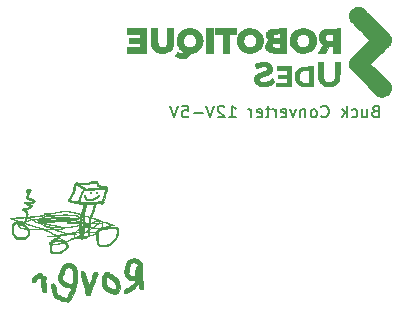
<source format=gbr>
G04 #@! TF.GenerationSoftware,KiCad,Pcbnew,(5.1.5)-3*
G04 #@! TF.CreationDate,2020-11-29T18:23:40-05:00*
G04 #@! TF.ProjectId,Buck_Controle,4275636b-5f43-46f6-9e74-726f6c652e6b,rev?*
G04 #@! TF.SameCoordinates,Original*
G04 #@! TF.FileFunction,Legend,Bot*
G04 #@! TF.FilePolarity,Positive*
%FSLAX46Y46*%
G04 Gerber Fmt 4.6, Leading zero omitted, Abs format (unit mm)*
G04 Created by KiCad (PCBNEW (5.1.5)-3) date 2020-11-29 18:23:40*
%MOMM*%
%LPD*%
G04 APERTURE LIST*
%ADD10C,0.150000*%
%ADD11C,0.010000*%
G04 APERTURE END LIST*
D10*
X231948571Y-81208571D02*
X231805714Y-81256190D01*
X231758095Y-81303809D01*
X231710476Y-81399047D01*
X231710476Y-81541904D01*
X231758095Y-81637142D01*
X231805714Y-81684761D01*
X231900952Y-81732380D01*
X232281904Y-81732380D01*
X232281904Y-80732380D01*
X231948571Y-80732380D01*
X231853333Y-80780000D01*
X231805714Y-80827619D01*
X231758095Y-80922857D01*
X231758095Y-81018095D01*
X231805714Y-81113333D01*
X231853333Y-81160952D01*
X231948571Y-81208571D01*
X232281904Y-81208571D01*
X230853333Y-81065714D02*
X230853333Y-81732380D01*
X231281904Y-81065714D02*
X231281904Y-81589523D01*
X231234285Y-81684761D01*
X231139047Y-81732380D01*
X230996190Y-81732380D01*
X230900952Y-81684761D01*
X230853333Y-81637142D01*
X229948571Y-81684761D02*
X230043809Y-81732380D01*
X230234285Y-81732380D01*
X230329523Y-81684761D01*
X230377142Y-81637142D01*
X230424761Y-81541904D01*
X230424761Y-81256190D01*
X230377142Y-81160952D01*
X230329523Y-81113333D01*
X230234285Y-81065714D01*
X230043809Y-81065714D01*
X229948571Y-81113333D01*
X229520000Y-81732380D02*
X229520000Y-80732380D01*
X229424761Y-81351428D02*
X229139047Y-81732380D01*
X229139047Y-81065714D02*
X229520000Y-81446666D01*
X227377142Y-81637142D02*
X227424761Y-81684761D01*
X227567619Y-81732380D01*
X227662857Y-81732380D01*
X227805714Y-81684761D01*
X227900952Y-81589523D01*
X227948571Y-81494285D01*
X227996190Y-81303809D01*
X227996190Y-81160952D01*
X227948571Y-80970476D01*
X227900952Y-80875238D01*
X227805714Y-80780000D01*
X227662857Y-80732380D01*
X227567619Y-80732380D01*
X227424761Y-80780000D01*
X227377142Y-80827619D01*
X226805714Y-81732380D02*
X226900952Y-81684761D01*
X226948571Y-81637142D01*
X226996190Y-81541904D01*
X226996190Y-81256190D01*
X226948571Y-81160952D01*
X226900952Y-81113333D01*
X226805714Y-81065714D01*
X226662857Y-81065714D01*
X226567619Y-81113333D01*
X226520000Y-81160952D01*
X226472380Y-81256190D01*
X226472380Y-81541904D01*
X226520000Y-81637142D01*
X226567619Y-81684761D01*
X226662857Y-81732380D01*
X226805714Y-81732380D01*
X226043809Y-81065714D02*
X226043809Y-81732380D01*
X226043809Y-81160952D02*
X225996190Y-81113333D01*
X225900952Y-81065714D01*
X225758095Y-81065714D01*
X225662857Y-81113333D01*
X225615238Y-81208571D01*
X225615238Y-81732380D01*
X225234285Y-81065714D02*
X224996190Y-81732380D01*
X224758095Y-81065714D01*
X223996190Y-81684761D02*
X224091428Y-81732380D01*
X224281904Y-81732380D01*
X224377142Y-81684761D01*
X224424761Y-81589523D01*
X224424761Y-81208571D01*
X224377142Y-81113333D01*
X224281904Y-81065714D01*
X224091428Y-81065714D01*
X223996190Y-81113333D01*
X223948571Y-81208571D01*
X223948571Y-81303809D01*
X224424761Y-81399047D01*
X223520000Y-81732380D02*
X223520000Y-81065714D01*
X223520000Y-81256190D02*
X223472380Y-81160952D01*
X223424761Y-81113333D01*
X223329523Y-81065714D01*
X223234285Y-81065714D01*
X223043809Y-81065714D02*
X222662857Y-81065714D01*
X222900952Y-80732380D02*
X222900952Y-81589523D01*
X222853333Y-81684761D01*
X222758095Y-81732380D01*
X222662857Y-81732380D01*
X221948571Y-81684761D02*
X222043809Y-81732380D01*
X222234285Y-81732380D01*
X222329523Y-81684761D01*
X222377142Y-81589523D01*
X222377142Y-81208571D01*
X222329523Y-81113333D01*
X222234285Y-81065714D01*
X222043809Y-81065714D01*
X221948571Y-81113333D01*
X221900952Y-81208571D01*
X221900952Y-81303809D01*
X222377142Y-81399047D01*
X221472380Y-81732380D02*
X221472380Y-81065714D01*
X221472380Y-81256190D02*
X221424761Y-81160952D01*
X221377142Y-81113333D01*
X221281904Y-81065714D01*
X221186666Y-81065714D01*
X219567619Y-81732380D02*
X220139047Y-81732380D01*
X219853333Y-81732380D02*
X219853333Y-80732380D01*
X219948571Y-80875238D01*
X220043809Y-80970476D01*
X220139047Y-81018095D01*
X219186666Y-80827619D02*
X219139047Y-80780000D01*
X219043809Y-80732380D01*
X218805714Y-80732380D01*
X218710476Y-80780000D01*
X218662857Y-80827619D01*
X218615238Y-80922857D01*
X218615238Y-81018095D01*
X218662857Y-81160952D01*
X219234285Y-81732380D01*
X218615238Y-81732380D01*
X218329523Y-80732380D02*
X217996190Y-81732380D01*
X217662857Y-80732380D01*
X217329523Y-81351428D02*
X216567619Y-81351428D01*
X215615238Y-80732380D02*
X216091428Y-80732380D01*
X216139047Y-81208571D01*
X216091428Y-81160952D01*
X215996190Y-81113333D01*
X215758095Y-81113333D01*
X215662857Y-81160952D01*
X215615238Y-81208571D01*
X215567619Y-81303809D01*
X215567619Y-81541904D01*
X215615238Y-81637142D01*
X215662857Y-81684761D01*
X215758095Y-81732380D01*
X215996190Y-81732380D01*
X216091428Y-81684761D01*
X216139047Y-81637142D01*
X215281904Y-80732380D02*
X214948571Y-81732380D01*
X214615238Y-80732380D01*
D11*
G36*
X207804778Y-88024777D02*
G01*
X207797036Y-88031119D01*
X207781235Y-88075622D01*
X207801820Y-88114961D01*
X207828444Y-88123889D01*
X207864640Y-88103331D01*
X207872297Y-88093208D01*
X207875594Y-88050167D01*
X207845734Y-88021290D01*
X207804778Y-88024777D01*
G37*
X207804778Y-88024777D02*
X207797036Y-88031119D01*
X207781235Y-88075622D01*
X207801820Y-88114961D01*
X207828444Y-88123889D01*
X207864640Y-88103331D01*
X207872297Y-88093208D01*
X207875594Y-88050167D01*
X207845734Y-88021290D01*
X207804778Y-88024777D01*
G36*
X208341000Y-88024777D02*
G01*
X208333259Y-88031119D01*
X208317458Y-88075622D01*
X208338042Y-88114961D01*
X208364666Y-88123889D01*
X208400862Y-88103331D01*
X208408519Y-88093208D01*
X208411816Y-88050167D01*
X208381957Y-88021290D01*
X208341000Y-88024777D01*
G37*
X208341000Y-88024777D02*
X208333259Y-88031119D01*
X208317458Y-88075622D01*
X208338042Y-88114961D01*
X208364666Y-88123889D01*
X208400862Y-88103331D01*
X208408519Y-88093208D01*
X208411816Y-88050167D01*
X208381957Y-88021290D01*
X208341000Y-88024777D01*
G36*
X208451510Y-88338469D02*
G01*
X208449333Y-88350017D01*
X208425503Y-88384327D01*
X208362639Y-88433057D01*
X208273675Y-88488607D01*
X208171550Y-88543376D01*
X208069198Y-88589763D01*
X207998376Y-88614986D01*
X207878412Y-88641884D01*
X207749680Y-88658031D01*
X207698302Y-88660111D01*
X207611017Y-88657946D01*
X207559783Y-88643275D01*
X207524204Y-88603837D01*
X207486615Y-88532832D01*
X207414587Y-88411124D01*
X207347202Y-88342899D01*
X207285671Y-88329322D01*
X207277607Y-88331844D01*
X207256047Y-88348672D01*
X207261228Y-88381226D01*
X207296618Y-88441488D01*
X207318889Y-88474407D01*
X207367159Y-88548856D01*
X207398449Y-88605353D01*
X207405111Y-88624597D01*
X207422627Y-88661225D01*
X207462655Y-88711234D01*
X207503541Y-88745435D01*
X207556556Y-88763905D01*
X207638621Y-88770734D01*
X207709599Y-88770938D01*
X207839008Y-88761314D01*
X207968671Y-88738582D01*
X208040111Y-88718272D01*
X208167727Y-88666047D01*
X208299032Y-88601682D01*
X208416462Y-88534633D01*
X208502455Y-88474354D01*
X208516754Y-88461669D01*
X208552170Y-88406065D01*
X208552918Y-88366128D01*
X208522051Y-88332263D01*
X208479971Y-88321756D01*
X208451510Y-88338469D01*
G37*
X208451510Y-88338469D02*
X208449333Y-88350017D01*
X208425503Y-88384327D01*
X208362639Y-88433057D01*
X208273675Y-88488607D01*
X208171550Y-88543376D01*
X208069198Y-88589763D01*
X207998376Y-88614986D01*
X207878412Y-88641884D01*
X207749680Y-88658031D01*
X207698302Y-88660111D01*
X207611017Y-88657946D01*
X207559783Y-88643275D01*
X207524204Y-88603837D01*
X207486615Y-88532832D01*
X207414587Y-88411124D01*
X207347202Y-88342899D01*
X207285671Y-88329322D01*
X207277607Y-88331844D01*
X207256047Y-88348672D01*
X207261228Y-88381226D01*
X207296618Y-88441488D01*
X207318889Y-88474407D01*
X207367159Y-88548856D01*
X207398449Y-88605353D01*
X207405111Y-88624597D01*
X207422627Y-88661225D01*
X207462655Y-88711234D01*
X207503541Y-88745435D01*
X207556556Y-88763905D01*
X207638621Y-88770734D01*
X207709599Y-88770938D01*
X207839008Y-88761314D01*
X207968671Y-88738582D01*
X208040111Y-88718272D01*
X208167727Y-88666047D01*
X208299032Y-88601682D01*
X208416462Y-88534633D01*
X208502455Y-88474354D01*
X208516754Y-88461669D01*
X208552170Y-88406065D01*
X208552918Y-88366128D01*
X208522051Y-88332263D01*
X208479971Y-88321756D01*
X208451510Y-88338469D01*
G36*
X203418185Y-90363155D02*
G01*
X203417247Y-90372420D01*
X203461427Y-90376204D01*
X203468111Y-90376165D01*
X203511882Y-90372096D01*
X203507704Y-90363506D01*
X203502851Y-90362109D01*
X203441375Y-90357978D01*
X203418185Y-90363155D01*
G37*
X203418185Y-90363155D02*
X203417247Y-90372420D01*
X203461427Y-90376204D01*
X203468111Y-90376165D01*
X203511882Y-90372096D01*
X203507704Y-90363506D01*
X203502851Y-90362109D01*
X203441375Y-90357978D01*
X203418185Y-90363155D01*
G36*
X203886740Y-90391074D02*
G01*
X203890614Y-90407852D01*
X203905555Y-90409889D01*
X203928785Y-90399563D01*
X203924370Y-90391074D01*
X203890877Y-90387697D01*
X203886740Y-90391074D01*
G37*
X203886740Y-90391074D02*
X203890614Y-90407852D01*
X203905555Y-90409889D01*
X203928785Y-90399563D01*
X203924370Y-90391074D01*
X203890877Y-90387697D01*
X203886740Y-90391074D01*
G36*
X201882963Y-90645074D02*
G01*
X201886837Y-90661852D01*
X201901777Y-90663889D01*
X201925007Y-90653563D01*
X201920592Y-90645074D01*
X201887099Y-90641697D01*
X201882963Y-90645074D01*
G37*
X201882963Y-90645074D02*
X201886837Y-90661852D01*
X201901777Y-90663889D01*
X201925007Y-90653563D01*
X201920592Y-90645074D01*
X201887099Y-90641697D01*
X201882963Y-90645074D01*
G36*
X205608296Y-92225519D02*
G01*
X205612170Y-92242297D01*
X205627111Y-92244334D01*
X205650341Y-92234008D01*
X205645926Y-92225519D01*
X205612432Y-92222141D01*
X205608296Y-92225519D01*
G37*
X205608296Y-92225519D02*
X205612170Y-92242297D01*
X205627111Y-92244334D01*
X205650341Y-92234008D01*
X205645926Y-92225519D01*
X205612432Y-92222141D01*
X205608296Y-92225519D01*
G36*
X202499153Y-87810552D02*
G01*
X202425602Y-87860105D01*
X202374140Y-87919771D01*
X202363740Y-87945156D01*
X202360930Y-88032632D01*
X202404931Y-88089447D01*
X202496700Y-88116721D01*
X202511956Y-88118137D01*
X202597750Y-88115041D01*
X202662200Y-88081455D01*
X202699582Y-88046037D01*
X202755339Y-87968018D01*
X202774837Y-87895731D01*
X202756450Y-87842165D01*
X202727277Y-87824634D01*
X202659404Y-87798292D01*
X202635555Y-87786664D01*
X202575552Y-87782332D01*
X202499153Y-87810552D01*
G37*
X202499153Y-87810552D02*
X202425602Y-87860105D01*
X202374140Y-87919771D01*
X202363740Y-87945156D01*
X202360930Y-88032632D01*
X202404931Y-88089447D01*
X202496700Y-88116721D01*
X202511956Y-88118137D01*
X202597750Y-88115041D01*
X202662200Y-88081455D01*
X202699582Y-88046037D01*
X202755339Y-87968018D01*
X202774837Y-87895731D01*
X202756450Y-87842165D01*
X202727277Y-87824634D01*
X202659404Y-87798292D01*
X202635555Y-87786664D01*
X202575552Y-87782332D01*
X202499153Y-87810552D01*
G36*
X208221221Y-87137222D02*
G01*
X208101963Y-87143491D01*
X207940415Y-87158086D01*
X207821668Y-87181284D01*
X207732389Y-87215747D01*
X207727662Y-87218240D01*
X207680490Y-87240712D01*
X207629409Y-87256683D01*
X207564067Y-87267235D01*
X207474112Y-87273453D01*
X207349194Y-87276420D01*
X207178960Y-87277220D01*
X207164229Y-87277223D01*
X206966930Y-87275419D01*
X206822773Y-87269861D01*
X206728563Y-87260327D01*
X206681110Y-87246596D01*
X206677054Y-87243433D01*
X206641442Y-87227331D01*
X206591267Y-87249368D01*
X206569907Y-87264599D01*
X206512636Y-87324848D01*
X206466910Y-87415073D01*
X206429952Y-87543261D01*
X206398984Y-87717402D01*
X206390243Y-87781374D01*
X206350349Y-87977178D01*
X206285294Y-88167459D01*
X206202228Y-88334533D01*
X206121000Y-88447111D01*
X206015731Y-88575195D01*
X205956896Y-88675173D01*
X205944061Y-88750390D01*
X205976791Y-88804194D01*
X206054652Y-88839929D01*
X206069465Y-88843762D01*
X206147109Y-88865954D01*
X206199800Y-88887319D01*
X206208224Y-88893151D01*
X206250651Y-88909893D01*
X206293371Y-88914111D01*
X206351253Y-88925248D01*
X206375000Y-88942334D01*
X206410297Y-88956973D01*
X206485050Y-88967174D01*
X206572205Y-88970556D01*
X206700322Y-88977935D01*
X206777771Y-89000565D01*
X206794301Y-89012889D01*
X206851436Y-89040604D01*
X206955732Y-89053776D01*
X207022095Y-89055223D01*
X207207555Y-89055223D01*
X207206310Y-89203389D01*
X207198366Y-89315129D01*
X207179065Y-89437181D01*
X207152694Y-89548235D01*
X207123538Y-89626982D01*
X207119741Y-89633778D01*
X207102505Y-89675920D01*
X207077726Y-89751224D01*
X207064205Y-89796644D01*
X207035572Y-89878932D01*
X207008136Y-89913873D01*
X206982498Y-89913336D01*
X206924497Y-89893044D01*
X206854777Y-89872425D01*
X206776334Y-89849796D01*
X206675934Y-89819139D01*
X206631570Y-89805122D01*
X206521870Y-89778058D01*
X206409586Y-89762362D01*
X206372854Y-89760778D01*
X206271428Y-89748864D01*
X206159140Y-89718926D01*
X206121000Y-89704334D01*
X206003498Y-89671428D01*
X205848372Y-89652561D01*
X205672718Y-89647926D01*
X205493630Y-89657715D01*
X205328205Y-89682122D01*
X205274333Y-89694777D01*
X205153691Y-89722527D01*
X205028531Y-89744881D01*
X204963888Y-89753117D01*
X204875895Y-89765682D01*
X204810256Y-89782554D01*
X204791965Y-89791651D01*
X204753417Y-89803436D01*
X204670351Y-89817552D01*
X204554552Y-89832316D01*
X204417802Y-89846041D01*
X204401570Y-89847451D01*
X204252001Y-89859608D01*
X204147888Y-89865662D01*
X204078519Y-89865083D01*
X204033179Y-89857335D01*
X204001156Y-89841887D01*
X203981313Y-89826535D01*
X203940102Y-89792332D01*
X203937188Y-89795292D01*
X203962098Y-89828149D01*
X203986405Y-89869645D01*
X203971067Y-89900719D01*
X203935387Y-89926926D01*
X203827137Y-89979229D01*
X203671704Y-90025989D01*
X203478219Y-90065469D01*
X203255817Y-90095928D01*
X203013628Y-90115628D01*
X202922527Y-90119781D01*
X202489831Y-90135363D01*
X202509796Y-90002231D01*
X202515693Y-89893342D01*
X202492563Y-89798062D01*
X202434076Y-89697375D01*
X202388393Y-89637567D01*
X202347587Y-89582627D01*
X202341267Y-89551066D01*
X202367027Y-89523544D01*
X202373573Y-89518520D01*
X202435926Y-89486752D01*
X202472419Y-89479453D01*
X202526312Y-89465410D01*
X202602127Y-89431397D01*
X202627641Y-89417501D01*
X202716105Y-89368021D01*
X202799304Y-89323238D01*
X202813469Y-89315896D01*
X202870338Y-89271286D01*
X202883643Y-89228784D01*
X202855499Y-89194467D01*
X202790967Y-89147215D01*
X202705582Y-89096221D01*
X202614881Y-89050678D01*
X202534400Y-89019780D01*
X202526928Y-89017694D01*
X202529448Y-89011415D01*
X202578343Y-89005999D01*
X202663544Y-89002450D01*
X202684075Y-89002052D01*
X202827618Y-88988909D01*
X202957551Y-88957285D01*
X203061010Y-88911844D01*
X203125134Y-88857253D01*
X203135341Y-88838366D01*
X203130247Y-88780008D01*
X203078094Y-88720268D01*
X202987845Y-88664662D01*
X202868461Y-88618707D01*
X202728905Y-88587919D01*
X202728357Y-88587840D01*
X202611321Y-88566811D01*
X202542739Y-88541671D01*
X202514644Y-88506686D01*
X202519070Y-88456122D01*
X202524143Y-88440875D01*
X202556920Y-88359409D01*
X202583443Y-88302182D01*
X202601603Y-88236814D01*
X202597858Y-88196349D01*
X202563271Y-88157426D01*
X202521204Y-88158092D01*
X202495525Y-88195530D01*
X202494444Y-88208556D01*
X202485057Y-88254451D01*
X202472075Y-88265000D01*
X202453431Y-88289536D01*
X202429336Y-88350638D01*
X202405519Y-88429546D01*
X202387710Y-88507499D01*
X202381555Y-88561360D01*
X202407905Y-88602028D01*
X202479804Y-88642304D01*
X202586526Y-88677432D01*
X202692000Y-88698982D01*
X202793179Y-88719016D01*
X202888327Y-88744931D01*
X202962357Y-88771824D01*
X203000177Y-88794788D01*
X203002224Y-88799836D01*
X202975054Y-88831025D01*
X202900366Y-88856876D01*
X202786977Y-88875581D01*
X202643703Y-88885333D01*
X202580540Y-88886321D01*
X202414333Y-88890762D01*
X202303517Y-88904442D01*
X202247573Y-88928834D01*
X202245986Y-88965410D01*
X202298238Y-89015639D01*
X202403812Y-89080996D01*
X202495129Y-89129406D01*
X202732531Y-89250515D01*
X202627599Y-89293980D01*
X202526913Y-89335683D01*
X202425711Y-89377596D01*
X202420442Y-89379778D01*
X202320338Y-89408947D01*
X202216719Y-89422056D01*
X202211083Y-89422111D01*
X202093204Y-89432320D01*
X202027900Y-89459432D01*
X202015839Y-89498177D01*
X202057691Y-89543287D01*
X202154122Y-89589491D01*
X202188385Y-89601086D01*
X202229546Y-89631450D01*
X202285777Y-89693883D01*
X202325479Y-89747202D01*
X202380299Y-89838845D01*
X202401212Y-89917697D01*
X202390212Y-90005499D01*
X202357970Y-90101542D01*
X202330278Y-90174194D01*
X201635399Y-90212239D01*
X201402628Y-90225940D01*
X201224249Y-90238777D01*
X201098223Y-90251158D01*
X201022510Y-90263492D01*
X200995073Y-90276190D01*
X201013873Y-90289661D01*
X201076871Y-90304313D01*
X201131812Y-90313356D01*
X201213875Y-90333439D01*
X201273408Y-90361590D01*
X201283435Y-90370624D01*
X201334976Y-90401113D01*
X201390177Y-90411072D01*
X201464733Y-90425255D01*
X201550704Y-90458498D01*
X201562722Y-90464633D01*
X201661112Y-90517012D01*
X201534500Y-90550458D01*
X201416324Y-90601335D01*
X201306262Y-90682060D01*
X201302055Y-90686068D01*
X201196222Y-90788233D01*
X201196222Y-91187183D01*
X201196578Y-91350440D01*
X201200795Y-91470860D01*
X201213593Y-91562046D01*
X201239693Y-91637599D01*
X201283816Y-91711122D01*
X201350682Y-91796215D01*
X201445012Y-91906481D01*
X201446450Y-91908152D01*
X201541457Y-92018556D01*
X201914938Y-92018556D01*
X202067021Y-92018113D01*
X202174350Y-92015481D01*
X202248616Y-92008707D01*
X202301509Y-91995834D01*
X202344718Y-91974910D01*
X202389936Y-91943979D01*
X202398487Y-91937714D01*
X202507731Y-91853978D01*
X202577844Y-91784914D01*
X202616785Y-91714069D01*
X202632510Y-91624993D01*
X202632979Y-91501235D01*
X202632458Y-91486492D01*
X202522666Y-91486492D01*
X202522666Y-91486636D01*
X202521059Y-91589635D01*
X202510931Y-91656432D01*
X202484320Y-91707262D01*
X202433266Y-91762366D01*
X202402722Y-91791555D01*
X202282777Y-91905259D01*
X201918177Y-91898407D01*
X201553576Y-91891556D01*
X201432776Y-91722223D01*
X201311976Y-91552889D01*
X201310543Y-91188223D01*
X201311665Y-91015563D01*
X201319149Y-90891379D01*
X201336825Y-90807762D01*
X201368520Y-90756798D01*
X201418062Y-90730578D01*
X201489279Y-90721190D01*
X201536954Y-90720334D01*
X201647599Y-90723717D01*
X201712162Y-90738497D01*
X201740833Y-90771621D01*
X201743799Y-90830035D01*
X201740469Y-90859090D01*
X201735930Y-90929678D01*
X201754713Y-90974548D01*
X201808756Y-91016703D01*
X201828789Y-91029274D01*
X201947916Y-91086891D01*
X202093502Y-91134905D01*
X202237719Y-91165203D01*
X202316956Y-91171554D01*
X202411732Y-91189100D01*
X202475480Y-91244177D01*
X202511393Y-91341676D01*
X202522666Y-91486492D01*
X202632458Y-91486492D01*
X202631388Y-91456259D01*
X202621444Y-91200083D01*
X203195186Y-91200097D01*
X203391405Y-91200457D01*
X203541009Y-91202137D01*
X203653824Y-91206055D01*
X203739679Y-91213127D01*
X203808400Y-91224270D01*
X203869816Y-91240402D01*
X203933753Y-91262439D01*
X203957186Y-91271203D01*
X204088644Y-91325005D01*
X204236922Y-91392319D01*
X204388533Y-91466314D01*
X204529993Y-91540161D01*
X204647813Y-91607029D01*
X204728510Y-91660088D01*
X204734986Y-91665145D01*
X204816528Y-91730612D01*
X204579764Y-91748036D01*
X204447463Y-91757544D01*
X204316567Y-91766576D01*
X204212734Y-91773365D01*
X204201888Y-91774032D01*
X204156372Y-91778380D01*
X204165691Y-91782333D01*
X204228235Y-91785641D01*
X204286555Y-91787132D01*
X204429757Y-91785417D01*
X204584012Y-91776517D01*
X204709646Y-91763147D01*
X204816751Y-91749678D01*
X204882216Y-91748149D01*
X204919750Y-91759439D01*
X204938535Y-91777817D01*
X204981430Y-91814518D01*
X205003943Y-91821000D01*
X205028914Y-91831497D01*
X205004829Y-91861384D01*
X204934701Y-91908258D01*
X204821542Y-91969714D01*
X204810909Y-91975093D01*
X204704247Y-92032219D01*
X204606667Y-92090314D01*
X204538915Y-92137012D01*
X204537842Y-92137878D01*
X204458059Y-92198570D01*
X204379607Y-92252411D01*
X204378277Y-92253250D01*
X204320846Y-92305345D01*
X204301278Y-92377301D01*
X204300666Y-92400206D01*
X204307072Y-92468013D01*
X204332033Y-92495234D01*
X204357111Y-92498334D01*
X204382444Y-92502096D01*
X204398811Y-92520083D01*
X204408153Y-92562346D01*
X204412414Y-92638935D01*
X204413536Y-92759900D01*
X204413555Y-92790331D01*
X204417242Y-92954726D01*
X204429041Y-93072637D01*
X204450063Y-93153586D01*
X204457956Y-93171331D01*
X204502356Y-93260334D01*
X204761344Y-93256989D01*
X204906122Y-93251595D01*
X205056713Y-93240310D01*
X205185130Y-93225345D01*
X205208023Y-93221711D01*
X205318045Y-93198781D01*
X205398316Y-93167043D01*
X205473423Y-93114145D01*
X205538425Y-93055723D01*
X205614056Y-92988619D01*
X205676253Y-92940535D01*
X205711789Y-92921676D01*
X205712159Y-92921667D01*
X205748813Y-92902386D01*
X205803988Y-92853960D01*
X205826257Y-92830711D01*
X205878509Y-92762952D01*
X205903091Y-92693392D01*
X205909331Y-92595324D01*
X205909333Y-92592876D01*
X205908729Y-92578612D01*
X205792782Y-92578612D01*
X205791210Y-92629275D01*
X205774022Y-92709433D01*
X205728630Y-92769737D01*
X205680002Y-92807634D01*
X205597392Y-92868718D01*
X205500876Y-92944506D01*
X205451858Y-92984724D01*
X205334374Y-93065167D01*
X205208868Y-93108736D01*
X205173189Y-93115481D01*
X205042868Y-93132134D01*
X204905700Y-93141490D01*
X204775088Y-93143590D01*
X204664437Y-93138475D01*
X204587149Y-93126187D01*
X204560311Y-93113578D01*
X204542413Y-93065145D01*
X204531009Y-92964404D01*
X204526502Y-92815166D01*
X204526444Y-92793072D01*
X204526444Y-92506432D01*
X204776073Y-92487588D01*
X204930406Y-92469604D01*
X205103002Y-92439899D01*
X205258581Y-92404619D01*
X205270104Y-92401502D01*
X205387039Y-92370035D01*
X205464823Y-92353104D01*
X205518667Y-92350058D01*
X205563785Y-92360243D01*
X205615388Y-92383006D01*
X205622397Y-92386387D01*
X205721393Y-92443314D01*
X205774929Y-92502700D01*
X205792782Y-92578612D01*
X205908729Y-92578612D01*
X205905479Y-92501883D01*
X205886669Y-92442902D01*
X205842027Y-92391651D01*
X205805071Y-92360057D01*
X205746914Y-92308031D01*
X205723973Y-92281574D01*
X205453551Y-92281574D01*
X205446289Y-92307347D01*
X205392398Y-92336855D01*
X205301379Y-92367852D01*
X205182730Y-92398088D01*
X205045948Y-92425317D01*
X204900533Y-92447291D01*
X204755984Y-92461764D01*
X204674611Y-92465883D01*
X204592005Y-92464614D01*
X204538500Y-92456824D01*
X204527072Y-92448945D01*
X204549024Y-92403570D01*
X204603895Y-92340878D01*
X204678040Y-92275456D01*
X204714245Y-92248882D01*
X204780968Y-92217475D01*
X204865433Y-92196004D01*
X204951094Y-92186027D01*
X205021403Y-92189098D01*
X205059812Y-92206776D01*
X205062666Y-92216111D01*
X205088536Y-92230928D01*
X205156849Y-92241048D01*
X205242655Y-92244334D01*
X205361559Y-92250717D01*
X205435901Y-92268991D01*
X205453551Y-92281574D01*
X205723973Y-92281574D01*
X205715261Y-92271527D01*
X205713349Y-92262570D01*
X205755802Y-92235859D01*
X205837002Y-92194085D01*
X205943427Y-92143489D01*
X206061553Y-92090307D01*
X206177856Y-92040780D01*
X206278814Y-92001144D01*
X206284669Y-91999006D01*
X206411264Y-91958428D01*
X206528262Y-91935649D01*
X206661977Y-91926447D01*
X206741888Y-91925614D01*
X206862603Y-91926669D01*
X206938109Y-91931167D01*
X206979637Y-91941769D01*
X206998420Y-91961140D01*
X207005123Y-91988038D01*
X207027896Y-92036113D01*
X207063799Y-92041832D01*
X207095951Y-92010639D01*
X207107717Y-91954952D01*
X207120588Y-91893584D01*
X207171474Y-91856728D01*
X207189539Y-91849893D01*
X207266656Y-91827673D01*
X207312304Y-91822804D01*
X207319292Y-91833374D01*
X207280427Y-91857472D01*
X207256944Y-91867806D01*
X207188961Y-91906676D01*
X207154410Y-91947211D01*
X207158204Y-91978662D01*
X207200959Y-91990334D01*
X207265317Y-91978958D01*
X207357719Y-91949347D01*
X207462328Y-91908274D01*
X207563307Y-91862510D01*
X207644818Y-91818829D01*
X207655968Y-91810425D01*
X207128691Y-91810425D01*
X207114903Y-91840539D01*
X207109548Y-91840242D01*
X207088435Y-91808618D01*
X207077228Y-91759395D01*
X206954000Y-91759395D01*
X206952669Y-91810521D01*
X206944633Y-91862643D01*
X206934740Y-91886852D01*
X206898253Y-91897117D01*
X206823724Y-91903951D01*
X206755102Y-91905667D01*
X206639035Y-91898084D01*
X206570305Y-91876016D01*
X206502000Y-91876016D01*
X206477315Y-91893887D01*
X206411622Y-91924028D01*
X206317463Y-91960868D01*
X206283277Y-91973193D01*
X206143817Y-92027268D01*
X205988918Y-92094564D01*
X205852888Y-92160125D01*
X205754460Y-92210299D01*
X205676035Y-92248765D01*
X205630347Y-92269333D01*
X205624429Y-92271159D01*
X205596087Y-92253031D01*
X205553874Y-92209542D01*
X205522310Y-92170428D01*
X205528299Y-92169102D01*
X205549500Y-92184776D01*
X205589326Y-92206021D01*
X205598888Y-92190435D01*
X205576125Y-92153687D01*
X205562676Y-92145556D01*
X205489195Y-92145556D01*
X205283341Y-92141242D01*
X205161109Y-92134536D01*
X205086409Y-92119518D01*
X205050852Y-92094704D01*
X205043956Y-92037861D01*
X205072537Y-91978733D01*
X205120858Y-91904987D01*
X205233258Y-91968827D01*
X205321080Y-92022299D01*
X205400701Y-92076459D01*
X205417426Y-92089111D01*
X205489195Y-92145556D01*
X205562676Y-92145556D01*
X205549500Y-92137591D01*
X205512428Y-92116984D01*
X205440636Y-92073229D01*
X205346526Y-92014252D01*
X205242498Y-91947979D01*
X205140953Y-91882339D01*
X205138096Y-91880457D01*
X205074714Y-91880457D01*
X205067260Y-91932104D01*
X205041621Y-91987657D01*
X204992727Y-92050679D01*
X204930102Y-92073511D01*
X204901258Y-92074822D01*
X204805259Y-92092789D01*
X204697660Y-92140007D01*
X204591579Y-92206958D01*
X204500129Y-92284123D01*
X204436428Y-92361983D01*
X204413555Y-92428760D01*
X204390942Y-92465320D01*
X204371222Y-92470111D01*
X204337585Y-92444917D01*
X204328888Y-92386438D01*
X204348405Y-92307634D01*
X204392388Y-92269356D01*
X204458046Y-92228007D01*
X204532088Y-92172499D01*
X204537705Y-92167868D01*
X204606886Y-92118949D01*
X204704240Y-92060417D01*
X204791705Y-92013670D01*
X204886997Y-91963468D01*
X204966607Y-91917016D01*
X205010476Y-91886548D01*
X205054818Y-91862130D01*
X205074714Y-91880457D01*
X205138096Y-91880457D01*
X205054291Y-91825258D01*
X204994913Y-91784662D01*
X204979881Y-91773470D01*
X204980792Y-91750389D01*
X205025718Y-91725390D01*
X205102754Y-91704245D01*
X205133222Y-91699094D01*
X205246111Y-91682725D01*
X205167781Y-91746440D01*
X205120936Y-91792465D01*
X205105490Y-91824569D01*
X205107285Y-91827990D01*
X205138227Y-91824506D01*
X205180054Y-91794644D01*
X205247485Y-91757274D01*
X205363097Y-91721803D01*
X205518628Y-91689751D01*
X205705816Y-91662639D01*
X205916398Y-91641987D01*
X206058747Y-91632908D01*
X206417333Y-91614734D01*
X206417333Y-91700300D01*
X206430543Y-91773223D01*
X206459666Y-91821000D01*
X206495006Y-91859300D01*
X206502000Y-91876016D01*
X206570305Y-91876016D01*
X206557943Y-91872047D01*
X206519917Y-91847174D01*
X206466401Y-91785275D01*
X206442814Y-91717329D01*
X206449911Y-91658956D01*
X206488450Y-91625779D01*
X206509055Y-91623013D01*
X206579832Y-91610742D01*
X206614888Y-91595223D01*
X206631344Y-91576496D01*
X206599636Y-91568413D01*
X206565260Y-91567432D01*
X206504724Y-91563883D01*
X206490133Y-91547077D01*
X206508549Y-91510556D01*
X206532441Y-91485196D01*
X206500196Y-91485196D01*
X206478132Y-91522717D01*
X206468133Y-91533134D01*
X206418389Y-91551893D01*
X206319444Y-91561819D01*
X206207077Y-91562851D01*
X206096193Y-91560614D01*
X206038121Y-91558118D01*
X206031745Y-91555230D01*
X205963414Y-91555230D01*
X205953153Y-91566062D01*
X205940593Y-91567000D01*
X205919346Y-91583556D01*
X205923444Y-91595223D01*
X205909697Y-91613065D01*
X205847669Y-91623168D01*
X205805165Y-91624676D01*
X205698576Y-91632110D01*
X205572872Y-91649819D01*
X205500111Y-91664118D01*
X205371246Y-91691588D01*
X205293084Y-91704165D01*
X205262012Y-91702311D01*
X205264786Y-91694140D01*
X205297217Y-91682501D01*
X205371127Y-91664015D01*
X205473501Y-91641269D01*
X205591321Y-91616850D01*
X205711569Y-91593349D01*
X205821229Y-91573351D01*
X205907284Y-91559447D01*
X205956716Y-91554224D01*
X205963414Y-91555230D01*
X206031745Y-91555230D01*
X206029239Y-91554095D01*
X206065923Y-91547278D01*
X206135111Y-91537678D01*
X206246301Y-91519950D01*
X206353529Y-91498649D01*
X206396166Y-91488355D01*
X206473073Y-91473866D01*
X206500196Y-91485196D01*
X206532441Y-91485196D01*
X206539246Y-91477973D01*
X206589687Y-91460684D01*
X206675418Y-91454459D01*
X206715938Y-91454111D01*
X206888076Y-91454111D01*
X206925503Y-91567517D01*
X206943113Y-91637635D01*
X206936529Y-91689480D01*
X206898097Y-91732138D01*
X206820163Y-91774693D01*
X206713666Y-91818939D01*
X206644632Y-91849151D01*
X206611760Y-91869931D01*
X206617161Y-91875974D01*
X206666209Y-91864603D01*
X206744093Y-91833835D01*
X206800605Y-91807007D01*
X206878033Y-91768298D01*
X206931472Y-91742664D01*
X206946500Y-91736452D01*
X206954000Y-91759395D01*
X207077228Y-91759395D01*
X207073438Y-91742752D01*
X207071796Y-91727096D01*
X207072562Y-91660119D01*
X207085502Y-91624982D01*
X207089998Y-91623445D01*
X207109260Y-91648501D01*
X207124625Y-91711105D01*
X207127750Y-91736590D01*
X207128691Y-91810425D01*
X207655968Y-91810425D01*
X207691025Y-91784003D01*
X207694277Y-91779367D01*
X207706890Y-91749107D01*
X207692037Y-91737007D01*
X207638675Y-91739595D01*
X207588460Y-91746082D01*
X207500146Y-91757097D01*
X207431803Y-91763706D01*
X207413617Y-91764556D01*
X207387457Y-91779156D01*
X207390800Y-91792455D01*
X207385531Y-91808198D01*
X207357188Y-91802185D01*
X207277107Y-91759160D01*
X207241183Y-91694905D01*
X207235777Y-91635700D01*
X207257601Y-91543965D01*
X207279171Y-91524667D01*
X207122888Y-91524667D01*
X207114868Y-91583055D01*
X207089527Y-91587993D01*
X207049286Y-91545834D01*
X207014959Y-91488367D01*
X207025530Y-91460103D01*
X207066444Y-91454111D01*
X207110706Y-91470648D01*
X207122888Y-91524667D01*
X207279171Y-91524667D01*
X207323956Y-91484600D01*
X207377004Y-91471401D01*
X207282521Y-91471401D01*
X207278111Y-91482334D01*
X207252750Y-91509257D01*
X207248223Y-91510556D01*
X207236101Y-91488721D01*
X207235777Y-91482334D01*
X207257473Y-91455196D01*
X207265665Y-91454111D01*
X207282521Y-91471401D01*
X207377004Y-91471401D01*
X207436163Y-91456682D01*
X207496057Y-91454111D01*
X207630888Y-91454111D01*
X207630888Y-91578869D01*
X207634461Y-91657560D01*
X207651793Y-91697665D01*
X207692809Y-91716912D01*
X207710509Y-91721114D01*
X207779081Y-91720879D01*
X207880233Y-91703039D01*
X207997178Y-91672659D01*
X208113133Y-91634803D01*
X208211312Y-91594533D01*
X208274931Y-91556914D01*
X208283753Y-91548177D01*
X208299449Y-91536285D01*
X208311426Y-91548744D01*
X208320858Y-91592612D01*
X208328923Y-91674944D01*
X208336797Y-91802797D01*
X208341424Y-91894084D01*
X208351910Y-92092432D01*
X208362697Y-92242725D01*
X208375633Y-92353332D01*
X208392563Y-92432622D01*
X208415332Y-92488964D01*
X208445786Y-92530725D01*
X208485772Y-92566275D01*
X208490480Y-92569898D01*
X208533730Y-92599883D01*
X208578112Y-92619759D01*
X208636091Y-92631585D01*
X208720130Y-92637420D01*
X208842693Y-92639323D01*
X208911546Y-92639445D01*
X209059301Y-92638204D01*
X209164917Y-92633081D01*
X209242671Y-92621976D01*
X209306840Y-92602790D01*
X209371701Y-92573423D01*
X209376322Y-92571091D01*
X209461383Y-92522784D01*
X209529126Y-92475177D01*
X209551772Y-92453810D01*
X209592012Y-92414069D01*
X209663503Y-92351244D01*
X209752941Y-92276905D01*
X209782833Y-92252851D01*
X209873320Y-92174920D01*
X209939439Y-92106699D01*
X209971674Y-92058324D01*
X209973333Y-92049950D01*
X209993109Y-91994221D01*
X210032667Y-91945385D01*
X210089868Y-91884704D01*
X210129224Y-91816406D01*
X210153794Y-91728815D01*
X210166639Y-91610258D01*
X210167851Y-91563495D01*
X210053036Y-91563495D01*
X210043624Y-91686696D01*
X210020869Y-91777927D01*
X209981883Y-91849168D01*
X209928730Y-91907799D01*
X209881078Y-91967272D01*
X209860466Y-92022149D01*
X209860444Y-92023475D01*
X209849458Y-92066621D01*
X209836303Y-92075000D01*
X209805868Y-92092886D01*
X209745370Y-92140625D01*
X209665806Y-92209340D01*
X209631692Y-92240174D01*
X209502064Y-92354156D01*
X209394508Y-92433024D01*
X209292852Y-92483178D01*
X209180927Y-92511020D01*
X209042562Y-92522950D01*
X208911400Y-92525309D01*
X208767900Y-92524441D01*
X208670413Y-92519606D01*
X208608570Y-92509478D01*
X208572000Y-92492733D01*
X208558954Y-92480285D01*
X208510816Y-92386934D01*
X208476528Y-92240458D01*
X208456371Y-92042519D01*
X208450578Y-91841260D01*
X208456153Y-91632935D01*
X208474438Y-91475549D01*
X208487533Y-91430688D01*
X208354133Y-91430688D01*
X208343790Y-91453205D01*
X208309867Y-91492448D01*
X208254412Y-91532744D01*
X208161866Y-91580648D01*
X208049630Y-91629061D01*
X207935107Y-91670887D01*
X207835701Y-91699028D01*
X207784329Y-91706788D01*
X207765139Y-91682378D01*
X207751103Y-91619089D01*
X207747751Y-91581111D01*
X207741177Y-91454111D01*
X208008280Y-91454111D01*
X208130854Y-91452207D01*
X208236082Y-91447104D01*
X208308308Y-91439718D01*
X208327080Y-91435481D01*
X208354133Y-91430688D01*
X208487533Y-91430688D01*
X208505150Y-91370341D01*
X208548006Y-91318549D01*
X208571129Y-91313000D01*
X208615273Y-91303680D01*
X208684835Y-91280223D01*
X208763393Y-91249383D01*
X208834526Y-91217915D01*
X208881811Y-91192573D01*
X208891437Y-91181252D01*
X208861778Y-91185293D01*
X208797380Y-91207310D01*
X208745666Y-91228334D01*
X208655160Y-91263435D01*
X208607593Y-91273871D01*
X208605664Y-91260173D01*
X208652069Y-91222876D01*
X208667142Y-91212793D01*
X208715539Y-91188596D01*
X208721364Y-91187170D01*
X208530912Y-91187170D01*
X208420699Y-91306530D01*
X208310487Y-91425889D01*
X207743777Y-91425889D01*
X207743937Y-91354341D01*
X207630888Y-91354341D01*
X207624431Y-91401421D01*
X207594195Y-91421341D01*
X207525055Y-91424992D01*
X207458504Y-91422736D01*
X207440876Y-91413049D01*
X207464650Y-91389171D01*
X207475666Y-91380590D01*
X207556701Y-91322395D01*
X207604373Y-91301549D01*
X207626446Y-91316739D01*
X207630888Y-91354341D01*
X207743937Y-91354341D01*
X207744015Y-91320056D01*
X207748730Y-91255627D01*
X207771098Y-91212367D01*
X207823994Y-91173334D01*
X207878070Y-91143667D01*
X208011888Y-91073111D01*
X208271400Y-91130141D01*
X208530912Y-91187170D01*
X208721364Y-91187170D01*
X208780582Y-91172675D01*
X208874379Y-91163333D01*
X209009034Y-91158873D01*
X209056078Y-91158264D01*
X209207453Y-91153464D01*
X209360900Y-91143107D01*
X209493807Y-91128952D01*
X209553208Y-91119575D01*
X209679528Y-91101613D01*
X209811062Y-91092327D01*
X209891875Y-91092670D01*
X210043888Y-91101334D01*
X210051995Y-91396341D01*
X210053036Y-91563495D01*
X210167851Y-91563495D01*
X210170819Y-91449056D01*
X210170888Y-91418099D01*
X210170095Y-91277805D01*
X210166384Y-91182281D01*
X210157764Y-91119857D01*
X210142242Y-91078868D01*
X210117824Y-91047644D01*
X210105570Y-91035698D01*
X210057004Y-91000456D01*
X209995202Y-90982029D01*
X209901927Y-90976009D01*
X209858625Y-90976016D01*
X209733811Y-90981401D01*
X209606316Y-90993457D01*
X209535888Y-91003939D01*
X209418707Y-91023754D01*
X209289200Y-91042862D01*
X209242208Y-91048993D01*
X209155751Y-91058835D01*
X209116455Y-91058344D01*
X209115488Y-91044286D01*
X209144014Y-91013430D01*
X209144282Y-91013162D01*
X209247857Y-90942068D01*
X209387422Y-90891321D01*
X209544499Y-90866460D01*
X209635117Y-90866014D01*
X209724194Y-90867842D01*
X209785403Y-90862977D01*
X209804051Y-90854389D01*
X209778328Y-90843425D01*
X209711293Y-90835784D01*
X209627611Y-90833245D01*
X209454070Y-90849670D01*
X209293997Y-90895196D01*
X209164715Y-90964272D01*
X209130313Y-90992641D01*
X209034285Y-91054098D01*
X208937048Y-91063622D01*
X208886777Y-91046247D01*
X208853733Y-91019848D01*
X208838721Y-90975278D01*
X208838148Y-90940183D01*
X208813557Y-90940183D01*
X208803757Y-90988944D01*
X208772608Y-91017972D01*
X208722330Y-91041029D01*
X208653358Y-91075674D01*
X208609554Y-91108293D01*
X208606335Y-91112565D01*
X208559035Y-91136619D01*
X208462992Y-91137595D01*
X208320907Y-91115637D01*
X208216548Y-91091975D01*
X208026096Y-91044889D01*
X208272992Y-90868489D01*
X208384893Y-90789853D01*
X208464653Y-90739238D01*
X208525378Y-90710923D01*
X208580178Y-90699188D01*
X208642159Y-90698314D01*
X208661000Y-90699156D01*
X208802111Y-90706223D01*
X208810607Y-90853408D01*
X208813557Y-90940183D01*
X208838148Y-90940183D01*
X208837428Y-90896094D01*
X208839015Y-90864116D01*
X208838996Y-90760060D01*
X208817508Y-90699755D01*
X208794189Y-90687393D01*
X208490597Y-90687393D01*
X208251243Y-90860096D01*
X208139483Y-90939059D01*
X208058830Y-90988505D01*
X207995333Y-91012913D01*
X207935042Y-91016764D01*
X207864008Y-91004540D01*
X207828444Y-90995898D01*
X207822909Y-90998521D01*
X207860601Y-91017987D01*
X207880619Y-91027034D01*
X207975127Y-91068780D01*
X207880619Y-91119152D01*
X207812991Y-91152308D01*
X207766567Y-91169919D01*
X207761656Y-91170706D01*
X207752167Y-91145750D01*
X207750510Y-91079082D01*
X207752897Y-91044482D01*
X207630888Y-91044482D01*
X207630888Y-91147179D01*
X207625400Y-91210373D01*
X207600963Y-91257167D01*
X207545619Y-91304543D01*
X207496833Y-91337551D01*
X207393141Y-91401020D01*
X207325681Y-91425921D01*
X207286823Y-91407973D01*
X207268937Y-91342896D01*
X207264393Y-91226411D01*
X207264385Y-91207167D01*
X207264554Y-91198794D01*
X207151111Y-91198794D01*
X207150369Y-91311167D01*
X207145767Y-91378579D01*
X207133736Y-91412514D01*
X207110709Y-91424455D01*
X207080555Y-91425889D01*
X207042076Y-91422541D01*
X207021047Y-91403831D01*
X207012335Y-91356762D01*
X207011335Y-91298889D01*
X206897111Y-91298889D01*
X206897111Y-91425889D01*
X206734833Y-91425309D01*
X206572555Y-91424728D01*
X206713666Y-91299393D01*
X206788207Y-91235651D01*
X206846704Y-91190151D01*
X206875944Y-91172974D01*
X206888560Y-91197520D01*
X206896134Y-91260880D01*
X206897111Y-91298889D01*
X207011335Y-91298889D01*
X207010807Y-91268337D01*
X207010886Y-91249500D01*
X207014198Y-91148417D01*
X207026450Y-91086335D01*
X207053028Y-91045923D01*
X207081442Y-91022405D01*
X207151111Y-90971699D01*
X207151111Y-91198794D01*
X207264554Y-91198794D01*
X207267383Y-91059321D01*
X207277550Y-90958275D01*
X207297572Y-90894564D01*
X207330133Y-90858720D01*
X207367464Y-90843636D01*
X207429780Y-90837844D01*
X207458467Y-90853139D01*
X207443879Y-90881359D01*
X207426042Y-90893186D01*
X207388294Y-90940323D01*
X207376888Y-90992689D01*
X207381155Y-91036577D01*
X207404040Y-91055770D01*
X207460671Y-91057642D01*
X207503888Y-91054583D01*
X207630888Y-91044482D01*
X207752897Y-91044482D01*
X207757006Y-90984934D01*
X207757377Y-90981389D01*
X207760606Y-90957682D01*
X207638547Y-90957682D01*
X207629327Y-90977251D01*
X207585605Y-91016437D01*
X207521632Y-91033598D01*
X207457557Y-91028827D01*
X207413527Y-91002213D01*
X207405111Y-90976235D01*
X207429022Y-90923947D01*
X207492328Y-90898474D01*
X207582384Y-90904768D01*
X207585587Y-90905555D01*
X207635262Y-90925436D01*
X207638547Y-90957682D01*
X207760606Y-90957682D01*
X207771158Y-90880230D01*
X207779404Y-90840278D01*
X207653030Y-90840278D01*
X207643114Y-90882258D01*
X207618847Y-90889667D01*
X207579962Y-90876249D01*
X207574444Y-90863797D01*
X207596215Y-90829909D01*
X207609722Y-90821724D01*
X207614339Y-90815221D01*
X207578396Y-90822259D01*
X207504331Y-90822633D01*
X207444457Y-90805000D01*
X207348666Y-90805000D01*
X207327190Y-90832402D01*
X207320444Y-90833223D01*
X207293042Y-90811746D01*
X207292222Y-90805000D01*
X207305445Y-90788128D01*
X207181630Y-90788128D01*
X207170386Y-90871797D01*
X207131007Y-90950096D01*
X207117969Y-90965459D01*
X207068470Y-91011061D01*
X207033889Y-91030759D01*
X207033302Y-91030778D01*
X207020357Y-91005321D01*
X207012089Y-90939934D01*
X207010991Y-90901948D01*
X206895280Y-90901948D01*
X206895214Y-90980396D01*
X206892656Y-91055055D01*
X206881340Y-91108142D01*
X206852360Y-91154285D01*
X206796806Y-91208115D01*
X206714654Y-91276932D01*
X206617759Y-91351805D01*
X206527265Y-91407050D01*
X206430662Y-91446625D01*
X206315444Y-91474485D01*
X206169101Y-91494588D01*
X205979126Y-91510891D01*
X205973862Y-91511273D01*
X205843322Y-91522402D01*
X205732056Y-91535013D01*
X205653097Y-91547433D01*
X205621210Y-91556536D01*
X205572489Y-91574607D01*
X205492718Y-91593626D01*
X205457903Y-91599982D01*
X205356896Y-91619231D01*
X205235080Y-91645838D01*
X205161444Y-91663474D01*
X205009010Y-91691833D01*
X204884336Y-91687949D01*
X204766727Y-91648524D01*
X204653783Y-91582572D01*
X204571358Y-91530588D01*
X204506061Y-91494357D01*
X204474624Y-91482334D01*
X204439221Y-91464968D01*
X204437074Y-91461167D01*
X204415139Y-91442794D01*
X204357828Y-91412500D01*
X204260337Y-91368054D01*
X204117860Y-91307223D01*
X204004333Y-91260097D01*
X203863222Y-91201952D01*
X204319202Y-91201032D01*
X204490835Y-91201103D01*
X204617527Y-91203075D01*
X204710784Y-91208384D01*
X204782108Y-91218468D01*
X204843001Y-91234763D01*
X204904967Y-91258708D01*
X204954202Y-91280368D01*
X205064996Y-91325514D01*
X205173766Y-91362503D01*
X205246111Y-91380992D01*
X205335093Y-91400555D01*
X205449364Y-91430259D01*
X205538361Y-91455957D01*
X205637709Y-91483936D01*
X205720015Y-91503086D01*
X205764139Y-91509044D01*
X205762521Y-91501726D01*
X205718093Y-91483691D01*
X205642654Y-91458494D01*
X205548003Y-91429690D01*
X205445940Y-91400835D01*
X205348265Y-91375486D01*
X205266776Y-91357199D01*
X205249923Y-91354079D01*
X205158617Y-91330928D01*
X205049987Y-91293501D01*
X204998165Y-91272196D01*
X204855484Y-91209227D01*
X205137761Y-91190728D01*
X205290938Y-91176843D01*
X205422518Y-91157621D01*
X205524898Y-91134971D01*
X205590478Y-91110804D01*
X205611657Y-91087029D01*
X205600911Y-91074361D01*
X205557337Y-91071893D01*
X205543743Y-91085121D01*
X205502902Y-91108581D01*
X205417403Y-91130607D01*
X205299032Y-91149459D01*
X205159573Y-91163394D01*
X205010813Y-91170673D01*
X204960269Y-91171322D01*
X204791986Y-91160033D01*
X204639333Y-91160033D01*
X204612956Y-91165058D01*
X204541040Y-91167331D01*
X204434404Y-91167182D01*
X204303868Y-91164944D01*
X204160253Y-91160950D01*
X204014379Y-91155530D01*
X203997239Y-91154717D01*
X203620366Y-91154717D01*
X203575964Y-91158196D01*
X203487878Y-91161459D01*
X203362485Y-91164296D01*
X203206166Y-91166493D01*
X203136500Y-91167145D01*
X202911421Y-91167649D01*
X202741625Y-91165030D01*
X202626036Y-91159242D01*
X202563576Y-91150239D01*
X202551916Y-91142647D01*
X202417000Y-91142647D01*
X202400764Y-91152377D01*
X202344872Y-91149005D01*
X202289309Y-91141734D01*
X202185530Y-91125561D01*
X202090730Y-91108002D01*
X202057000Y-91100558D01*
X201975914Y-91072954D01*
X201883786Y-91031112D01*
X201866500Y-91021944D01*
X201794643Y-90973155D01*
X201764343Y-90921936D01*
X201760666Y-90886136D01*
X201767585Y-90824604D01*
X201781975Y-90795162D01*
X201823713Y-90793058D01*
X201897303Y-90806457D01*
X201982255Y-90829727D01*
X202058083Y-90857237D01*
X202104298Y-90883355D01*
X202104871Y-90883916D01*
X202160521Y-90914313D01*
X202184364Y-90917889D01*
X202236072Y-90940730D01*
X202307231Y-91003556D01*
X202388466Y-91097824D01*
X202403610Y-91117705D01*
X202417000Y-91142647D01*
X202551916Y-91142647D01*
X202550888Y-91141978D01*
X202531127Y-91101789D01*
X202480296Y-91038530D01*
X202411078Y-90964796D01*
X202336152Y-90893180D01*
X202268200Y-90836276D01*
X202219903Y-90806679D01*
X202211584Y-90805000D01*
X202152989Y-90784671D01*
X202127555Y-90762667D01*
X202071469Y-90726734D01*
X202032377Y-90718757D01*
X201971051Y-90706771D01*
X201885373Y-90678291D01*
X201845333Y-90661976D01*
X201718333Y-90606772D01*
X201915888Y-90621095D01*
X202057624Y-90637987D01*
X202200900Y-90666237D01*
X202329695Y-90701697D01*
X202427988Y-90740221D01*
X202466222Y-90763531D01*
X202527123Y-90796289D01*
X202579111Y-90812567D01*
X202659315Y-90833297D01*
X202734333Y-90856793D01*
X202808338Y-90880590D01*
X202910636Y-90911322D01*
X202988333Y-90933640D01*
X203096869Y-90966259D01*
X203198026Y-91000176D01*
X203250346Y-91020098D01*
X203333629Y-91047148D01*
X203407372Y-91058979D01*
X203409604Y-91059000D01*
X203467446Y-91074279D01*
X203491738Y-91099536D01*
X203527583Y-91128481D01*
X203596579Y-91148808D01*
X203614702Y-91151236D01*
X203620366Y-91154717D01*
X203997239Y-91154717D01*
X203877066Y-91149017D01*
X203759135Y-91141743D01*
X203671405Y-91134040D01*
X203637444Y-91129291D01*
X203560370Y-91107031D01*
X203508639Y-91077616D01*
X203501986Y-91069571D01*
X203458664Y-91039285D01*
X203411221Y-91030778D01*
X203337418Y-91019731D01*
X203253139Y-90993036D01*
X203250346Y-90991876D01*
X203171251Y-90962581D01*
X203065138Y-90928104D01*
X202988333Y-90905418D01*
X202881909Y-90874627D01*
X202784631Y-90844978D01*
X202734333Y-90828571D01*
X202648333Y-90801945D01*
X202579111Y-90784344D01*
X202506885Y-90759276D01*
X202466222Y-90735309D01*
X202417554Y-90709127D01*
X202334373Y-90675907D01*
X202254555Y-90649151D01*
X202085222Y-90597093D01*
X202268666Y-90564886D01*
X202400317Y-90533704D01*
X202540902Y-90488312D01*
X202618803Y-90456774D01*
X202785495Y-90380869D01*
X203056247Y-90505843D01*
X203180332Y-90560622D01*
X203296167Y-90607367D01*
X203387623Y-90639782D01*
X203425777Y-90650074D01*
X203489260Y-90670683D01*
X203588435Y-90712412D01*
X203709565Y-90769134D01*
X203835000Y-90832658D01*
X203984788Y-90906544D01*
X204146546Y-90978348D01*
X204298156Y-91038625D01*
X204392388Y-91070733D01*
X204500550Y-91104952D01*
X204584639Y-91134371D01*
X204632630Y-91154640D01*
X204639333Y-91160033D01*
X204791986Y-91160033D01*
X204784234Y-91159513D01*
X204622165Y-91118446D01*
X204579269Y-91102761D01*
X204399444Y-91033633D01*
X205232000Y-91032500D01*
X205479063Y-91031806D01*
X205678737Y-91030121D01*
X205840073Y-91026928D01*
X205972124Y-91021708D01*
X206083943Y-91013944D01*
X206184582Y-91003116D01*
X206283093Y-90988707D01*
X206388529Y-90970198D01*
X206418700Y-90964555D01*
X206558918Y-90936455D01*
X206683418Y-90908475D01*
X206779187Y-90883745D01*
X206833214Y-90865390D01*
X206834977Y-90864489D01*
X206870908Y-90848367D01*
X206889121Y-90857221D01*
X206895280Y-90901948D01*
X207010991Y-90901948D01*
X207010432Y-90882611D01*
X207017112Y-90764707D01*
X207038397Y-90696155D01*
X207077420Y-90671040D01*
X207119365Y-90676882D01*
X207164652Y-90717139D01*
X207181630Y-90788128D01*
X207305445Y-90788128D01*
X207313698Y-90777598D01*
X207320444Y-90776778D01*
X207347846Y-90798254D01*
X207348666Y-90805000D01*
X207444457Y-90805000D01*
X207420728Y-90798012D01*
X207346215Y-90757344D01*
X207299419Y-90709574D01*
X207292222Y-90684806D01*
X207306531Y-90644504D01*
X207331618Y-90644746D01*
X207381977Y-90661883D01*
X207460979Y-90686717D01*
X207491617Y-90695997D01*
X207612221Y-90732131D01*
X207529832Y-90767848D01*
X207447444Y-90803566D01*
X207545127Y-90797228D01*
X207616996Y-90800737D01*
X207649160Y-90827468D01*
X207653030Y-90840278D01*
X207779404Y-90840278D01*
X207787643Y-90800365D01*
X207802753Y-90760070D01*
X207818251Y-90724805D01*
X207815265Y-90716562D01*
X207836627Y-90711089D01*
X207904133Y-90705384D01*
X208007488Y-90700099D01*
X208136398Y-90695882D01*
X208146586Y-90695632D01*
X208490597Y-90687393D01*
X208794189Y-90687393D01*
X208764563Y-90671688D01*
X208670176Y-90664346D01*
X208665703Y-90664321D01*
X208593530Y-90657891D01*
X208571390Y-90638027D01*
X208573963Y-90628611D01*
X208598228Y-90570563D01*
X208606932Y-90547375D01*
X208620301Y-90524362D01*
X208620769Y-90524223D01*
X208590444Y-90524223D01*
X208576702Y-90568067D01*
X208555433Y-90607828D01*
X208534167Y-90633115D01*
X208500847Y-90649448D01*
X208444253Y-90658716D01*
X208353161Y-90662805D01*
X208223822Y-90663613D01*
X207927222Y-90663338D01*
X208068333Y-90597719D01*
X208152216Y-90566812D01*
X208255200Y-90540277D01*
X208363680Y-90520031D01*
X208464051Y-90507990D01*
X208542707Y-90506067D01*
X208586044Y-90516179D01*
X208590444Y-90524223D01*
X208620769Y-90524223D01*
X208647108Y-90516414D01*
X208700242Y-90523818D01*
X208792594Y-90546860D01*
X208811561Y-90551934D01*
X208921830Y-90582494D01*
X209022264Y-90611932D01*
X209084333Y-90631630D01*
X209235909Y-90681732D01*
X209381873Y-90726161D01*
X209511676Y-90762088D01*
X209614769Y-90786680D01*
X209680603Y-90797108D01*
X209696677Y-90795966D01*
X209702321Y-90784306D01*
X209668089Y-90779006D01*
X209589374Y-90764056D01*
X209547566Y-90747253D01*
X209493699Y-90725590D01*
X209403790Y-90696330D01*
X209296562Y-90665534D01*
X209288366Y-90663338D01*
X209162773Y-90628761D01*
X209035962Y-90592096D01*
X208943222Y-90563732D01*
X208837159Y-90530209D01*
X208709595Y-90490529D01*
X208653776Y-90473389D01*
X208477449Y-90473389D01*
X208452327Y-90486177D01*
X208388848Y-90493707D01*
X208354389Y-90494556D01*
X208283725Y-90503356D01*
X208193535Y-90526348D01*
X208096996Y-90558424D01*
X208007284Y-90594471D01*
X207937575Y-90629381D01*
X207901046Y-90658042D01*
X207900858Y-90670452D01*
X207892652Y-90678304D01*
X207856707Y-90672077D01*
X207821974Y-90658216D01*
X207806120Y-90630414D01*
X207805421Y-90573714D01*
X207813259Y-90497600D01*
X207828632Y-90375670D01*
X207844068Y-90300160D01*
X207865681Y-90261373D01*
X207899587Y-90249612D01*
X207951898Y-90255178D01*
X207964678Y-90257440D01*
X208055904Y-90280470D01*
X208135474Y-90310857D01*
X208138888Y-90312587D01*
X208207963Y-90344780D01*
X208300996Y-90383934D01*
X208343394Y-90400666D01*
X208419678Y-90433811D01*
X208468240Y-90462182D01*
X208477449Y-90473389D01*
X208653776Y-90473389D01*
X208618666Y-90462608D01*
X208343834Y-90370087D01*
X208124777Y-90280802D01*
X208037495Y-90248182D01*
X207962500Y-90227372D01*
X207899459Y-90200277D01*
X207889825Y-90155339D01*
X207923584Y-90101667D01*
X207953608Y-90050060D01*
X207993820Y-89958201D01*
X208039201Y-89840193D01*
X208084731Y-89710143D01*
X208125391Y-89582153D01*
X208156162Y-89470330D01*
X208168308Y-89413981D01*
X208192594Y-89311422D01*
X208224725Y-89216426D01*
X208236135Y-89190923D01*
X208266126Y-89120619D01*
X208279902Y-89068234D01*
X208280000Y-89065535D01*
X208293952Y-89046803D01*
X208164077Y-89046803D01*
X208159561Y-89071197D01*
X208147289Y-89089818D01*
X208122813Y-89141854D01*
X208093761Y-89234191D01*
X208064537Y-89351405D01*
X208044425Y-89450334D01*
X208025547Y-89523554D01*
X207992311Y-89625898D01*
X207950486Y-89742200D01*
X207905837Y-89857297D01*
X207864133Y-89956024D01*
X207831141Y-90023215D01*
X207820357Y-90039502D01*
X207774971Y-90123679D01*
X207736709Y-90256544D01*
X207707498Y-90430579D01*
X207698186Y-90516343D01*
X207686618Y-90615363D01*
X207673639Y-90687875D01*
X207661831Y-90719878D01*
X207660538Y-90720334D01*
X207625919Y-90711929D01*
X207554312Y-90690030D01*
X207472844Y-90663260D01*
X207391137Y-90635667D01*
X207179333Y-90635667D01*
X207167972Y-90659122D01*
X207126389Y-90653608D01*
X207114832Y-90649084D01*
X206897111Y-90649084D01*
X206897111Y-90726049D01*
X206890548Y-90772821D01*
X206865765Y-90810194D01*
X206815119Y-90841674D01*
X206730971Y-90870764D01*
X206605677Y-90900969D01*
X206445567Y-90933125D01*
X206273359Y-90960312D01*
X206082013Y-90980930D01*
X205884669Y-90994487D01*
X205694465Y-91000491D01*
X205524539Y-90998451D01*
X205388029Y-90987874D01*
X205344585Y-90979835D01*
X205232000Y-90979835D01*
X205229297Y-90982859D01*
X205177682Y-90987185D01*
X205084657Y-90992383D01*
X204957730Y-90998021D01*
X204836888Y-91002556D01*
X204677989Y-91008245D01*
X204537105Y-91013567D01*
X204424688Y-91018104D01*
X204351195Y-91021442D01*
X204328888Y-91022803D01*
X204316366Y-91018198D01*
X204342529Y-91004948D01*
X204369972Y-90989352D01*
X204362371Y-90983741D01*
X204263037Y-90983741D01*
X204259163Y-91000519D01*
X204244222Y-91002556D01*
X204220992Y-90992230D01*
X204225407Y-90983741D01*
X204258900Y-90980363D01*
X204263037Y-90983741D01*
X204362371Y-90983741D01*
X204352714Y-90976613D01*
X204292660Y-90963230D01*
X204215581Y-90955106D01*
X204160754Y-90960453D01*
X204154715Y-90963214D01*
X204136189Y-90966335D01*
X204145713Y-90945676D01*
X204152053Y-90920513D01*
X204120386Y-90926881D01*
X204087281Y-90931390D01*
X204091462Y-90913905D01*
X204091202Y-90903778D01*
X204060777Y-90903778D01*
X204045996Y-90891250D01*
X204031557Y-90888771D01*
X203954571Y-90859491D01*
X203853300Y-90812981D01*
X203778555Y-90774987D01*
X203659265Y-90715300D01*
X203547321Y-90664973D01*
X203459058Y-90631096D01*
X203425777Y-90621896D01*
X203353691Y-90601029D01*
X203250339Y-90562631D01*
X203135120Y-90514048D01*
X203105551Y-90500625D01*
X202994895Y-90445953D01*
X202937017Y-90406606D01*
X202932696Y-90380213D01*
X202982710Y-90364401D01*
X203087839Y-90356800D01*
X203153215Y-90355428D01*
X203272600Y-90361563D01*
X203353501Y-90385752D01*
X203384339Y-90405551D01*
X203428090Y-90445246D01*
X203429660Y-90474471D01*
X203403909Y-90504329D01*
X203377367Y-90535854D01*
X203390681Y-90548626D01*
X203450556Y-90551000D01*
X203540487Y-90568602D01*
X203615632Y-90607445D01*
X203674809Y-90646944D01*
X203718157Y-90664030D01*
X203718861Y-90664047D01*
X203791893Y-90673701D01*
X203866159Y-90697007D01*
X203923654Y-90726476D01*
X203946375Y-90754621D01*
X203945632Y-90758370D01*
X203955053Y-90800362D01*
X203996282Y-90849114D01*
X204045996Y-90891250D01*
X204050872Y-90892087D01*
X204060777Y-90903778D01*
X204091202Y-90903778D01*
X204090919Y-90892757D01*
X204071761Y-90895674D01*
X204050872Y-90892087D01*
X204006411Y-90839611D01*
X203973576Y-90784366D01*
X203978189Y-90751599D01*
X204016098Y-90748182D01*
X204104976Y-90757848D01*
X204241052Y-90779919D01*
X204420554Y-90813715D01*
X204639711Y-90858556D01*
X204894751Y-90913763D01*
X204963888Y-90929152D01*
X205073439Y-90952379D01*
X205169969Y-90970614D01*
X205232000Y-90979835D01*
X205344585Y-90979835D01*
X205319941Y-90975275D01*
X205275677Y-90963956D01*
X205220230Y-90950943D01*
X205146694Y-90934793D01*
X205048163Y-90914061D01*
X204917731Y-90887303D01*
X204748492Y-90853075D01*
X204533539Y-90809933D01*
X204433455Y-90789905D01*
X204261351Y-90755326D01*
X204138889Y-90729363D01*
X204060396Y-90709389D01*
X204020200Y-90692783D01*
X204012630Y-90676919D01*
X204032012Y-90659172D01*
X204072674Y-90636920D01*
X204086954Y-90629599D01*
X204206387Y-90589147D01*
X204373928Y-90566632D01*
X204424033Y-90563692D01*
X204517981Y-90559434D01*
X204657132Y-90553274D01*
X204687886Y-90551929D01*
X204173666Y-90551929D01*
X204060777Y-90619030D01*
X203984275Y-90657492D01*
X203922385Y-90676579D01*
X203905555Y-90676690D01*
X203852693Y-90663972D01*
X203772133Y-90643686D01*
X203744469Y-90636580D01*
X203650755Y-90607905D01*
X203612916Y-90584892D01*
X203630648Y-90567728D01*
X203703649Y-90556599D01*
X203831614Y-90551692D01*
X203882723Y-90551465D01*
X204173666Y-90551929D01*
X204687886Y-90551929D01*
X204830294Y-90545701D01*
X205026277Y-90537203D01*
X205233888Y-90528268D01*
X205359000Y-90522917D01*
X205564424Y-90513127D01*
X205688419Y-90506025D01*
X204962820Y-90506025D01*
X204945564Y-90509336D01*
X204881820Y-90511556D01*
X204780444Y-90512337D01*
X204676415Y-90511506D01*
X204614052Y-90509247D01*
X204611553Y-90508716D01*
X204339342Y-90508716D01*
X204307289Y-90512972D01*
X204244222Y-90514321D01*
X204174547Y-90512571D01*
X204148434Y-90508015D01*
X204161408Y-90504124D01*
X204013489Y-90504124D01*
X203969396Y-90515293D01*
X203869132Y-90521109D01*
X203805366Y-90521920D01*
X203656081Y-90518042D01*
X203556288Y-90505512D01*
X203511948Y-90487500D01*
X203485666Y-90466339D01*
X203493081Y-90486118D01*
X203493858Y-90487500D01*
X203491502Y-90516553D01*
X203462721Y-90521839D01*
X203433152Y-90516449D01*
X203444412Y-90495263D01*
X203478293Y-90465395D01*
X203523594Y-90432389D01*
X203569873Y-90415538D01*
X203631958Y-90413734D01*
X203724678Y-90425873D01*
X203808650Y-90440763D01*
X203933125Y-90466632D01*
X204001401Y-90487828D01*
X204013489Y-90504124D01*
X204161408Y-90504124D01*
X204166611Y-90502564D01*
X204257771Y-90497839D01*
X204321833Y-90502564D01*
X204339342Y-90508716D01*
X204611553Y-90508716D01*
X204598333Y-90505908D01*
X204632277Y-90501971D01*
X204756203Y-90497793D01*
X204888585Y-90499782D01*
X204928611Y-90501971D01*
X204962820Y-90506025D01*
X205688419Y-90506025D01*
X205761381Y-90501846D01*
X205939549Y-90489811D01*
X206088607Y-90477757D01*
X206198235Y-90466422D01*
X206243215Y-90459833D01*
X206341397Y-90444210D01*
X206417515Y-90441984D01*
X206494754Y-90455353D01*
X206596303Y-90486517D01*
X206624215Y-90495982D01*
X206826555Y-90565111D01*
X206417333Y-90571964D01*
X206226182Y-90576137D01*
X206084732Y-90581912D01*
X205986242Y-90590137D01*
X205923972Y-90601657D01*
X205891184Y-90617321D01*
X205881138Y-90637975D01*
X205881111Y-90639352D01*
X205902946Y-90651154D01*
X205970411Y-90658768D01*
X206086444Y-90662313D01*
X206253983Y-90661905D01*
X206389111Y-90659634D01*
X206897111Y-90649084D01*
X207114832Y-90649084D01*
X207080555Y-90635667D01*
X207047101Y-90618339D01*
X207048153Y-90617858D01*
X206598920Y-90617858D01*
X206595275Y-90620612D01*
X206543139Y-90622739D01*
X206446491Y-90624048D01*
X206346777Y-90624380D01*
X206217870Y-90623850D01*
X206129146Y-90622340D01*
X206084960Y-90620039D01*
X206089666Y-90617138D01*
X206126765Y-90614738D01*
X206264694Y-90611103D01*
X206422305Y-90611276D01*
X206550099Y-90614666D01*
X206598920Y-90617858D01*
X207048153Y-90617858D01*
X207062691Y-90611217D01*
X207101722Y-90609428D01*
X207157995Y-90616826D01*
X207179333Y-90635667D01*
X207391137Y-90635667D01*
X207303839Y-90606186D01*
X207300745Y-90484975D01*
X207179333Y-90484975D01*
X207173443Y-90549798D01*
X207147383Y-90575501D01*
X207108777Y-90579223D01*
X207065162Y-90573925D01*
X207044549Y-90547930D01*
X207038477Y-90486082D01*
X207038222Y-90452828D01*
X207039878Y-90375884D01*
X207045018Y-90360500D01*
X206924948Y-90360500D01*
X206917271Y-90441994D01*
X206899001Y-90511175D01*
X206875795Y-90548762D01*
X206869033Y-90551000D01*
X206833574Y-90541524D01*
X206761270Y-90516680D01*
X206667771Y-90481846D01*
X206667713Y-90481824D01*
X206587533Y-90448041D01*
X206542467Y-90422952D01*
X206540993Y-90411412D01*
X206544333Y-90411163D01*
X206583857Y-90401238D01*
X206346777Y-90401238D01*
X206248000Y-90431240D01*
X206150286Y-90452930D01*
X206047145Y-90463410D01*
X205953385Y-90462866D01*
X205883812Y-90451482D01*
X205853236Y-90429444D01*
X205852888Y-90426309D01*
X205850905Y-90413875D01*
X205824666Y-90413875D01*
X205822659Y-90428681D01*
X205812792Y-90440355D01*
X205789292Y-90449163D01*
X205746390Y-90455374D01*
X205678314Y-90459253D01*
X205579295Y-90461068D01*
X205443560Y-90461086D01*
X205265340Y-90459573D01*
X205038863Y-90456797D01*
X204928611Y-90455328D01*
X204705324Y-90451953D01*
X204496976Y-90448105D01*
X204311145Y-90443979D01*
X204155406Y-90439768D01*
X204037335Y-90435665D01*
X203964508Y-90431866D01*
X203947888Y-90430214D01*
X203852416Y-90418737D01*
X203778555Y-90413096D01*
X203725528Y-90405890D01*
X203724707Y-90390297D01*
X203733663Y-90383846D01*
X203791463Y-90369961D01*
X203814122Y-90374279D01*
X203861904Y-90369205D01*
X203876481Y-90354823D01*
X203904249Y-90341449D01*
X203972501Y-90329468D01*
X204018692Y-90324980D01*
X203736222Y-90324980D01*
X203711288Y-90348213D01*
X203649113Y-90372377D01*
X203568636Y-90392953D01*
X203488796Y-90405423D01*
X203428534Y-90405268D01*
X203415692Y-90401453D01*
X203383641Y-90372861D01*
X203387470Y-90354016D01*
X203425088Y-90340103D01*
X203495032Y-90327937D01*
X203579182Y-90319026D01*
X203659416Y-90314880D01*
X203717614Y-90317007D01*
X203736222Y-90324980D01*
X204018692Y-90324980D01*
X204084955Y-90318542D01*
X204245329Y-90308336D01*
X204457339Y-90298513D01*
X204529800Y-90295658D01*
X204730432Y-90287496D01*
X204927999Y-90278539D01*
X205109988Y-90269422D01*
X205263889Y-90260782D01*
X205377191Y-90253253D01*
X205398741Y-90251532D01*
X205475619Y-90246297D01*
X204992111Y-90246297D01*
X204448656Y-90267122D01*
X204278995Y-90274513D01*
X204129020Y-90282738D01*
X204007733Y-90291164D01*
X203924136Y-90299160D01*
X203887231Y-90306093D01*
X203886563Y-90306585D01*
X203845934Y-90320841D01*
X203809129Y-90322797D01*
X203780125Y-90317520D01*
X203801496Y-90303802D01*
X203835000Y-90291674D01*
X203889537Y-90282155D01*
X203989930Y-90273053D01*
X204125588Y-90265000D01*
X204285922Y-90258628D01*
X204455888Y-90254637D01*
X204992111Y-90246297D01*
X205475619Y-90246297D01*
X205518618Y-90243369D01*
X205589222Y-90243903D01*
X205617110Y-90253517D01*
X205615798Y-90264251D01*
X205577137Y-90284708D01*
X205504986Y-90296192D01*
X205477278Y-90297090D01*
X205386216Y-90302991D01*
X205259125Y-90318546D01*
X205114972Y-90340685D01*
X204972720Y-90366339D01*
X204851335Y-90392438D01*
X204794555Y-90407593D01*
X204739531Y-90426644D01*
X204735518Y-90434312D01*
X204778304Y-90430888D01*
X204863676Y-90416660D01*
X204970286Y-90395516D01*
X205093158Y-90373155D01*
X205246018Y-90350003D01*
X205402601Y-90329915D01*
X205459704Y-90323672D01*
X205611101Y-90311007D01*
X205715160Y-90310837D01*
X205780002Y-90325170D01*
X205813751Y-90356012D01*
X205824528Y-90405372D01*
X205824666Y-90413875D01*
X205850905Y-90413875D01*
X205842988Y-90364247D01*
X205835758Y-90341642D01*
X205845809Y-90311187D01*
X205899778Y-90298407D01*
X205988057Y-90303052D01*
X206101040Y-90324874D01*
X206191555Y-90350843D01*
X206346777Y-90401238D01*
X206583857Y-90401238D01*
X206605386Y-90395832D01*
X206681637Y-90360139D01*
X206693182Y-90353339D01*
X206756961Y-90323253D01*
X206697325Y-90323253D01*
X206685444Y-90331566D01*
X206556199Y-90376824D01*
X206407329Y-90380373D01*
X206304444Y-90358069D01*
X206227195Y-90331908D01*
X206175804Y-90312244D01*
X206165685Y-90307023D01*
X206186906Y-90302986D01*
X206253479Y-90299897D01*
X206354315Y-90298115D01*
X206447907Y-90297858D01*
X206578531Y-90299327D01*
X206659279Y-90303429D01*
X206696696Y-90311095D01*
X206697325Y-90323253D01*
X206756961Y-90323253D01*
X206789829Y-90307749D01*
X206866446Y-90297149D01*
X206913924Y-90321259D01*
X206924948Y-90360500D01*
X207045018Y-90360500D01*
X207050543Y-90343969D01*
X207078761Y-90345669D01*
X207108777Y-90358580D01*
X207160762Y-90397516D01*
X207178725Y-90462345D01*
X207179333Y-90484975D01*
X207300745Y-90484975D01*
X207296989Y-90337905D01*
X207293063Y-90184111D01*
X207179333Y-90184111D01*
X207176317Y-90285584D01*
X207163880Y-90337718D01*
X207136936Y-90347450D01*
X207090401Y-90321719D01*
X207082598Y-90316095D01*
X207048017Y-90274948D01*
X207056491Y-90242894D01*
X206921125Y-90242894D01*
X206886128Y-90265312D01*
X206845088Y-90268778D01*
X206785312Y-90260388D01*
X205807045Y-90260388D01*
X205768222Y-90264322D01*
X205728157Y-90259887D01*
X205732944Y-90250087D01*
X205790725Y-90246359D01*
X205803500Y-90250087D01*
X205807045Y-90260388D01*
X206785312Y-90260388D01*
X206782227Y-90259955D01*
X206768875Y-90251101D01*
X206582152Y-90251101D01*
X206574819Y-90253908D01*
X206519513Y-90256044D01*
X206420472Y-90257306D01*
X206332666Y-90257563D01*
X206206936Y-90256992D01*
X206122130Y-90255413D01*
X206082484Y-90253029D01*
X206092234Y-90250041D01*
X206128055Y-90247823D01*
X206271600Y-90244112D01*
X206430688Y-90244611D01*
X206537277Y-90247823D01*
X206582152Y-90251101D01*
X206768875Y-90251101D01*
X206750821Y-90239130D01*
X206721208Y-90232126D01*
X206641753Y-90226075D01*
X206519051Y-90220972D01*
X206359697Y-90216812D01*
X206170284Y-90213591D01*
X205957407Y-90211305D01*
X205727661Y-90209949D01*
X205487640Y-90209519D01*
X205243940Y-90210010D01*
X205003153Y-90211419D01*
X204771875Y-90213739D01*
X204556701Y-90216968D01*
X204364224Y-90221100D01*
X204201040Y-90226132D01*
X204073743Y-90232058D01*
X203988927Y-90238875D01*
X203973375Y-90240993D01*
X203877751Y-90254967D01*
X203807332Y-90262804D01*
X203777297Y-90262815D01*
X203777274Y-90262793D01*
X203778347Y-90232419D01*
X203822054Y-90194542D01*
X203896560Y-90156462D01*
X203990032Y-90125478D01*
X204006146Y-90121624D01*
X204107701Y-90103296D01*
X204206451Y-90097894D01*
X204323879Y-90105218D01*
X204427666Y-90117671D01*
X204554554Y-90131452D01*
X204717793Y-90144652D01*
X204897293Y-90155860D01*
X205072966Y-90163665D01*
X205090888Y-90164246D01*
X205219616Y-90167971D01*
X205310392Y-90170035D01*
X205358123Y-90170377D01*
X205357716Y-90168937D01*
X205330777Y-90167106D01*
X205194508Y-90158082D01*
X205037845Y-90145969D01*
X204873141Y-90131920D01*
X204712748Y-90117086D01*
X204569018Y-90102619D01*
X204454302Y-90089671D01*
X204380952Y-90079394D01*
X204372004Y-90077692D01*
X204335102Y-90067350D01*
X204336499Y-90057118D01*
X204381939Y-90044293D01*
X204477166Y-90026173D01*
X204484111Y-90024942D01*
X204585339Y-90013106D01*
X204741433Y-90003534D01*
X204950857Y-89996276D01*
X205212075Y-89991380D01*
X205523551Y-89988895D01*
X205627111Y-89988627D01*
X206572555Y-89987229D01*
X206741888Y-90081396D01*
X206847158Y-90147582D01*
X206907520Y-90202533D01*
X206921125Y-90242894D01*
X207056491Y-90242894D01*
X207061388Y-90224373D01*
X207090345Y-90154247D01*
X207107610Y-90092389D01*
X207128220Y-90028656D01*
X207149215Y-90016534D01*
X207166929Y-90051336D01*
X207177696Y-90128375D01*
X207179333Y-90184111D01*
X207293063Y-90184111D01*
X207290140Y-90069625D01*
X207368792Y-90087069D01*
X207457571Y-90108225D01*
X207532111Y-90127517D01*
X207643680Y-90156177D01*
X207708078Y-90168181D01*
X207731764Y-90164473D01*
X207730051Y-90156511D01*
X207694802Y-90135088D01*
X207638289Y-90118546D01*
X207474787Y-90084324D01*
X207364982Y-90058008D01*
X207309798Y-90039826D01*
X207304190Y-90036154D01*
X207300797Y-90007403D01*
X207002271Y-90007403D01*
X206995350Y-90053621D01*
X206993427Y-90064146D01*
X206978999Y-90134869D01*
X206967357Y-90176763D01*
X206965547Y-90180135D01*
X206939375Y-90172562D01*
X206886655Y-90140728D01*
X206877569Y-90134431D01*
X206801130Y-90085850D01*
X206707223Y-90032863D01*
X206679513Y-90018463D01*
X206644662Y-90001943D01*
X206608163Y-89988760D01*
X206563534Y-89978537D01*
X206504289Y-89970900D01*
X206423946Y-89965473D01*
X206316022Y-89961880D01*
X206174032Y-89959747D01*
X205991494Y-89958697D01*
X205761924Y-89958356D01*
X205641071Y-89958334D01*
X205360969Y-89958971D01*
X205129833Y-89961079D01*
X204940193Y-89964948D01*
X204784583Y-89970872D01*
X204655534Y-89979142D01*
X204545580Y-89990050D01*
X204447253Y-90003889D01*
X204438038Y-90005402D01*
X204306031Y-90024563D01*
X204205842Y-90033517D01*
X204146875Y-90031606D01*
X204135925Y-90026568D01*
X204099880Y-89990566D01*
X204060777Y-89959188D01*
X204030836Y-89939752D01*
X204038460Y-89954846D01*
X204070099Y-89991641D01*
X204135865Y-90065573D01*
X203989349Y-90096995D01*
X203845514Y-90148710D01*
X203767928Y-90208604D01*
X203730441Y-90244904D01*
X203690445Y-90269359D01*
X203635090Y-90285416D01*
X203551525Y-90296523D01*
X203426900Y-90306127D01*
X203397122Y-90308092D01*
X203253100Y-90317985D01*
X203111161Y-90328579D01*
X202992671Y-90338246D01*
X202946000Y-90342503D01*
X202852671Y-90348562D01*
X202791731Y-90339403D01*
X202739763Y-90308280D01*
X202697313Y-90270861D01*
X202630288Y-90218282D01*
X202572125Y-90188521D01*
X202556202Y-90185900D01*
X202528711Y-90191029D01*
X202551909Y-90206791D01*
X202565000Y-90212759D01*
X202627265Y-90247479D01*
X202688886Y-90292201D01*
X202734598Y-90334381D01*
X202749136Y-90361475D01*
X202748022Y-90363155D01*
X202710814Y-90385661D01*
X202639366Y-90420232D01*
X202552187Y-90458839D01*
X202467784Y-90493453D01*
X202404665Y-90516047D01*
X202385365Y-90520466D01*
X202364100Y-90512524D01*
X202377666Y-90476747D01*
X202392420Y-90453215D01*
X202424607Y-90375170D01*
X202438000Y-90285188D01*
X202438000Y-90285161D01*
X202439560Y-90243944D01*
X202449157Y-90213123D01*
X202450041Y-90212334D01*
X202331517Y-90212334D01*
X202312844Y-90304056D01*
X202297518Y-90392673D01*
X202288474Y-90466334D01*
X202272880Y-90517555D01*
X202226025Y-90544790D01*
X202184000Y-90554051D01*
X202113405Y-90566555D01*
X202070068Y-90574671D01*
X202067511Y-90575218D01*
X202037235Y-90559767D01*
X202014666Y-90536889D01*
X201955173Y-90506414D01*
X201843415Y-90494691D01*
X201826642Y-90494556D01*
X201668503Y-90476066D01*
X201563111Y-90438111D01*
X201477874Y-90402486D01*
X201401167Y-90382944D01*
X201384246Y-90381667D01*
X201317107Y-90365804D01*
X201282279Y-90341009D01*
X201229710Y-90306791D01*
X201172990Y-90291326D01*
X201174440Y-90286737D01*
X201222875Y-90279466D01*
X201308938Y-90270241D01*
X201423275Y-90259788D01*
X201556527Y-90248835D01*
X201699339Y-90238109D01*
X201842354Y-90228337D01*
X201976217Y-90220246D01*
X202091570Y-90214564D01*
X202179058Y-90212017D01*
X202194258Y-90211951D01*
X202331517Y-90212334D01*
X202450041Y-90212334D01*
X202474161Y-90190822D01*
X202521944Y-90175167D01*
X202599879Y-90164281D01*
X202715338Y-90156289D01*
X202875691Y-90149315D01*
X202988333Y-90145137D01*
X203241141Y-90127391D01*
X203479066Y-90094381D01*
X203690412Y-90048405D01*
X203863483Y-89991765D01*
X203933777Y-89959230D01*
X204013500Y-89929976D01*
X204136392Y-89905240D01*
X204307910Y-89884039D01*
X204396854Y-89875860D01*
X204536140Y-89862382D01*
X204655836Y-89847694D01*
X204744252Y-89833452D01*
X204789695Y-89821313D01*
X204791965Y-89819874D01*
X204836495Y-89802735D01*
X204915248Y-89787243D01*
X204963888Y-89781339D01*
X205073550Y-89765810D01*
X205201234Y-89740648D01*
X205274333Y-89722999D01*
X205430461Y-89693182D01*
X205606522Y-89678053D01*
X205785421Y-89677420D01*
X205950062Y-89691089D01*
X206083350Y-89718868D01*
X206121000Y-89732556D01*
X206228241Y-89767231D01*
X206340835Y-89787137D01*
X206376747Y-89789000D01*
X206469673Y-89797730D01*
X206588092Y-89820470D01*
X206691907Y-89848094D01*
X206827927Y-89890414D01*
X206918588Y-89921496D01*
X206972276Y-89947349D01*
X206997375Y-89973982D01*
X207002271Y-90007403D01*
X207300797Y-90007403D01*
X207300200Y-90002353D01*
X207303811Y-89927335D01*
X207312356Y-89835327D01*
X207199156Y-89835327D01*
X207189916Y-89898361D01*
X207174330Y-89955681D01*
X207160135Y-89976278D01*
X207158812Y-89975443D01*
X207155208Y-89941739D01*
X207164313Y-89877887D01*
X207165222Y-89873667D01*
X207183786Y-89810638D01*
X207196644Y-89799404D01*
X207199156Y-89835327D01*
X207312356Y-89835327D01*
X207313265Y-89825546D01*
X207326801Y-89711432D01*
X207342662Y-89599437D01*
X207359088Y-89504008D01*
X207374321Y-89439591D01*
X207378095Y-89429167D01*
X207412161Y-89348643D01*
X207431689Y-89302167D01*
X207456743Y-89227061D01*
X207475741Y-89149331D01*
X207493214Y-89059995D01*
X207541379Y-89058517D01*
X207373823Y-89058517D01*
X207367996Y-89089762D01*
X207366931Y-89092809D01*
X207348941Y-89162511D01*
X207344823Y-89191586D01*
X207338077Y-89204829D01*
X207328322Y-89171912D01*
X207331643Y-89107383D01*
X207350431Y-89073134D01*
X207373823Y-89058517D01*
X207541379Y-89058517D01*
X207823107Y-89049872D01*
X207953318Y-89046471D01*
X208061267Y-89044777D01*
X208135414Y-89044894D01*
X208164077Y-89046803D01*
X208293952Y-89046803D01*
X208304272Y-89032948D01*
X208357611Y-89010688D01*
X208441048Y-88991063D01*
X208533333Y-88968145D01*
X208534000Y-88967974D01*
X208623999Y-88950251D01*
X208704621Y-88942503D01*
X208706475Y-88942491D01*
X208759159Y-88950173D01*
X208770801Y-88984856D01*
X208766685Y-89012889D01*
X208771061Y-89067969D01*
X208802507Y-89084448D01*
X208846025Y-89061361D01*
X208876283Y-89019945D01*
X208918487Y-88958437D01*
X208950380Y-88926738D01*
X208975641Y-88897754D01*
X208953870Y-88866643D01*
X208946561Y-88860438D01*
X208920299Y-88831010D01*
X208919218Y-88793581D01*
X208943259Y-88727653D01*
X208946148Y-88720812D01*
X209031736Y-88493071D01*
X209081571Y-88296150D01*
X209086713Y-88265000D01*
X209105923Y-88177898D01*
X209131231Y-88110518D01*
X209140632Y-88095667D01*
X209180274Y-88028992D01*
X209214422Y-87940866D01*
X209237979Y-87850127D01*
X209242257Y-87809622D01*
X209131683Y-87809622D01*
X209112682Y-87875033D01*
X209081811Y-87947710D01*
X209044250Y-88011000D01*
X209010733Y-88081685D01*
X208983370Y-88178446D01*
X208975711Y-88222213D01*
X208956113Y-88317118D01*
X208921644Y-88440266D01*
X208879110Y-88567781D01*
X208870818Y-88590161D01*
X208785034Y-88817450D01*
X208553683Y-88856045D01*
X208425774Y-88877200D01*
X208301483Y-88897449D01*
X208205140Y-88912833D01*
X208195333Y-88914363D01*
X208127602Y-88920358D01*
X208014609Y-88925312D01*
X207867527Y-88928953D01*
X207697535Y-88931010D01*
X207515807Y-88931212D01*
X207503888Y-88931154D01*
X206939444Y-88928223D01*
X206943353Y-88815334D01*
X206958170Y-88698173D01*
X206991601Y-88554936D01*
X207037092Y-88410070D01*
X207080742Y-88303068D01*
X207109309Y-88235450D01*
X207122741Y-88189203D01*
X207122888Y-88186580D01*
X207142269Y-88146854D01*
X207162622Y-88126047D01*
X207201396Y-88078811D01*
X207242747Y-88007792D01*
X207246391Y-88000273D01*
X207290426Y-87907476D01*
X207693491Y-87875280D01*
X207865194Y-87863095D01*
X208072464Y-87850755D01*
X208294440Y-87839370D01*
X208510258Y-87830049D01*
X208614119Y-87826353D01*
X209131683Y-87809622D01*
X209242257Y-87809622D01*
X209244445Y-87788904D01*
X207277433Y-87788904D01*
X207259758Y-87799164D01*
X207226007Y-87829444D01*
X207174899Y-87893060D01*
X207117092Y-87974347D01*
X207063245Y-88057640D01*
X207024018Y-88127275D01*
X207010000Y-88166211D01*
X206998945Y-88202805D01*
X206971923Y-88266168D01*
X206967853Y-88274846D01*
X206925078Y-88382148D01*
X206881271Y-88519061D01*
X206844101Y-88659424D01*
X206821784Y-88773113D01*
X206807840Y-88872003D01*
X206619642Y-88852490D01*
X206506112Y-88839259D01*
X206401481Y-88824619D01*
X206339376Y-88813846D01*
X206271846Y-88793822D01*
X206232891Y-88771182D01*
X206231877Y-88769746D01*
X206194457Y-88749950D01*
X206152260Y-88744778D01*
X206097180Y-88739232D01*
X206075807Y-88717795D01*
X206089315Y-88673267D01*
X206138877Y-88598448D01*
X206186275Y-88536194D01*
X206318004Y-88349634D01*
X206409858Y-88173411D01*
X206470057Y-87988325D01*
X206504682Y-87792696D01*
X206525661Y-87643633D01*
X206547235Y-87543875D01*
X206573858Y-87486413D01*
X206609986Y-87464240D01*
X206660072Y-87470348D01*
X206700110Y-87485272D01*
X206783250Y-87527612D01*
X206879286Y-87586672D01*
X206918033Y-87613549D01*
X206993454Y-87663218D01*
X207054907Y-87694717D01*
X207077071Y-87700556D01*
X207128230Y-87711038D01*
X207201493Y-87736682D01*
X207211371Y-87740780D01*
X207268942Y-87769527D01*
X207277433Y-87788904D01*
X209244445Y-87788904D01*
X209245849Y-87775616D01*
X209236917Y-87739710D01*
X209220078Y-87692173D01*
X209222691Y-87682509D01*
X209070951Y-87682509D01*
X209049372Y-87687261D01*
X208976838Y-87694463D01*
X208886777Y-87702039D01*
X208753597Y-87710895D01*
X208586757Y-87719029D01*
X208409042Y-87725457D01*
X208265888Y-87728853D01*
X208108828Y-87732903D01*
X207954730Y-87739415D01*
X207821612Y-87747479D01*
X207729666Y-87755914D01*
X207571495Y-87773601D01*
X207467695Y-87780604D01*
X207417220Y-87776957D01*
X207414580Y-87766346D01*
X207414507Y-87733889D01*
X207381375Y-87691732D01*
X207332104Y-87656412D01*
X207289513Y-87644111D01*
X207237320Y-87630081D01*
X207221666Y-87615889D01*
X207182862Y-87594241D01*
X207133641Y-87587667D01*
X207072087Y-87570935D01*
X206990256Y-87528005D01*
X206936958Y-87491383D01*
X206810859Y-87395099D01*
X207257485Y-87385550D01*
X207431727Y-87380983D01*
X207559267Y-87375086D01*
X207649850Y-87366681D01*
X207713219Y-87354589D01*
X207759117Y-87337632D01*
X207787205Y-87321495D01*
X207843296Y-87293213D01*
X207915734Y-87275972D01*
X208019075Y-87267337D01*
X208124538Y-87265050D01*
X208378777Y-87263111D01*
X208392888Y-87400487D01*
X208405126Y-87484905D01*
X208427625Y-87531865D01*
X208472797Y-87560314D01*
X208505777Y-87572815D01*
X208646908Y-87620755D01*
X208754345Y-87651155D01*
X208846529Y-87668116D01*
X208941899Y-87675738D01*
X208973448Y-87676805D01*
X209044626Y-87679320D01*
X209070951Y-87682509D01*
X209222691Y-87682509D01*
X209225444Y-87672334D01*
X209231607Y-87623734D01*
X209187506Y-87586954D01*
X209098597Y-87564791D01*
X209005270Y-87559445D01*
X208864334Y-87551840D01*
X208730617Y-87525414D01*
X208577186Y-87474751D01*
X208569277Y-87471774D01*
X208522488Y-87437968D01*
X208506245Y-87373564D01*
X208505777Y-87353303D01*
X208480648Y-87249759D01*
X208435996Y-87193283D01*
X208399508Y-87162707D01*
X208360667Y-87144531D01*
X208305796Y-87136715D01*
X208221221Y-87137222D01*
G37*
X208221221Y-87137222D02*
X208101963Y-87143491D01*
X207940415Y-87158086D01*
X207821668Y-87181284D01*
X207732389Y-87215747D01*
X207727662Y-87218240D01*
X207680490Y-87240712D01*
X207629409Y-87256683D01*
X207564067Y-87267235D01*
X207474112Y-87273453D01*
X207349194Y-87276420D01*
X207178960Y-87277220D01*
X207164229Y-87277223D01*
X206966930Y-87275419D01*
X206822773Y-87269861D01*
X206728563Y-87260327D01*
X206681110Y-87246596D01*
X206677054Y-87243433D01*
X206641442Y-87227331D01*
X206591267Y-87249368D01*
X206569907Y-87264599D01*
X206512636Y-87324848D01*
X206466910Y-87415073D01*
X206429952Y-87543261D01*
X206398984Y-87717402D01*
X206390243Y-87781374D01*
X206350349Y-87977178D01*
X206285294Y-88167459D01*
X206202228Y-88334533D01*
X206121000Y-88447111D01*
X206015731Y-88575195D01*
X205956896Y-88675173D01*
X205944061Y-88750390D01*
X205976791Y-88804194D01*
X206054652Y-88839929D01*
X206069465Y-88843762D01*
X206147109Y-88865954D01*
X206199800Y-88887319D01*
X206208224Y-88893151D01*
X206250651Y-88909893D01*
X206293371Y-88914111D01*
X206351253Y-88925248D01*
X206375000Y-88942334D01*
X206410297Y-88956973D01*
X206485050Y-88967174D01*
X206572205Y-88970556D01*
X206700322Y-88977935D01*
X206777771Y-89000565D01*
X206794301Y-89012889D01*
X206851436Y-89040604D01*
X206955732Y-89053776D01*
X207022095Y-89055223D01*
X207207555Y-89055223D01*
X207206310Y-89203389D01*
X207198366Y-89315129D01*
X207179065Y-89437181D01*
X207152694Y-89548235D01*
X207123538Y-89626982D01*
X207119741Y-89633778D01*
X207102505Y-89675920D01*
X207077726Y-89751224D01*
X207064205Y-89796644D01*
X207035572Y-89878932D01*
X207008136Y-89913873D01*
X206982498Y-89913336D01*
X206924497Y-89893044D01*
X206854777Y-89872425D01*
X206776334Y-89849796D01*
X206675934Y-89819139D01*
X206631570Y-89805122D01*
X206521870Y-89778058D01*
X206409586Y-89762362D01*
X206372854Y-89760778D01*
X206271428Y-89748864D01*
X206159140Y-89718926D01*
X206121000Y-89704334D01*
X206003498Y-89671428D01*
X205848372Y-89652561D01*
X205672718Y-89647926D01*
X205493630Y-89657715D01*
X205328205Y-89682122D01*
X205274333Y-89694777D01*
X205153691Y-89722527D01*
X205028531Y-89744881D01*
X204963888Y-89753117D01*
X204875895Y-89765682D01*
X204810256Y-89782554D01*
X204791965Y-89791651D01*
X204753417Y-89803436D01*
X204670351Y-89817552D01*
X204554552Y-89832316D01*
X204417802Y-89846041D01*
X204401570Y-89847451D01*
X204252001Y-89859608D01*
X204147888Y-89865662D01*
X204078519Y-89865083D01*
X204033179Y-89857335D01*
X204001156Y-89841887D01*
X203981313Y-89826535D01*
X203940102Y-89792332D01*
X203937188Y-89795292D01*
X203962098Y-89828149D01*
X203986405Y-89869645D01*
X203971067Y-89900719D01*
X203935387Y-89926926D01*
X203827137Y-89979229D01*
X203671704Y-90025989D01*
X203478219Y-90065469D01*
X203255817Y-90095928D01*
X203013628Y-90115628D01*
X202922527Y-90119781D01*
X202489831Y-90135363D01*
X202509796Y-90002231D01*
X202515693Y-89893342D01*
X202492563Y-89798062D01*
X202434076Y-89697375D01*
X202388393Y-89637567D01*
X202347587Y-89582627D01*
X202341267Y-89551066D01*
X202367027Y-89523544D01*
X202373573Y-89518520D01*
X202435926Y-89486752D01*
X202472419Y-89479453D01*
X202526312Y-89465410D01*
X202602127Y-89431397D01*
X202627641Y-89417501D01*
X202716105Y-89368021D01*
X202799304Y-89323238D01*
X202813469Y-89315896D01*
X202870338Y-89271286D01*
X202883643Y-89228784D01*
X202855499Y-89194467D01*
X202790967Y-89147215D01*
X202705582Y-89096221D01*
X202614881Y-89050678D01*
X202534400Y-89019780D01*
X202526928Y-89017694D01*
X202529448Y-89011415D01*
X202578343Y-89005999D01*
X202663544Y-89002450D01*
X202684075Y-89002052D01*
X202827618Y-88988909D01*
X202957551Y-88957285D01*
X203061010Y-88911844D01*
X203125134Y-88857253D01*
X203135341Y-88838366D01*
X203130247Y-88780008D01*
X203078094Y-88720268D01*
X202987845Y-88664662D01*
X202868461Y-88618707D01*
X202728905Y-88587919D01*
X202728357Y-88587840D01*
X202611321Y-88566811D01*
X202542739Y-88541671D01*
X202514644Y-88506686D01*
X202519070Y-88456122D01*
X202524143Y-88440875D01*
X202556920Y-88359409D01*
X202583443Y-88302182D01*
X202601603Y-88236814D01*
X202597858Y-88196349D01*
X202563271Y-88157426D01*
X202521204Y-88158092D01*
X202495525Y-88195530D01*
X202494444Y-88208556D01*
X202485057Y-88254451D01*
X202472075Y-88265000D01*
X202453431Y-88289536D01*
X202429336Y-88350638D01*
X202405519Y-88429546D01*
X202387710Y-88507499D01*
X202381555Y-88561360D01*
X202407905Y-88602028D01*
X202479804Y-88642304D01*
X202586526Y-88677432D01*
X202692000Y-88698982D01*
X202793179Y-88719016D01*
X202888327Y-88744931D01*
X202962357Y-88771824D01*
X203000177Y-88794788D01*
X203002224Y-88799836D01*
X202975054Y-88831025D01*
X202900366Y-88856876D01*
X202786977Y-88875581D01*
X202643703Y-88885333D01*
X202580540Y-88886321D01*
X202414333Y-88890762D01*
X202303517Y-88904442D01*
X202247573Y-88928834D01*
X202245986Y-88965410D01*
X202298238Y-89015639D01*
X202403812Y-89080996D01*
X202495129Y-89129406D01*
X202732531Y-89250515D01*
X202627599Y-89293980D01*
X202526913Y-89335683D01*
X202425711Y-89377596D01*
X202420442Y-89379778D01*
X202320338Y-89408947D01*
X202216719Y-89422056D01*
X202211083Y-89422111D01*
X202093204Y-89432320D01*
X202027900Y-89459432D01*
X202015839Y-89498177D01*
X202057691Y-89543287D01*
X202154122Y-89589491D01*
X202188385Y-89601086D01*
X202229546Y-89631450D01*
X202285777Y-89693883D01*
X202325479Y-89747202D01*
X202380299Y-89838845D01*
X202401212Y-89917697D01*
X202390212Y-90005499D01*
X202357970Y-90101542D01*
X202330278Y-90174194D01*
X201635399Y-90212239D01*
X201402628Y-90225940D01*
X201224249Y-90238777D01*
X201098223Y-90251158D01*
X201022510Y-90263492D01*
X200995073Y-90276190D01*
X201013873Y-90289661D01*
X201076871Y-90304313D01*
X201131812Y-90313356D01*
X201213875Y-90333439D01*
X201273408Y-90361590D01*
X201283435Y-90370624D01*
X201334976Y-90401113D01*
X201390177Y-90411072D01*
X201464733Y-90425255D01*
X201550704Y-90458498D01*
X201562722Y-90464633D01*
X201661112Y-90517012D01*
X201534500Y-90550458D01*
X201416324Y-90601335D01*
X201306262Y-90682060D01*
X201302055Y-90686068D01*
X201196222Y-90788233D01*
X201196222Y-91187183D01*
X201196578Y-91350440D01*
X201200795Y-91470860D01*
X201213593Y-91562046D01*
X201239693Y-91637599D01*
X201283816Y-91711122D01*
X201350682Y-91796215D01*
X201445012Y-91906481D01*
X201446450Y-91908152D01*
X201541457Y-92018556D01*
X201914938Y-92018556D01*
X202067021Y-92018113D01*
X202174350Y-92015481D01*
X202248616Y-92008707D01*
X202301509Y-91995834D01*
X202344718Y-91974910D01*
X202389936Y-91943979D01*
X202398487Y-91937714D01*
X202507731Y-91853978D01*
X202577844Y-91784914D01*
X202616785Y-91714069D01*
X202632510Y-91624993D01*
X202632979Y-91501235D01*
X202632458Y-91486492D01*
X202522666Y-91486492D01*
X202522666Y-91486636D01*
X202521059Y-91589635D01*
X202510931Y-91656432D01*
X202484320Y-91707262D01*
X202433266Y-91762366D01*
X202402722Y-91791555D01*
X202282777Y-91905259D01*
X201918177Y-91898407D01*
X201553576Y-91891556D01*
X201432776Y-91722223D01*
X201311976Y-91552889D01*
X201310543Y-91188223D01*
X201311665Y-91015563D01*
X201319149Y-90891379D01*
X201336825Y-90807762D01*
X201368520Y-90756798D01*
X201418062Y-90730578D01*
X201489279Y-90721190D01*
X201536954Y-90720334D01*
X201647599Y-90723717D01*
X201712162Y-90738497D01*
X201740833Y-90771621D01*
X201743799Y-90830035D01*
X201740469Y-90859090D01*
X201735930Y-90929678D01*
X201754713Y-90974548D01*
X201808756Y-91016703D01*
X201828789Y-91029274D01*
X201947916Y-91086891D01*
X202093502Y-91134905D01*
X202237719Y-91165203D01*
X202316956Y-91171554D01*
X202411732Y-91189100D01*
X202475480Y-91244177D01*
X202511393Y-91341676D01*
X202522666Y-91486492D01*
X202632458Y-91486492D01*
X202631388Y-91456259D01*
X202621444Y-91200083D01*
X203195186Y-91200097D01*
X203391405Y-91200457D01*
X203541009Y-91202137D01*
X203653824Y-91206055D01*
X203739679Y-91213127D01*
X203808400Y-91224270D01*
X203869816Y-91240402D01*
X203933753Y-91262439D01*
X203957186Y-91271203D01*
X204088644Y-91325005D01*
X204236922Y-91392319D01*
X204388533Y-91466314D01*
X204529993Y-91540161D01*
X204647813Y-91607029D01*
X204728510Y-91660088D01*
X204734986Y-91665145D01*
X204816528Y-91730612D01*
X204579764Y-91748036D01*
X204447463Y-91757544D01*
X204316567Y-91766576D01*
X204212734Y-91773365D01*
X204201888Y-91774032D01*
X204156372Y-91778380D01*
X204165691Y-91782333D01*
X204228235Y-91785641D01*
X204286555Y-91787132D01*
X204429757Y-91785417D01*
X204584012Y-91776517D01*
X204709646Y-91763147D01*
X204816751Y-91749678D01*
X204882216Y-91748149D01*
X204919750Y-91759439D01*
X204938535Y-91777817D01*
X204981430Y-91814518D01*
X205003943Y-91821000D01*
X205028914Y-91831497D01*
X205004829Y-91861384D01*
X204934701Y-91908258D01*
X204821542Y-91969714D01*
X204810909Y-91975093D01*
X204704247Y-92032219D01*
X204606667Y-92090314D01*
X204538915Y-92137012D01*
X204537842Y-92137878D01*
X204458059Y-92198570D01*
X204379607Y-92252411D01*
X204378277Y-92253250D01*
X204320846Y-92305345D01*
X204301278Y-92377301D01*
X204300666Y-92400206D01*
X204307072Y-92468013D01*
X204332033Y-92495234D01*
X204357111Y-92498334D01*
X204382444Y-92502096D01*
X204398811Y-92520083D01*
X204408153Y-92562346D01*
X204412414Y-92638935D01*
X204413536Y-92759900D01*
X204413555Y-92790331D01*
X204417242Y-92954726D01*
X204429041Y-93072637D01*
X204450063Y-93153586D01*
X204457956Y-93171331D01*
X204502356Y-93260334D01*
X204761344Y-93256989D01*
X204906122Y-93251595D01*
X205056713Y-93240310D01*
X205185130Y-93225345D01*
X205208023Y-93221711D01*
X205318045Y-93198781D01*
X205398316Y-93167043D01*
X205473423Y-93114145D01*
X205538425Y-93055723D01*
X205614056Y-92988619D01*
X205676253Y-92940535D01*
X205711789Y-92921676D01*
X205712159Y-92921667D01*
X205748813Y-92902386D01*
X205803988Y-92853960D01*
X205826257Y-92830711D01*
X205878509Y-92762952D01*
X205903091Y-92693392D01*
X205909331Y-92595324D01*
X205909333Y-92592876D01*
X205908729Y-92578612D01*
X205792782Y-92578612D01*
X205791210Y-92629275D01*
X205774022Y-92709433D01*
X205728630Y-92769737D01*
X205680002Y-92807634D01*
X205597392Y-92868718D01*
X205500876Y-92944506D01*
X205451858Y-92984724D01*
X205334374Y-93065167D01*
X205208868Y-93108736D01*
X205173189Y-93115481D01*
X205042868Y-93132134D01*
X204905700Y-93141490D01*
X204775088Y-93143590D01*
X204664437Y-93138475D01*
X204587149Y-93126187D01*
X204560311Y-93113578D01*
X204542413Y-93065145D01*
X204531009Y-92964404D01*
X204526502Y-92815166D01*
X204526444Y-92793072D01*
X204526444Y-92506432D01*
X204776073Y-92487588D01*
X204930406Y-92469604D01*
X205103002Y-92439899D01*
X205258581Y-92404619D01*
X205270104Y-92401502D01*
X205387039Y-92370035D01*
X205464823Y-92353104D01*
X205518667Y-92350058D01*
X205563785Y-92360243D01*
X205615388Y-92383006D01*
X205622397Y-92386387D01*
X205721393Y-92443314D01*
X205774929Y-92502700D01*
X205792782Y-92578612D01*
X205908729Y-92578612D01*
X205905479Y-92501883D01*
X205886669Y-92442902D01*
X205842027Y-92391651D01*
X205805071Y-92360057D01*
X205746914Y-92308031D01*
X205723973Y-92281574D01*
X205453551Y-92281574D01*
X205446289Y-92307347D01*
X205392398Y-92336855D01*
X205301379Y-92367852D01*
X205182730Y-92398088D01*
X205045948Y-92425317D01*
X204900533Y-92447291D01*
X204755984Y-92461764D01*
X204674611Y-92465883D01*
X204592005Y-92464614D01*
X204538500Y-92456824D01*
X204527072Y-92448945D01*
X204549024Y-92403570D01*
X204603895Y-92340878D01*
X204678040Y-92275456D01*
X204714245Y-92248882D01*
X204780968Y-92217475D01*
X204865433Y-92196004D01*
X204951094Y-92186027D01*
X205021403Y-92189098D01*
X205059812Y-92206776D01*
X205062666Y-92216111D01*
X205088536Y-92230928D01*
X205156849Y-92241048D01*
X205242655Y-92244334D01*
X205361559Y-92250717D01*
X205435901Y-92268991D01*
X205453551Y-92281574D01*
X205723973Y-92281574D01*
X205715261Y-92271527D01*
X205713349Y-92262570D01*
X205755802Y-92235859D01*
X205837002Y-92194085D01*
X205943427Y-92143489D01*
X206061553Y-92090307D01*
X206177856Y-92040780D01*
X206278814Y-92001144D01*
X206284669Y-91999006D01*
X206411264Y-91958428D01*
X206528262Y-91935649D01*
X206661977Y-91926447D01*
X206741888Y-91925614D01*
X206862603Y-91926669D01*
X206938109Y-91931167D01*
X206979637Y-91941769D01*
X206998420Y-91961140D01*
X207005123Y-91988038D01*
X207027896Y-92036113D01*
X207063799Y-92041832D01*
X207095951Y-92010639D01*
X207107717Y-91954952D01*
X207120588Y-91893584D01*
X207171474Y-91856728D01*
X207189539Y-91849893D01*
X207266656Y-91827673D01*
X207312304Y-91822804D01*
X207319292Y-91833374D01*
X207280427Y-91857472D01*
X207256944Y-91867806D01*
X207188961Y-91906676D01*
X207154410Y-91947211D01*
X207158204Y-91978662D01*
X207200959Y-91990334D01*
X207265317Y-91978958D01*
X207357719Y-91949347D01*
X207462328Y-91908274D01*
X207563307Y-91862510D01*
X207644818Y-91818829D01*
X207655968Y-91810425D01*
X207128691Y-91810425D01*
X207114903Y-91840539D01*
X207109548Y-91840242D01*
X207088435Y-91808618D01*
X207077228Y-91759395D01*
X206954000Y-91759395D01*
X206952669Y-91810521D01*
X206944633Y-91862643D01*
X206934740Y-91886852D01*
X206898253Y-91897117D01*
X206823724Y-91903951D01*
X206755102Y-91905667D01*
X206639035Y-91898084D01*
X206570305Y-91876016D01*
X206502000Y-91876016D01*
X206477315Y-91893887D01*
X206411622Y-91924028D01*
X206317463Y-91960868D01*
X206283277Y-91973193D01*
X206143817Y-92027268D01*
X205988918Y-92094564D01*
X205852888Y-92160125D01*
X205754460Y-92210299D01*
X205676035Y-92248765D01*
X205630347Y-92269333D01*
X205624429Y-92271159D01*
X205596087Y-92253031D01*
X205553874Y-92209542D01*
X205522310Y-92170428D01*
X205528299Y-92169102D01*
X205549500Y-92184776D01*
X205589326Y-92206021D01*
X205598888Y-92190435D01*
X205576125Y-92153687D01*
X205562676Y-92145556D01*
X205489195Y-92145556D01*
X205283341Y-92141242D01*
X205161109Y-92134536D01*
X205086409Y-92119518D01*
X205050852Y-92094704D01*
X205043956Y-92037861D01*
X205072537Y-91978733D01*
X205120858Y-91904987D01*
X205233258Y-91968827D01*
X205321080Y-92022299D01*
X205400701Y-92076459D01*
X205417426Y-92089111D01*
X205489195Y-92145556D01*
X205562676Y-92145556D01*
X205549500Y-92137591D01*
X205512428Y-92116984D01*
X205440636Y-92073229D01*
X205346526Y-92014252D01*
X205242498Y-91947979D01*
X205140953Y-91882339D01*
X205138096Y-91880457D01*
X205074714Y-91880457D01*
X205067260Y-91932104D01*
X205041621Y-91987657D01*
X204992727Y-92050679D01*
X204930102Y-92073511D01*
X204901258Y-92074822D01*
X204805259Y-92092789D01*
X204697660Y-92140007D01*
X204591579Y-92206958D01*
X204500129Y-92284123D01*
X204436428Y-92361983D01*
X204413555Y-92428760D01*
X204390942Y-92465320D01*
X204371222Y-92470111D01*
X204337585Y-92444917D01*
X204328888Y-92386438D01*
X204348405Y-92307634D01*
X204392388Y-92269356D01*
X204458046Y-92228007D01*
X204532088Y-92172499D01*
X204537705Y-92167868D01*
X204606886Y-92118949D01*
X204704240Y-92060417D01*
X204791705Y-92013670D01*
X204886997Y-91963468D01*
X204966607Y-91917016D01*
X205010476Y-91886548D01*
X205054818Y-91862130D01*
X205074714Y-91880457D01*
X205138096Y-91880457D01*
X205054291Y-91825258D01*
X204994913Y-91784662D01*
X204979881Y-91773470D01*
X204980792Y-91750389D01*
X205025718Y-91725390D01*
X205102754Y-91704245D01*
X205133222Y-91699094D01*
X205246111Y-91682725D01*
X205167781Y-91746440D01*
X205120936Y-91792465D01*
X205105490Y-91824569D01*
X205107285Y-91827990D01*
X205138227Y-91824506D01*
X205180054Y-91794644D01*
X205247485Y-91757274D01*
X205363097Y-91721803D01*
X205518628Y-91689751D01*
X205705816Y-91662639D01*
X205916398Y-91641987D01*
X206058747Y-91632908D01*
X206417333Y-91614734D01*
X206417333Y-91700300D01*
X206430543Y-91773223D01*
X206459666Y-91821000D01*
X206495006Y-91859300D01*
X206502000Y-91876016D01*
X206570305Y-91876016D01*
X206557943Y-91872047D01*
X206519917Y-91847174D01*
X206466401Y-91785275D01*
X206442814Y-91717329D01*
X206449911Y-91658956D01*
X206488450Y-91625779D01*
X206509055Y-91623013D01*
X206579832Y-91610742D01*
X206614888Y-91595223D01*
X206631344Y-91576496D01*
X206599636Y-91568413D01*
X206565260Y-91567432D01*
X206504724Y-91563883D01*
X206490133Y-91547077D01*
X206508549Y-91510556D01*
X206532441Y-91485196D01*
X206500196Y-91485196D01*
X206478132Y-91522717D01*
X206468133Y-91533134D01*
X206418389Y-91551893D01*
X206319444Y-91561819D01*
X206207077Y-91562851D01*
X206096193Y-91560614D01*
X206038121Y-91558118D01*
X206031745Y-91555230D01*
X205963414Y-91555230D01*
X205953153Y-91566062D01*
X205940593Y-91567000D01*
X205919346Y-91583556D01*
X205923444Y-91595223D01*
X205909697Y-91613065D01*
X205847669Y-91623168D01*
X205805165Y-91624676D01*
X205698576Y-91632110D01*
X205572872Y-91649819D01*
X205500111Y-91664118D01*
X205371246Y-91691588D01*
X205293084Y-91704165D01*
X205262012Y-91702311D01*
X205264786Y-91694140D01*
X205297217Y-91682501D01*
X205371127Y-91664015D01*
X205473501Y-91641269D01*
X205591321Y-91616850D01*
X205711569Y-91593349D01*
X205821229Y-91573351D01*
X205907284Y-91559447D01*
X205956716Y-91554224D01*
X205963414Y-91555230D01*
X206031745Y-91555230D01*
X206029239Y-91554095D01*
X206065923Y-91547278D01*
X206135111Y-91537678D01*
X206246301Y-91519950D01*
X206353529Y-91498649D01*
X206396166Y-91488355D01*
X206473073Y-91473866D01*
X206500196Y-91485196D01*
X206532441Y-91485196D01*
X206539246Y-91477973D01*
X206589687Y-91460684D01*
X206675418Y-91454459D01*
X206715938Y-91454111D01*
X206888076Y-91454111D01*
X206925503Y-91567517D01*
X206943113Y-91637635D01*
X206936529Y-91689480D01*
X206898097Y-91732138D01*
X206820163Y-91774693D01*
X206713666Y-91818939D01*
X206644632Y-91849151D01*
X206611760Y-91869931D01*
X206617161Y-91875974D01*
X206666209Y-91864603D01*
X206744093Y-91833835D01*
X206800605Y-91807007D01*
X206878033Y-91768298D01*
X206931472Y-91742664D01*
X206946500Y-91736452D01*
X206954000Y-91759395D01*
X207077228Y-91759395D01*
X207073438Y-91742752D01*
X207071796Y-91727096D01*
X207072562Y-91660119D01*
X207085502Y-91624982D01*
X207089998Y-91623445D01*
X207109260Y-91648501D01*
X207124625Y-91711105D01*
X207127750Y-91736590D01*
X207128691Y-91810425D01*
X207655968Y-91810425D01*
X207691025Y-91784003D01*
X207694277Y-91779367D01*
X207706890Y-91749107D01*
X207692037Y-91737007D01*
X207638675Y-91739595D01*
X207588460Y-91746082D01*
X207500146Y-91757097D01*
X207431803Y-91763706D01*
X207413617Y-91764556D01*
X207387457Y-91779156D01*
X207390800Y-91792455D01*
X207385531Y-91808198D01*
X207357188Y-91802185D01*
X207277107Y-91759160D01*
X207241183Y-91694905D01*
X207235777Y-91635700D01*
X207257601Y-91543965D01*
X207279171Y-91524667D01*
X207122888Y-91524667D01*
X207114868Y-91583055D01*
X207089527Y-91587993D01*
X207049286Y-91545834D01*
X207014959Y-91488367D01*
X207025530Y-91460103D01*
X207066444Y-91454111D01*
X207110706Y-91470648D01*
X207122888Y-91524667D01*
X207279171Y-91524667D01*
X207323956Y-91484600D01*
X207377004Y-91471401D01*
X207282521Y-91471401D01*
X207278111Y-91482334D01*
X207252750Y-91509257D01*
X207248223Y-91510556D01*
X207236101Y-91488721D01*
X207235777Y-91482334D01*
X207257473Y-91455196D01*
X207265665Y-91454111D01*
X207282521Y-91471401D01*
X207377004Y-91471401D01*
X207436163Y-91456682D01*
X207496057Y-91454111D01*
X207630888Y-91454111D01*
X207630888Y-91578869D01*
X207634461Y-91657560D01*
X207651793Y-91697665D01*
X207692809Y-91716912D01*
X207710509Y-91721114D01*
X207779081Y-91720879D01*
X207880233Y-91703039D01*
X207997178Y-91672659D01*
X208113133Y-91634803D01*
X208211312Y-91594533D01*
X208274931Y-91556914D01*
X208283753Y-91548177D01*
X208299449Y-91536285D01*
X208311426Y-91548744D01*
X208320858Y-91592612D01*
X208328923Y-91674944D01*
X208336797Y-91802797D01*
X208341424Y-91894084D01*
X208351910Y-92092432D01*
X208362697Y-92242725D01*
X208375633Y-92353332D01*
X208392563Y-92432622D01*
X208415332Y-92488964D01*
X208445786Y-92530725D01*
X208485772Y-92566275D01*
X208490480Y-92569898D01*
X208533730Y-92599883D01*
X208578112Y-92619759D01*
X208636091Y-92631585D01*
X208720130Y-92637420D01*
X208842693Y-92639323D01*
X208911546Y-92639445D01*
X209059301Y-92638204D01*
X209164917Y-92633081D01*
X209242671Y-92621976D01*
X209306840Y-92602790D01*
X209371701Y-92573423D01*
X209376322Y-92571091D01*
X209461383Y-92522784D01*
X209529126Y-92475177D01*
X209551772Y-92453810D01*
X209592012Y-92414069D01*
X209663503Y-92351244D01*
X209752941Y-92276905D01*
X209782833Y-92252851D01*
X209873320Y-92174920D01*
X209939439Y-92106699D01*
X209971674Y-92058324D01*
X209973333Y-92049950D01*
X209993109Y-91994221D01*
X210032667Y-91945385D01*
X210089868Y-91884704D01*
X210129224Y-91816406D01*
X210153794Y-91728815D01*
X210166639Y-91610258D01*
X210167851Y-91563495D01*
X210053036Y-91563495D01*
X210043624Y-91686696D01*
X210020869Y-91777927D01*
X209981883Y-91849168D01*
X209928730Y-91907799D01*
X209881078Y-91967272D01*
X209860466Y-92022149D01*
X209860444Y-92023475D01*
X209849458Y-92066621D01*
X209836303Y-92075000D01*
X209805868Y-92092886D01*
X209745370Y-92140625D01*
X209665806Y-92209340D01*
X209631692Y-92240174D01*
X209502064Y-92354156D01*
X209394508Y-92433024D01*
X209292852Y-92483178D01*
X209180927Y-92511020D01*
X209042562Y-92522950D01*
X208911400Y-92525309D01*
X208767900Y-92524441D01*
X208670413Y-92519606D01*
X208608570Y-92509478D01*
X208572000Y-92492733D01*
X208558954Y-92480285D01*
X208510816Y-92386934D01*
X208476528Y-92240458D01*
X208456371Y-92042519D01*
X208450578Y-91841260D01*
X208456153Y-91632935D01*
X208474438Y-91475549D01*
X208487533Y-91430688D01*
X208354133Y-91430688D01*
X208343790Y-91453205D01*
X208309867Y-91492448D01*
X208254412Y-91532744D01*
X208161866Y-91580648D01*
X208049630Y-91629061D01*
X207935107Y-91670887D01*
X207835701Y-91699028D01*
X207784329Y-91706788D01*
X207765139Y-91682378D01*
X207751103Y-91619089D01*
X207747751Y-91581111D01*
X207741177Y-91454111D01*
X208008280Y-91454111D01*
X208130854Y-91452207D01*
X208236082Y-91447104D01*
X208308308Y-91439718D01*
X208327080Y-91435481D01*
X208354133Y-91430688D01*
X208487533Y-91430688D01*
X208505150Y-91370341D01*
X208548006Y-91318549D01*
X208571129Y-91313000D01*
X208615273Y-91303680D01*
X208684835Y-91280223D01*
X208763393Y-91249383D01*
X208834526Y-91217915D01*
X208881811Y-91192573D01*
X208891437Y-91181252D01*
X208861778Y-91185293D01*
X208797380Y-91207310D01*
X208745666Y-91228334D01*
X208655160Y-91263435D01*
X208607593Y-91273871D01*
X208605664Y-91260173D01*
X208652069Y-91222876D01*
X208667142Y-91212793D01*
X208715539Y-91188596D01*
X208721364Y-91187170D01*
X208530912Y-91187170D01*
X208420699Y-91306530D01*
X208310487Y-91425889D01*
X207743777Y-91425889D01*
X207743937Y-91354341D01*
X207630888Y-91354341D01*
X207624431Y-91401421D01*
X207594195Y-91421341D01*
X207525055Y-91424992D01*
X207458504Y-91422736D01*
X207440876Y-91413049D01*
X207464650Y-91389171D01*
X207475666Y-91380590D01*
X207556701Y-91322395D01*
X207604373Y-91301549D01*
X207626446Y-91316739D01*
X207630888Y-91354341D01*
X207743937Y-91354341D01*
X207744015Y-91320056D01*
X207748730Y-91255627D01*
X207771098Y-91212367D01*
X207823994Y-91173334D01*
X207878070Y-91143667D01*
X208011888Y-91073111D01*
X208271400Y-91130141D01*
X208530912Y-91187170D01*
X208721364Y-91187170D01*
X208780582Y-91172675D01*
X208874379Y-91163333D01*
X209009034Y-91158873D01*
X209056078Y-91158264D01*
X209207453Y-91153464D01*
X209360900Y-91143107D01*
X209493807Y-91128952D01*
X209553208Y-91119575D01*
X209679528Y-91101613D01*
X209811062Y-91092327D01*
X209891875Y-91092670D01*
X210043888Y-91101334D01*
X210051995Y-91396341D01*
X210053036Y-91563495D01*
X210167851Y-91563495D01*
X210170819Y-91449056D01*
X210170888Y-91418099D01*
X210170095Y-91277805D01*
X210166384Y-91182281D01*
X210157764Y-91119857D01*
X210142242Y-91078868D01*
X210117824Y-91047644D01*
X210105570Y-91035698D01*
X210057004Y-91000456D01*
X209995202Y-90982029D01*
X209901927Y-90976009D01*
X209858625Y-90976016D01*
X209733811Y-90981401D01*
X209606316Y-90993457D01*
X209535888Y-91003939D01*
X209418707Y-91023754D01*
X209289200Y-91042862D01*
X209242208Y-91048993D01*
X209155751Y-91058835D01*
X209116455Y-91058344D01*
X209115488Y-91044286D01*
X209144014Y-91013430D01*
X209144282Y-91013162D01*
X209247857Y-90942068D01*
X209387422Y-90891321D01*
X209544499Y-90866460D01*
X209635117Y-90866014D01*
X209724194Y-90867842D01*
X209785403Y-90862977D01*
X209804051Y-90854389D01*
X209778328Y-90843425D01*
X209711293Y-90835784D01*
X209627611Y-90833245D01*
X209454070Y-90849670D01*
X209293997Y-90895196D01*
X209164715Y-90964272D01*
X209130313Y-90992641D01*
X209034285Y-91054098D01*
X208937048Y-91063622D01*
X208886777Y-91046247D01*
X208853733Y-91019848D01*
X208838721Y-90975278D01*
X208838148Y-90940183D01*
X208813557Y-90940183D01*
X208803757Y-90988944D01*
X208772608Y-91017972D01*
X208722330Y-91041029D01*
X208653358Y-91075674D01*
X208609554Y-91108293D01*
X208606335Y-91112565D01*
X208559035Y-91136619D01*
X208462992Y-91137595D01*
X208320907Y-91115637D01*
X208216548Y-91091975D01*
X208026096Y-91044889D01*
X208272992Y-90868489D01*
X208384893Y-90789853D01*
X208464653Y-90739238D01*
X208525378Y-90710923D01*
X208580178Y-90699188D01*
X208642159Y-90698314D01*
X208661000Y-90699156D01*
X208802111Y-90706223D01*
X208810607Y-90853408D01*
X208813557Y-90940183D01*
X208838148Y-90940183D01*
X208837428Y-90896094D01*
X208839015Y-90864116D01*
X208838996Y-90760060D01*
X208817508Y-90699755D01*
X208794189Y-90687393D01*
X208490597Y-90687393D01*
X208251243Y-90860096D01*
X208139483Y-90939059D01*
X208058830Y-90988505D01*
X207995333Y-91012913D01*
X207935042Y-91016764D01*
X207864008Y-91004540D01*
X207828444Y-90995898D01*
X207822909Y-90998521D01*
X207860601Y-91017987D01*
X207880619Y-91027034D01*
X207975127Y-91068780D01*
X207880619Y-91119152D01*
X207812991Y-91152308D01*
X207766567Y-91169919D01*
X207761656Y-91170706D01*
X207752167Y-91145750D01*
X207750510Y-91079082D01*
X207752897Y-91044482D01*
X207630888Y-91044482D01*
X207630888Y-91147179D01*
X207625400Y-91210373D01*
X207600963Y-91257167D01*
X207545619Y-91304543D01*
X207496833Y-91337551D01*
X207393141Y-91401020D01*
X207325681Y-91425921D01*
X207286823Y-91407973D01*
X207268937Y-91342896D01*
X207264393Y-91226411D01*
X207264385Y-91207167D01*
X207264554Y-91198794D01*
X207151111Y-91198794D01*
X207150369Y-91311167D01*
X207145767Y-91378579D01*
X207133736Y-91412514D01*
X207110709Y-91424455D01*
X207080555Y-91425889D01*
X207042076Y-91422541D01*
X207021047Y-91403831D01*
X207012335Y-91356762D01*
X207011335Y-91298889D01*
X206897111Y-91298889D01*
X206897111Y-91425889D01*
X206734833Y-91425309D01*
X206572555Y-91424728D01*
X206713666Y-91299393D01*
X206788207Y-91235651D01*
X206846704Y-91190151D01*
X206875944Y-91172974D01*
X206888560Y-91197520D01*
X206896134Y-91260880D01*
X206897111Y-91298889D01*
X207011335Y-91298889D01*
X207010807Y-91268337D01*
X207010886Y-91249500D01*
X207014198Y-91148417D01*
X207026450Y-91086335D01*
X207053028Y-91045923D01*
X207081442Y-91022405D01*
X207151111Y-90971699D01*
X207151111Y-91198794D01*
X207264554Y-91198794D01*
X207267383Y-91059321D01*
X207277550Y-90958275D01*
X207297572Y-90894564D01*
X207330133Y-90858720D01*
X207367464Y-90843636D01*
X207429780Y-90837844D01*
X207458467Y-90853139D01*
X207443879Y-90881359D01*
X207426042Y-90893186D01*
X207388294Y-90940323D01*
X207376888Y-90992689D01*
X207381155Y-91036577D01*
X207404040Y-91055770D01*
X207460671Y-91057642D01*
X207503888Y-91054583D01*
X207630888Y-91044482D01*
X207752897Y-91044482D01*
X207757006Y-90984934D01*
X207757377Y-90981389D01*
X207760606Y-90957682D01*
X207638547Y-90957682D01*
X207629327Y-90977251D01*
X207585605Y-91016437D01*
X207521632Y-91033598D01*
X207457557Y-91028827D01*
X207413527Y-91002213D01*
X207405111Y-90976235D01*
X207429022Y-90923947D01*
X207492328Y-90898474D01*
X207582384Y-90904768D01*
X207585587Y-90905555D01*
X207635262Y-90925436D01*
X207638547Y-90957682D01*
X207760606Y-90957682D01*
X207771158Y-90880230D01*
X207779404Y-90840278D01*
X207653030Y-90840278D01*
X207643114Y-90882258D01*
X207618847Y-90889667D01*
X207579962Y-90876249D01*
X207574444Y-90863797D01*
X207596215Y-90829909D01*
X207609722Y-90821724D01*
X207614339Y-90815221D01*
X207578396Y-90822259D01*
X207504331Y-90822633D01*
X207444457Y-90805000D01*
X207348666Y-90805000D01*
X207327190Y-90832402D01*
X207320444Y-90833223D01*
X207293042Y-90811746D01*
X207292222Y-90805000D01*
X207305445Y-90788128D01*
X207181630Y-90788128D01*
X207170386Y-90871797D01*
X207131007Y-90950096D01*
X207117969Y-90965459D01*
X207068470Y-91011061D01*
X207033889Y-91030759D01*
X207033302Y-91030778D01*
X207020357Y-91005321D01*
X207012089Y-90939934D01*
X207010991Y-90901948D01*
X206895280Y-90901948D01*
X206895214Y-90980396D01*
X206892656Y-91055055D01*
X206881340Y-91108142D01*
X206852360Y-91154285D01*
X206796806Y-91208115D01*
X206714654Y-91276932D01*
X206617759Y-91351805D01*
X206527265Y-91407050D01*
X206430662Y-91446625D01*
X206315444Y-91474485D01*
X206169101Y-91494588D01*
X205979126Y-91510891D01*
X205973862Y-91511273D01*
X205843322Y-91522402D01*
X205732056Y-91535013D01*
X205653097Y-91547433D01*
X205621210Y-91556536D01*
X205572489Y-91574607D01*
X205492718Y-91593626D01*
X205457903Y-91599982D01*
X205356896Y-91619231D01*
X205235080Y-91645838D01*
X205161444Y-91663474D01*
X205009010Y-91691833D01*
X204884336Y-91687949D01*
X204766727Y-91648524D01*
X204653783Y-91582572D01*
X204571358Y-91530588D01*
X204506061Y-91494357D01*
X204474624Y-91482334D01*
X204439221Y-91464968D01*
X204437074Y-91461167D01*
X204415139Y-91442794D01*
X204357828Y-91412500D01*
X204260337Y-91368054D01*
X204117860Y-91307223D01*
X204004333Y-91260097D01*
X203863222Y-91201952D01*
X204319202Y-91201032D01*
X204490835Y-91201103D01*
X204617527Y-91203075D01*
X204710784Y-91208384D01*
X204782108Y-91218468D01*
X204843001Y-91234763D01*
X204904967Y-91258708D01*
X204954202Y-91280368D01*
X205064996Y-91325514D01*
X205173766Y-91362503D01*
X205246111Y-91380992D01*
X205335093Y-91400555D01*
X205449364Y-91430259D01*
X205538361Y-91455957D01*
X205637709Y-91483936D01*
X205720015Y-91503086D01*
X205764139Y-91509044D01*
X205762521Y-91501726D01*
X205718093Y-91483691D01*
X205642654Y-91458494D01*
X205548003Y-91429690D01*
X205445940Y-91400835D01*
X205348265Y-91375486D01*
X205266776Y-91357199D01*
X205249923Y-91354079D01*
X205158617Y-91330928D01*
X205049987Y-91293501D01*
X204998165Y-91272196D01*
X204855484Y-91209227D01*
X205137761Y-91190728D01*
X205290938Y-91176843D01*
X205422518Y-91157621D01*
X205524898Y-91134971D01*
X205590478Y-91110804D01*
X205611657Y-91087029D01*
X205600911Y-91074361D01*
X205557337Y-91071893D01*
X205543743Y-91085121D01*
X205502902Y-91108581D01*
X205417403Y-91130607D01*
X205299032Y-91149459D01*
X205159573Y-91163394D01*
X205010813Y-91170673D01*
X204960269Y-91171322D01*
X204791986Y-91160033D01*
X204639333Y-91160033D01*
X204612956Y-91165058D01*
X204541040Y-91167331D01*
X204434404Y-91167182D01*
X204303868Y-91164944D01*
X204160253Y-91160950D01*
X204014379Y-91155530D01*
X203997239Y-91154717D01*
X203620366Y-91154717D01*
X203575964Y-91158196D01*
X203487878Y-91161459D01*
X203362485Y-91164296D01*
X203206166Y-91166493D01*
X203136500Y-91167145D01*
X202911421Y-91167649D01*
X202741625Y-91165030D01*
X202626036Y-91159242D01*
X202563576Y-91150239D01*
X202551916Y-91142647D01*
X202417000Y-91142647D01*
X202400764Y-91152377D01*
X202344872Y-91149005D01*
X202289309Y-91141734D01*
X202185530Y-91125561D01*
X202090730Y-91108002D01*
X202057000Y-91100558D01*
X201975914Y-91072954D01*
X201883786Y-91031112D01*
X201866500Y-91021944D01*
X201794643Y-90973155D01*
X201764343Y-90921936D01*
X201760666Y-90886136D01*
X201767585Y-90824604D01*
X201781975Y-90795162D01*
X201823713Y-90793058D01*
X201897303Y-90806457D01*
X201982255Y-90829727D01*
X202058083Y-90857237D01*
X202104298Y-90883355D01*
X202104871Y-90883916D01*
X202160521Y-90914313D01*
X202184364Y-90917889D01*
X202236072Y-90940730D01*
X202307231Y-91003556D01*
X202388466Y-91097824D01*
X202403610Y-91117705D01*
X202417000Y-91142647D01*
X202551916Y-91142647D01*
X202550888Y-91141978D01*
X202531127Y-91101789D01*
X202480296Y-91038530D01*
X202411078Y-90964796D01*
X202336152Y-90893180D01*
X202268200Y-90836276D01*
X202219903Y-90806679D01*
X202211584Y-90805000D01*
X202152989Y-90784671D01*
X202127555Y-90762667D01*
X202071469Y-90726734D01*
X202032377Y-90718757D01*
X201971051Y-90706771D01*
X201885373Y-90678291D01*
X201845333Y-90661976D01*
X201718333Y-90606772D01*
X201915888Y-90621095D01*
X202057624Y-90637987D01*
X202200900Y-90666237D01*
X202329695Y-90701697D01*
X202427988Y-90740221D01*
X202466222Y-90763531D01*
X202527123Y-90796289D01*
X202579111Y-90812567D01*
X202659315Y-90833297D01*
X202734333Y-90856793D01*
X202808338Y-90880590D01*
X202910636Y-90911322D01*
X202988333Y-90933640D01*
X203096869Y-90966259D01*
X203198026Y-91000176D01*
X203250346Y-91020098D01*
X203333629Y-91047148D01*
X203407372Y-91058979D01*
X203409604Y-91059000D01*
X203467446Y-91074279D01*
X203491738Y-91099536D01*
X203527583Y-91128481D01*
X203596579Y-91148808D01*
X203614702Y-91151236D01*
X203620366Y-91154717D01*
X203997239Y-91154717D01*
X203877066Y-91149017D01*
X203759135Y-91141743D01*
X203671405Y-91134040D01*
X203637444Y-91129291D01*
X203560370Y-91107031D01*
X203508639Y-91077616D01*
X203501986Y-91069571D01*
X203458664Y-91039285D01*
X203411221Y-91030778D01*
X203337418Y-91019731D01*
X203253139Y-90993036D01*
X203250346Y-90991876D01*
X203171251Y-90962581D01*
X203065138Y-90928104D01*
X202988333Y-90905418D01*
X202881909Y-90874627D01*
X202784631Y-90844978D01*
X202734333Y-90828571D01*
X202648333Y-90801945D01*
X202579111Y-90784344D01*
X202506885Y-90759276D01*
X202466222Y-90735309D01*
X202417554Y-90709127D01*
X202334373Y-90675907D01*
X202254555Y-90649151D01*
X202085222Y-90597093D01*
X202268666Y-90564886D01*
X202400317Y-90533704D01*
X202540902Y-90488312D01*
X202618803Y-90456774D01*
X202785495Y-90380869D01*
X203056247Y-90505843D01*
X203180332Y-90560622D01*
X203296167Y-90607367D01*
X203387623Y-90639782D01*
X203425777Y-90650074D01*
X203489260Y-90670683D01*
X203588435Y-90712412D01*
X203709565Y-90769134D01*
X203835000Y-90832658D01*
X203984788Y-90906544D01*
X204146546Y-90978348D01*
X204298156Y-91038625D01*
X204392388Y-91070733D01*
X204500550Y-91104952D01*
X204584639Y-91134371D01*
X204632630Y-91154640D01*
X204639333Y-91160033D01*
X204791986Y-91160033D01*
X204784234Y-91159513D01*
X204622165Y-91118446D01*
X204579269Y-91102761D01*
X204399444Y-91033633D01*
X205232000Y-91032500D01*
X205479063Y-91031806D01*
X205678737Y-91030121D01*
X205840073Y-91026928D01*
X205972124Y-91021708D01*
X206083943Y-91013944D01*
X206184582Y-91003116D01*
X206283093Y-90988707D01*
X206388529Y-90970198D01*
X206418700Y-90964555D01*
X206558918Y-90936455D01*
X206683418Y-90908475D01*
X206779187Y-90883745D01*
X206833214Y-90865390D01*
X206834977Y-90864489D01*
X206870908Y-90848367D01*
X206889121Y-90857221D01*
X206895280Y-90901948D01*
X207010991Y-90901948D01*
X207010432Y-90882611D01*
X207017112Y-90764707D01*
X207038397Y-90696155D01*
X207077420Y-90671040D01*
X207119365Y-90676882D01*
X207164652Y-90717139D01*
X207181630Y-90788128D01*
X207305445Y-90788128D01*
X207313698Y-90777598D01*
X207320444Y-90776778D01*
X207347846Y-90798254D01*
X207348666Y-90805000D01*
X207444457Y-90805000D01*
X207420728Y-90798012D01*
X207346215Y-90757344D01*
X207299419Y-90709574D01*
X207292222Y-90684806D01*
X207306531Y-90644504D01*
X207331618Y-90644746D01*
X207381977Y-90661883D01*
X207460979Y-90686717D01*
X207491617Y-90695997D01*
X207612221Y-90732131D01*
X207529832Y-90767848D01*
X207447444Y-90803566D01*
X207545127Y-90797228D01*
X207616996Y-90800737D01*
X207649160Y-90827468D01*
X207653030Y-90840278D01*
X207779404Y-90840278D01*
X207787643Y-90800365D01*
X207802753Y-90760070D01*
X207818251Y-90724805D01*
X207815265Y-90716562D01*
X207836627Y-90711089D01*
X207904133Y-90705384D01*
X208007488Y-90700099D01*
X208136398Y-90695882D01*
X208146586Y-90695632D01*
X208490597Y-90687393D01*
X208794189Y-90687393D01*
X208764563Y-90671688D01*
X208670176Y-90664346D01*
X208665703Y-90664321D01*
X208593530Y-90657891D01*
X208571390Y-90638027D01*
X208573963Y-90628611D01*
X208598228Y-90570563D01*
X208606932Y-90547375D01*
X208620301Y-90524362D01*
X208620769Y-90524223D01*
X208590444Y-90524223D01*
X208576702Y-90568067D01*
X208555433Y-90607828D01*
X208534167Y-90633115D01*
X208500847Y-90649448D01*
X208444253Y-90658716D01*
X208353161Y-90662805D01*
X208223822Y-90663613D01*
X207927222Y-90663338D01*
X208068333Y-90597719D01*
X208152216Y-90566812D01*
X208255200Y-90540277D01*
X208363680Y-90520031D01*
X208464051Y-90507990D01*
X208542707Y-90506067D01*
X208586044Y-90516179D01*
X208590444Y-90524223D01*
X208620769Y-90524223D01*
X208647108Y-90516414D01*
X208700242Y-90523818D01*
X208792594Y-90546860D01*
X208811561Y-90551934D01*
X208921830Y-90582494D01*
X209022264Y-90611932D01*
X209084333Y-90631630D01*
X209235909Y-90681732D01*
X209381873Y-90726161D01*
X209511676Y-90762088D01*
X209614769Y-90786680D01*
X209680603Y-90797108D01*
X209696677Y-90795966D01*
X209702321Y-90784306D01*
X209668089Y-90779006D01*
X209589374Y-90764056D01*
X209547566Y-90747253D01*
X209493699Y-90725590D01*
X209403790Y-90696330D01*
X209296562Y-90665534D01*
X209288366Y-90663338D01*
X209162773Y-90628761D01*
X209035962Y-90592096D01*
X208943222Y-90563732D01*
X208837159Y-90530209D01*
X208709595Y-90490529D01*
X208653776Y-90473389D01*
X208477449Y-90473389D01*
X208452327Y-90486177D01*
X208388848Y-90493707D01*
X208354389Y-90494556D01*
X208283725Y-90503356D01*
X208193535Y-90526348D01*
X208096996Y-90558424D01*
X208007284Y-90594471D01*
X207937575Y-90629381D01*
X207901046Y-90658042D01*
X207900858Y-90670452D01*
X207892652Y-90678304D01*
X207856707Y-90672077D01*
X207821974Y-90658216D01*
X207806120Y-90630414D01*
X207805421Y-90573714D01*
X207813259Y-90497600D01*
X207828632Y-90375670D01*
X207844068Y-90300160D01*
X207865681Y-90261373D01*
X207899587Y-90249612D01*
X207951898Y-90255178D01*
X207964678Y-90257440D01*
X208055904Y-90280470D01*
X208135474Y-90310857D01*
X208138888Y-90312587D01*
X208207963Y-90344780D01*
X208300996Y-90383934D01*
X208343394Y-90400666D01*
X208419678Y-90433811D01*
X208468240Y-90462182D01*
X208477449Y-90473389D01*
X208653776Y-90473389D01*
X208618666Y-90462608D01*
X208343834Y-90370087D01*
X208124777Y-90280802D01*
X208037495Y-90248182D01*
X207962500Y-90227372D01*
X207899459Y-90200277D01*
X207889825Y-90155339D01*
X207923584Y-90101667D01*
X207953608Y-90050060D01*
X207993820Y-89958201D01*
X208039201Y-89840193D01*
X208084731Y-89710143D01*
X208125391Y-89582153D01*
X208156162Y-89470330D01*
X208168308Y-89413981D01*
X208192594Y-89311422D01*
X208224725Y-89216426D01*
X208236135Y-89190923D01*
X208266126Y-89120619D01*
X208279902Y-89068234D01*
X208280000Y-89065535D01*
X208293952Y-89046803D01*
X208164077Y-89046803D01*
X208159561Y-89071197D01*
X208147289Y-89089818D01*
X208122813Y-89141854D01*
X208093761Y-89234191D01*
X208064537Y-89351405D01*
X208044425Y-89450334D01*
X208025547Y-89523554D01*
X207992311Y-89625898D01*
X207950486Y-89742200D01*
X207905837Y-89857297D01*
X207864133Y-89956024D01*
X207831141Y-90023215D01*
X207820357Y-90039502D01*
X207774971Y-90123679D01*
X207736709Y-90256544D01*
X207707498Y-90430579D01*
X207698186Y-90516343D01*
X207686618Y-90615363D01*
X207673639Y-90687875D01*
X207661831Y-90719878D01*
X207660538Y-90720334D01*
X207625919Y-90711929D01*
X207554312Y-90690030D01*
X207472844Y-90663260D01*
X207391137Y-90635667D01*
X207179333Y-90635667D01*
X207167972Y-90659122D01*
X207126389Y-90653608D01*
X207114832Y-90649084D01*
X206897111Y-90649084D01*
X206897111Y-90726049D01*
X206890548Y-90772821D01*
X206865765Y-90810194D01*
X206815119Y-90841674D01*
X206730971Y-90870764D01*
X206605677Y-90900969D01*
X206445567Y-90933125D01*
X206273359Y-90960312D01*
X206082013Y-90980930D01*
X205884669Y-90994487D01*
X205694465Y-91000491D01*
X205524539Y-90998451D01*
X205388029Y-90987874D01*
X205344585Y-90979835D01*
X205232000Y-90979835D01*
X205229297Y-90982859D01*
X205177682Y-90987185D01*
X205084657Y-90992383D01*
X204957730Y-90998021D01*
X204836888Y-91002556D01*
X204677989Y-91008245D01*
X204537105Y-91013567D01*
X204424688Y-91018104D01*
X204351195Y-91021442D01*
X204328888Y-91022803D01*
X204316366Y-91018198D01*
X204342529Y-91004948D01*
X204369972Y-90989352D01*
X204362371Y-90983741D01*
X204263037Y-90983741D01*
X204259163Y-91000519D01*
X204244222Y-91002556D01*
X204220992Y-90992230D01*
X204225407Y-90983741D01*
X204258900Y-90980363D01*
X204263037Y-90983741D01*
X204362371Y-90983741D01*
X204352714Y-90976613D01*
X204292660Y-90963230D01*
X204215581Y-90955106D01*
X204160754Y-90960453D01*
X204154715Y-90963214D01*
X204136189Y-90966335D01*
X204145713Y-90945676D01*
X204152053Y-90920513D01*
X204120386Y-90926881D01*
X204087281Y-90931390D01*
X204091462Y-90913905D01*
X204091202Y-90903778D01*
X204060777Y-90903778D01*
X204045996Y-90891250D01*
X204031557Y-90888771D01*
X203954571Y-90859491D01*
X203853300Y-90812981D01*
X203778555Y-90774987D01*
X203659265Y-90715300D01*
X203547321Y-90664973D01*
X203459058Y-90631096D01*
X203425777Y-90621896D01*
X203353691Y-90601029D01*
X203250339Y-90562631D01*
X203135120Y-90514048D01*
X203105551Y-90500625D01*
X202994895Y-90445953D01*
X202937017Y-90406606D01*
X202932696Y-90380213D01*
X202982710Y-90364401D01*
X203087839Y-90356800D01*
X203153215Y-90355428D01*
X203272600Y-90361563D01*
X203353501Y-90385752D01*
X203384339Y-90405551D01*
X203428090Y-90445246D01*
X203429660Y-90474471D01*
X203403909Y-90504329D01*
X203377367Y-90535854D01*
X203390681Y-90548626D01*
X203450556Y-90551000D01*
X203540487Y-90568602D01*
X203615632Y-90607445D01*
X203674809Y-90646944D01*
X203718157Y-90664030D01*
X203718861Y-90664047D01*
X203791893Y-90673701D01*
X203866159Y-90697007D01*
X203923654Y-90726476D01*
X203946375Y-90754621D01*
X203945632Y-90758370D01*
X203955053Y-90800362D01*
X203996282Y-90849114D01*
X204045996Y-90891250D01*
X204050872Y-90892087D01*
X204060777Y-90903778D01*
X204091202Y-90903778D01*
X204090919Y-90892757D01*
X204071761Y-90895674D01*
X204050872Y-90892087D01*
X204006411Y-90839611D01*
X203973576Y-90784366D01*
X203978189Y-90751599D01*
X204016098Y-90748182D01*
X204104976Y-90757848D01*
X204241052Y-90779919D01*
X204420554Y-90813715D01*
X204639711Y-90858556D01*
X204894751Y-90913763D01*
X204963888Y-90929152D01*
X205073439Y-90952379D01*
X205169969Y-90970614D01*
X205232000Y-90979835D01*
X205344585Y-90979835D01*
X205319941Y-90975275D01*
X205275677Y-90963956D01*
X205220230Y-90950943D01*
X205146694Y-90934793D01*
X205048163Y-90914061D01*
X204917731Y-90887303D01*
X204748492Y-90853075D01*
X204533539Y-90809933D01*
X204433455Y-90789905D01*
X204261351Y-90755326D01*
X204138889Y-90729363D01*
X204060396Y-90709389D01*
X204020200Y-90692783D01*
X204012630Y-90676919D01*
X204032012Y-90659172D01*
X204072674Y-90636920D01*
X204086954Y-90629599D01*
X204206387Y-90589147D01*
X204373928Y-90566632D01*
X204424033Y-90563692D01*
X204517981Y-90559434D01*
X204657132Y-90553274D01*
X204687886Y-90551929D01*
X204173666Y-90551929D01*
X204060777Y-90619030D01*
X203984275Y-90657492D01*
X203922385Y-90676579D01*
X203905555Y-90676690D01*
X203852693Y-90663972D01*
X203772133Y-90643686D01*
X203744469Y-90636580D01*
X203650755Y-90607905D01*
X203612916Y-90584892D01*
X203630648Y-90567728D01*
X203703649Y-90556599D01*
X203831614Y-90551692D01*
X203882723Y-90551465D01*
X204173666Y-90551929D01*
X204687886Y-90551929D01*
X204830294Y-90545701D01*
X205026277Y-90537203D01*
X205233888Y-90528268D01*
X205359000Y-90522917D01*
X205564424Y-90513127D01*
X205688419Y-90506025D01*
X204962820Y-90506025D01*
X204945564Y-90509336D01*
X204881820Y-90511556D01*
X204780444Y-90512337D01*
X204676415Y-90511506D01*
X204614052Y-90509247D01*
X204611553Y-90508716D01*
X204339342Y-90508716D01*
X204307289Y-90512972D01*
X204244222Y-90514321D01*
X204174547Y-90512571D01*
X204148434Y-90508015D01*
X204161408Y-90504124D01*
X204013489Y-90504124D01*
X203969396Y-90515293D01*
X203869132Y-90521109D01*
X203805366Y-90521920D01*
X203656081Y-90518042D01*
X203556288Y-90505512D01*
X203511948Y-90487500D01*
X203485666Y-90466339D01*
X203493081Y-90486118D01*
X203493858Y-90487500D01*
X203491502Y-90516553D01*
X203462721Y-90521839D01*
X203433152Y-90516449D01*
X203444412Y-90495263D01*
X203478293Y-90465395D01*
X203523594Y-90432389D01*
X203569873Y-90415538D01*
X203631958Y-90413734D01*
X203724678Y-90425873D01*
X203808650Y-90440763D01*
X203933125Y-90466632D01*
X204001401Y-90487828D01*
X204013489Y-90504124D01*
X204161408Y-90504124D01*
X204166611Y-90502564D01*
X204257771Y-90497839D01*
X204321833Y-90502564D01*
X204339342Y-90508716D01*
X204611553Y-90508716D01*
X204598333Y-90505908D01*
X204632277Y-90501971D01*
X204756203Y-90497793D01*
X204888585Y-90499782D01*
X204928611Y-90501971D01*
X204962820Y-90506025D01*
X205688419Y-90506025D01*
X205761381Y-90501846D01*
X205939549Y-90489811D01*
X206088607Y-90477757D01*
X206198235Y-90466422D01*
X206243215Y-90459833D01*
X206341397Y-90444210D01*
X206417515Y-90441984D01*
X206494754Y-90455353D01*
X206596303Y-90486517D01*
X206624215Y-90495982D01*
X206826555Y-90565111D01*
X206417333Y-90571964D01*
X206226182Y-90576137D01*
X206084732Y-90581912D01*
X205986242Y-90590137D01*
X205923972Y-90601657D01*
X205891184Y-90617321D01*
X205881138Y-90637975D01*
X205881111Y-90639352D01*
X205902946Y-90651154D01*
X205970411Y-90658768D01*
X206086444Y-90662313D01*
X206253983Y-90661905D01*
X206389111Y-90659634D01*
X206897111Y-90649084D01*
X207114832Y-90649084D01*
X207080555Y-90635667D01*
X207047101Y-90618339D01*
X207048153Y-90617858D01*
X206598920Y-90617858D01*
X206595275Y-90620612D01*
X206543139Y-90622739D01*
X206446491Y-90624048D01*
X206346777Y-90624380D01*
X206217870Y-90623850D01*
X206129146Y-90622340D01*
X206084960Y-90620039D01*
X206089666Y-90617138D01*
X206126765Y-90614738D01*
X206264694Y-90611103D01*
X206422305Y-90611276D01*
X206550099Y-90614666D01*
X206598920Y-90617858D01*
X207048153Y-90617858D01*
X207062691Y-90611217D01*
X207101722Y-90609428D01*
X207157995Y-90616826D01*
X207179333Y-90635667D01*
X207391137Y-90635667D01*
X207303839Y-90606186D01*
X207300745Y-90484975D01*
X207179333Y-90484975D01*
X207173443Y-90549798D01*
X207147383Y-90575501D01*
X207108777Y-90579223D01*
X207065162Y-90573925D01*
X207044549Y-90547930D01*
X207038477Y-90486082D01*
X207038222Y-90452828D01*
X207039878Y-90375884D01*
X207045018Y-90360500D01*
X206924948Y-90360500D01*
X206917271Y-90441994D01*
X206899001Y-90511175D01*
X206875795Y-90548762D01*
X206869033Y-90551000D01*
X206833574Y-90541524D01*
X206761270Y-90516680D01*
X206667771Y-90481846D01*
X206667713Y-90481824D01*
X206587533Y-90448041D01*
X206542467Y-90422952D01*
X206540993Y-90411412D01*
X206544333Y-90411163D01*
X206583857Y-90401238D01*
X206346777Y-90401238D01*
X206248000Y-90431240D01*
X206150286Y-90452930D01*
X206047145Y-90463410D01*
X205953385Y-90462866D01*
X205883812Y-90451482D01*
X205853236Y-90429444D01*
X205852888Y-90426309D01*
X205850905Y-90413875D01*
X205824666Y-90413875D01*
X205822659Y-90428681D01*
X205812792Y-90440355D01*
X205789292Y-90449163D01*
X205746390Y-90455374D01*
X205678314Y-90459253D01*
X205579295Y-90461068D01*
X205443560Y-90461086D01*
X205265340Y-90459573D01*
X205038863Y-90456797D01*
X204928611Y-90455328D01*
X204705324Y-90451953D01*
X204496976Y-90448105D01*
X204311145Y-90443979D01*
X204155406Y-90439768D01*
X204037335Y-90435665D01*
X203964508Y-90431866D01*
X203947888Y-90430214D01*
X203852416Y-90418737D01*
X203778555Y-90413096D01*
X203725528Y-90405890D01*
X203724707Y-90390297D01*
X203733663Y-90383846D01*
X203791463Y-90369961D01*
X203814122Y-90374279D01*
X203861904Y-90369205D01*
X203876481Y-90354823D01*
X203904249Y-90341449D01*
X203972501Y-90329468D01*
X204018692Y-90324980D01*
X203736222Y-90324980D01*
X203711288Y-90348213D01*
X203649113Y-90372377D01*
X203568636Y-90392953D01*
X203488796Y-90405423D01*
X203428534Y-90405268D01*
X203415692Y-90401453D01*
X203383641Y-90372861D01*
X203387470Y-90354016D01*
X203425088Y-90340103D01*
X203495032Y-90327937D01*
X203579182Y-90319026D01*
X203659416Y-90314880D01*
X203717614Y-90317007D01*
X203736222Y-90324980D01*
X204018692Y-90324980D01*
X204084955Y-90318542D01*
X204245329Y-90308336D01*
X204457339Y-90298513D01*
X204529800Y-90295658D01*
X204730432Y-90287496D01*
X204927999Y-90278539D01*
X205109988Y-90269422D01*
X205263889Y-90260782D01*
X205377191Y-90253253D01*
X205398741Y-90251532D01*
X205475619Y-90246297D01*
X204992111Y-90246297D01*
X204448656Y-90267122D01*
X204278995Y-90274513D01*
X204129020Y-90282738D01*
X204007733Y-90291164D01*
X203924136Y-90299160D01*
X203887231Y-90306093D01*
X203886563Y-90306585D01*
X203845934Y-90320841D01*
X203809129Y-90322797D01*
X203780125Y-90317520D01*
X203801496Y-90303802D01*
X203835000Y-90291674D01*
X203889537Y-90282155D01*
X203989930Y-90273053D01*
X204125588Y-90265000D01*
X204285922Y-90258628D01*
X204455888Y-90254637D01*
X204992111Y-90246297D01*
X205475619Y-90246297D01*
X205518618Y-90243369D01*
X205589222Y-90243903D01*
X205617110Y-90253517D01*
X205615798Y-90264251D01*
X205577137Y-90284708D01*
X205504986Y-90296192D01*
X205477278Y-90297090D01*
X205386216Y-90302991D01*
X205259125Y-90318546D01*
X205114972Y-90340685D01*
X204972720Y-90366339D01*
X204851335Y-90392438D01*
X204794555Y-90407593D01*
X204739531Y-90426644D01*
X204735518Y-90434312D01*
X204778304Y-90430888D01*
X204863676Y-90416660D01*
X204970286Y-90395516D01*
X205093158Y-90373155D01*
X205246018Y-90350003D01*
X205402601Y-90329915D01*
X205459704Y-90323672D01*
X205611101Y-90311007D01*
X205715160Y-90310837D01*
X205780002Y-90325170D01*
X205813751Y-90356012D01*
X205824528Y-90405372D01*
X205824666Y-90413875D01*
X205850905Y-90413875D01*
X205842988Y-90364247D01*
X205835758Y-90341642D01*
X205845809Y-90311187D01*
X205899778Y-90298407D01*
X205988057Y-90303052D01*
X206101040Y-90324874D01*
X206191555Y-90350843D01*
X206346777Y-90401238D01*
X206583857Y-90401238D01*
X206605386Y-90395832D01*
X206681637Y-90360139D01*
X206693182Y-90353339D01*
X206756961Y-90323253D01*
X206697325Y-90323253D01*
X206685444Y-90331566D01*
X206556199Y-90376824D01*
X206407329Y-90380373D01*
X206304444Y-90358069D01*
X206227195Y-90331908D01*
X206175804Y-90312244D01*
X206165685Y-90307023D01*
X206186906Y-90302986D01*
X206253479Y-90299897D01*
X206354315Y-90298115D01*
X206447907Y-90297858D01*
X206578531Y-90299327D01*
X206659279Y-90303429D01*
X206696696Y-90311095D01*
X206697325Y-90323253D01*
X206756961Y-90323253D01*
X206789829Y-90307749D01*
X206866446Y-90297149D01*
X206913924Y-90321259D01*
X206924948Y-90360500D01*
X207045018Y-90360500D01*
X207050543Y-90343969D01*
X207078761Y-90345669D01*
X207108777Y-90358580D01*
X207160762Y-90397516D01*
X207178725Y-90462345D01*
X207179333Y-90484975D01*
X207300745Y-90484975D01*
X207296989Y-90337905D01*
X207293063Y-90184111D01*
X207179333Y-90184111D01*
X207176317Y-90285584D01*
X207163880Y-90337718D01*
X207136936Y-90347450D01*
X207090401Y-90321719D01*
X207082598Y-90316095D01*
X207048017Y-90274948D01*
X207056491Y-90242894D01*
X206921125Y-90242894D01*
X206886128Y-90265312D01*
X206845088Y-90268778D01*
X206785312Y-90260388D01*
X205807045Y-90260388D01*
X205768222Y-90264322D01*
X205728157Y-90259887D01*
X205732944Y-90250087D01*
X205790725Y-90246359D01*
X205803500Y-90250087D01*
X205807045Y-90260388D01*
X206785312Y-90260388D01*
X206782227Y-90259955D01*
X206768875Y-90251101D01*
X206582152Y-90251101D01*
X206574819Y-90253908D01*
X206519513Y-90256044D01*
X206420472Y-90257306D01*
X206332666Y-90257563D01*
X206206936Y-90256992D01*
X206122130Y-90255413D01*
X206082484Y-90253029D01*
X206092234Y-90250041D01*
X206128055Y-90247823D01*
X206271600Y-90244112D01*
X206430688Y-90244611D01*
X206537277Y-90247823D01*
X206582152Y-90251101D01*
X206768875Y-90251101D01*
X206750821Y-90239130D01*
X206721208Y-90232126D01*
X206641753Y-90226075D01*
X206519051Y-90220972D01*
X206359697Y-90216812D01*
X206170284Y-90213591D01*
X205957407Y-90211305D01*
X205727661Y-90209949D01*
X205487640Y-90209519D01*
X205243940Y-90210010D01*
X205003153Y-90211419D01*
X204771875Y-90213739D01*
X204556701Y-90216968D01*
X204364224Y-90221100D01*
X204201040Y-90226132D01*
X204073743Y-90232058D01*
X203988927Y-90238875D01*
X203973375Y-90240993D01*
X203877751Y-90254967D01*
X203807332Y-90262804D01*
X203777297Y-90262815D01*
X203777274Y-90262793D01*
X203778347Y-90232419D01*
X203822054Y-90194542D01*
X203896560Y-90156462D01*
X203990032Y-90125478D01*
X204006146Y-90121624D01*
X204107701Y-90103296D01*
X204206451Y-90097894D01*
X204323879Y-90105218D01*
X204427666Y-90117671D01*
X204554554Y-90131452D01*
X204717793Y-90144652D01*
X204897293Y-90155860D01*
X205072966Y-90163665D01*
X205090888Y-90164246D01*
X205219616Y-90167971D01*
X205310392Y-90170035D01*
X205358123Y-90170377D01*
X205357716Y-90168937D01*
X205330777Y-90167106D01*
X205194508Y-90158082D01*
X205037845Y-90145969D01*
X204873141Y-90131920D01*
X204712748Y-90117086D01*
X204569018Y-90102619D01*
X204454302Y-90089671D01*
X204380952Y-90079394D01*
X204372004Y-90077692D01*
X204335102Y-90067350D01*
X204336499Y-90057118D01*
X204381939Y-90044293D01*
X204477166Y-90026173D01*
X204484111Y-90024942D01*
X204585339Y-90013106D01*
X204741433Y-90003534D01*
X204950857Y-89996276D01*
X205212075Y-89991380D01*
X205523551Y-89988895D01*
X205627111Y-89988627D01*
X206572555Y-89987229D01*
X206741888Y-90081396D01*
X206847158Y-90147582D01*
X206907520Y-90202533D01*
X206921125Y-90242894D01*
X207056491Y-90242894D01*
X207061388Y-90224373D01*
X207090345Y-90154247D01*
X207107610Y-90092389D01*
X207128220Y-90028656D01*
X207149215Y-90016534D01*
X207166929Y-90051336D01*
X207177696Y-90128375D01*
X207179333Y-90184111D01*
X207293063Y-90184111D01*
X207290140Y-90069625D01*
X207368792Y-90087069D01*
X207457571Y-90108225D01*
X207532111Y-90127517D01*
X207643680Y-90156177D01*
X207708078Y-90168181D01*
X207731764Y-90164473D01*
X207730051Y-90156511D01*
X207694802Y-90135088D01*
X207638289Y-90118546D01*
X207474787Y-90084324D01*
X207364982Y-90058008D01*
X207309798Y-90039826D01*
X207304190Y-90036154D01*
X207300797Y-90007403D01*
X207002271Y-90007403D01*
X206995350Y-90053621D01*
X206993427Y-90064146D01*
X206978999Y-90134869D01*
X206967357Y-90176763D01*
X206965547Y-90180135D01*
X206939375Y-90172562D01*
X206886655Y-90140728D01*
X206877569Y-90134431D01*
X206801130Y-90085850D01*
X206707223Y-90032863D01*
X206679513Y-90018463D01*
X206644662Y-90001943D01*
X206608163Y-89988760D01*
X206563534Y-89978537D01*
X206504289Y-89970900D01*
X206423946Y-89965473D01*
X206316022Y-89961880D01*
X206174032Y-89959747D01*
X205991494Y-89958697D01*
X205761924Y-89958356D01*
X205641071Y-89958334D01*
X205360969Y-89958971D01*
X205129833Y-89961079D01*
X204940193Y-89964948D01*
X204784583Y-89970872D01*
X204655534Y-89979142D01*
X204545580Y-89990050D01*
X204447253Y-90003889D01*
X204438038Y-90005402D01*
X204306031Y-90024563D01*
X204205842Y-90033517D01*
X204146875Y-90031606D01*
X204135925Y-90026568D01*
X204099880Y-89990566D01*
X204060777Y-89959188D01*
X204030836Y-89939752D01*
X204038460Y-89954846D01*
X204070099Y-89991641D01*
X204135865Y-90065573D01*
X203989349Y-90096995D01*
X203845514Y-90148710D01*
X203767928Y-90208604D01*
X203730441Y-90244904D01*
X203690445Y-90269359D01*
X203635090Y-90285416D01*
X203551525Y-90296523D01*
X203426900Y-90306127D01*
X203397122Y-90308092D01*
X203253100Y-90317985D01*
X203111161Y-90328579D01*
X202992671Y-90338246D01*
X202946000Y-90342503D01*
X202852671Y-90348562D01*
X202791731Y-90339403D01*
X202739763Y-90308280D01*
X202697313Y-90270861D01*
X202630288Y-90218282D01*
X202572125Y-90188521D01*
X202556202Y-90185900D01*
X202528711Y-90191029D01*
X202551909Y-90206791D01*
X202565000Y-90212759D01*
X202627265Y-90247479D01*
X202688886Y-90292201D01*
X202734598Y-90334381D01*
X202749136Y-90361475D01*
X202748022Y-90363155D01*
X202710814Y-90385661D01*
X202639366Y-90420232D01*
X202552187Y-90458839D01*
X202467784Y-90493453D01*
X202404665Y-90516047D01*
X202385365Y-90520466D01*
X202364100Y-90512524D01*
X202377666Y-90476747D01*
X202392420Y-90453215D01*
X202424607Y-90375170D01*
X202438000Y-90285188D01*
X202438000Y-90285161D01*
X202439560Y-90243944D01*
X202449157Y-90213123D01*
X202450041Y-90212334D01*
X202331517Y-90212334D01*
X202312844Y-90304056D01*
X202297518Y-90392673D01*
X202288474Y-90466334D01*
X202272880Y-90517555D01*
X202226025Y-90544790D01*
X202184000Y-90554051D01*
X202113405Y-90566555D01*
X202070068Y-90574671D01*
X202067511Y-90575218D01*
X202037235Y-90559767D01*
X202014666Y-90536889D01*
X201955173Y-90506414D01*
X201843415Y-90494691D01*
X201826642Y-90494556D01*
X201668503Y-90476066D01*
X201563111Y-90438111D01*
X201477874Y-90402486D01*
X201401167Y-90382944D01*
X201384246Y-90381667D01*
X201317107Y-90365804D01*
X201282279Y-90341009D01*
X201229710Y-90306791D01*
X201172990Y-90291326D01*
X201174440Y-90286737D01*
X201222875Y-90279466D01*
X201308938Y-90270241D01*
X201423275Y-90259788D01*
X201556527Y-90248835D01*
X201699339Y-90238109D01*
X201842354Y-90228337D01*
X201976217Y-90220246D01*
X202091570Y-90214564D01*
X202179058Y-90212017D01*
X202194258Y-90211951D01*
X202331517Y-90212334D01*
X202450041Y-90212334D01*
X202474161Y-90190822D01*
X202521944Y-90175167D01*
X202599879Y-90164281D01*
X202715338Y-90156289D01*
X202875691Y-90149315D01*
X202988333Y-90145137D01*
X203241141Y-90127391D01*
X203479066Y-90094381D01*
X203690412Y-90048405D01*
X203863483Y-89991765D01*
X203933777Y-89959230D01*
X204013500Y-89929976D01*
X204136392Y-89905240D01*
X204307910Y-89884039D01*
X204396854Y-89875860D01*
X204536140Y-89862382D01*
X204655836Y-89847694D01*
X204744252Y-89833452D01*
X204789695Y-89821313D01*
X204791965Y-89819874D01*
X204836495Y-89802735D01*
X204915248Y-89787243D01*
X204963888Y-89781339D01*
X205073550Y-89765810D01*
X205201234Y-89740648D01*
X205274333Y-89722999D01*
X205430461Y-89693182D01*
X205606522Y-89678053D01*
X205785421Y-89677420D01*
X205950062Y-89691089D01*
X206083350Y-89718868D01*
X206121000Y-89732556D01*
X206228241Y-89767231D01*
X206340835Y-89787137D01*
X206376747Y-89789000D01*
X206469673Y-89797730D01*
X206588092Y-89820470D01*
X206691907Y-89848094D01*
X206827927Y-89890414D01*
X206918588Y-89921496D01*
X206972276Y-89947349D01*
X206997375Y-89973982D01*
X207002271Y-90007403D01*
X207300797Y-90007403D01*
X207300200Y-90002353D01*
X207303811Y-89927335D01*
X207312356Y-89835327D01*
X207199156Y-89835327D01*
X207189916Y-89898361D01*
X207174330Y-89955681D01*
X207160135Y-89976278D01*
X207158812Y-89975443D01*
X207155208Y-89941739D01*
X207164313Y-89877887D01*
X207165222Y-89873667D01*
X207183786Y-89810638D01*
X207196644Y-89799404D01*
X207199156Y-89835327D01*
X207312356Y-89835327D01*
X207313265Y-89825546D01*
X207326801Y-89711432D01*
X207342662Y-89599437D01*
X207359088Y-89504008D01*
X207374321Y-89439591D01*
X207378095Y-89429167D01*
X207412161Y-89348643D01*
X207431689Y-89302167D01*
X207456743Y-89227061D01*
X207475741Y-89149331D01*
X207493214Y-89059995D01*
X207541379Y-89058517D01*
X207373823Y-89058517D01*
X207367996Y-89089762D01*
X207366931Y-89092809D01*
X207348941Y-89162511D01*
X207344823Y-89191586D01*
X207338077Y-89204829D01*
X207328322Y-89171912D01*
X207331643Y-89107383D01*
X207350431Y-89073134D01*
X207373823Y-89058517D01*
X207541379Y-89058517D01*
X207823107Y-89049872D01*
X207953318Y-89046471D01*
X208061267Y-89044777D01*
X208135414Y-89044894D01*
X208164077Y-89046803D01*
X208293952Y-89046803D01*
X208304272Y-89032948D01*
X208357611Y-89010688D01*
X208441048Y-88991063D01*
X208533333Y-88968145D01*
X208534000Y-88967974D01*
X208623999Y-88950251D01*
X208704621Y-88942503D01*
X208706475Y-88942491D01*
X208759159Y-88950173D01*
X208770801Y-88984856D01*
X208766685Y-89012889D01*
X208771061Y-89067969D01*
X208802507Y-89084448D01*
X208846025Y-89061361D01*
X208876283Y-89019945D01*
X208918487Y-88958437D01*
X208950380Y-88926738D01*
X208975641Y-88897754D01*
X208953870Y-88866643D01*
X208946561Y-88860438D01*
X208920299Y-88831010D01*
X208919218Y-88793581D01*
X208943259Y-88727653D01*
X208946148Y-88720812D01*
X209031736Y-88493071D01*
X209081571Y-88296150D01*
X209086713Y-88265000D01*
X209105923Y-88177898D01*
X209131231Y-88110518D01*
X209140632Y-88095667D01*
X209180274Y-88028992D01*
X209214422Y-87940866D01*
X209237979Y-87850127D01*
X209242257Y-87809622D01*
X209131683Y-87809622D01*
X209112682Y-87875033D01*
X209081811Y-87947710D01*
X209044250Y-88011000D01*
X209010733Y-88081685D01*
X208983370Y-88178446D01*
X208975711Y-88222213D01*
X208956113Y-88317118D01*
X208921644Y-88440266D01*
X208879110Y-88567781D01*
X208870818Y-88590161D01*
X208785034Y-88817450D01*
X208553683Y-88856045D01*
X208425774Y-88877200D01*
X208301483Y-88897449D01*
X208205140Y-88912833D01*
X208195333Y-88914363D01*
X208127602Y-88920358D01*
X208014609Y-88925312D01*
X207867527Y-88928953D01*
X207697535Y-88931010D01*
X207515807Y-88931212D01*
X207503888Y-88931154D01*
X206939444Y-88928223D01*
X206943353Y-88815334D01*
X206958170Y-88698173D01*
X206991601Y-88554936D01*
X207037092Y-88410070D01*
X207080742Y-88303068D01*
X207109309Y-88235450D01*
X207122741Y-88189203D01*
X207122888Y-88186580D01*
X207142269Y-88146854D01*
X207162622Y-88126047D01*
X207201396Y-88078811D01*
X207242747Y-88007792D01*
X207246391Y-88000273D01*
X207290426Y-87907476D01*
X207693491Y-87875280D01*
X207865194Y-87863095D01*
X208072464Y-87850755D01*
X208294440Y-87839370D01*
X208510258Y-87830049D01*
X208614119Y-87826353D01*
X209131683Y-87809622D01*
X209242257Y-87809622D01*
X209244445Y-87788904D01*
X207277433Y-87788904D01*
X207259758Y-87799164D01*
X207226007Y-87829444D01*
X207174899Y-87893060D01*
X207117092Y-87974347D01*
X207063245Y-88057640D01*
X207024018Y-88127275D01*
X207010000Y-88166211D01*
X206998945Y-88202805D01*
X206971923Y-88266168D01*
X206967853Y-88274846D01*
X206925078Y-88382148D01*
X206881271Y-88519061D01*
X206844101Y-88659424D01*
X206821784Y-88773113D01*
X206807840Y-88872003D01*
X206619642Y-88852490D01*
X206506112Y-88839259D01*
X206401481Y-88824619D01*
X206339376Y-88813846D01*
X206271846Y-88793822D01*
X206232891Y-88771182D01*
X206231877Y-88769746D01*
X206194457Y-88749950D01*
X206152260Y-88744778D01*
X206097180Y-88739232D01*
X206075807Y-88717795D01*
X206089315Y-88673267D01*
X206138877Y-88598448D01*
X206186275Y-88536194D01*
X206318004Y-88349634D01*
X206409858Y-88173411D01*
X206470057Y-87988325D01*
X206504682Y-87792696D01*
X206525661Y-87643633D01*
X206547235Y-87543875D01*
X206573858Y-87486413D01*
X206609986Y-87464240D01*
X206660072Y-87470348D01*
X206700110Y-87485272D01*
X206783250Y-87527612D01*
X206879286Y-87586672D01*
X206918033Y-87613549D01*
X206993454Y-87663218D01*
X207054907Y-87694717D01*
X207077071Y-87700556D01*
X207128230Y-87711038D01*
X207201493Y-87736682D01*
X207211371Y-87740780D01*
X207268942Y-87769527D01*
X207277433Y-87788904D01*
X209244445Y-87788904D01*
X209245849Y-87775616D01*
X209236917Y-87739710D01*
X209220078Y-87692173D01*
X209222691Y-87682509D01*
X209070951Y-87682509D01*
X209049372Y-87687261D01*
X208976838Y-87694463D01*
X208886777Y-87702039D01*
X208753597Y-87710895D01*
X208586757Y-87719029D01*
X208409042Y-87725457D01*
X208265888Y-87728853D01*
X208108828Y-87732903D01*
X207954730Y-87739415D01*
X207821612Y-87747479D01*
X207729666Y-87755914D01*
X207571495Y-87773601D01*
X207467695Y-87780604D01*
X207417220Y-87776957D01*
X207414580Y-87766346D01*
X207414507Y-87733889D01*
X207381375Y-87691732D01*
X207332104Y-87656412D01*
X207289513Y-87644111D01*
X207237320Y-87630081D01*
X207221666Y-87615889D01*
X207182862Y-87594241D01*
X207133641Y-87587667D01*
X207072087Y-87570935D01*
X206990256Y-87528005D01*
X206936958Y-87491383D01*
X206810859Y-87395099D01*
X207257485Y-87385550D01*
X207431727Y-87380983D01*
X207559267Y-87375086D01*
X207649850Y-87366681D01*
X207713219Y-87354589D01*
X207759117Y-87337632D01*
X207787205Y-87321495D01*
X207843296Y-87293213D01*
X207915734Y-87275972D01*
X208019075Y-87267337D01*
X208124538Y-87265050D01*
X208378777Y-87263111D01*
X208392888Y-87400487D01*
X208405126Y-87484905D01*
X208427625Y-87531865D01*
X208472797Y-87560314D01*
X208505777Y-87572815D01*
X208646908Y-87620755D01*
X208754345Y-87651155D01*
X208846529Y-87668116D01*
X208941899Y-87675738D01*
X208973448Y-87676805D01*
X209044626Y-87679320D01*
X209070951Y-87682509D01*
X209222691Y-87682509D01*
X209225444Y-87672334D01*
X209231607Y-87623734D01*
X209187506Y-87586954D01*
X209098597Y-87564791D01*
X209005270Y-87559445D01*
X208864334Y-87551840D01*
X208730617Y-87525414D01*
X208577186Y-87474751D01*
X208569277Y-87471774D01*
X208522488Y-87437968D01*
X208506245Y-87373564D01*
X208505777Y-87353303D01*
X208480648Y-87249759D01*
X208435996Y-87193283D01*
X208399508Y-87162707D01*
X208360667Y-87144531D01*
X208305796Y-87136715D01*
X208221221Y-87137222D01*
G36*
X203456123Y-94943759D02*
G01*
X203328778Y-94986661D01*
X203198215Y-95054794D01*
X203074389Y-95145338D01*
X203024990Y-95191167D01*
X202947164Y-95289830D01*
X202892281Y-95400205D01*
X202864267Y-95508298D01*
X202867052Y-95600117D01*
X202895200Y-95653578D01*
X202963912Y-95686660D01*
X203050600Y-95683577D01*
X203132887Y-95647628D01*
X203169729Y-95613083D01*
X203210112Y-95552069D01*
X203228157Y-95505674D01*
X203228222Y-95503945D01*
X203249978Y-95469019D01*
X203305161Y-95420013D01*
X203340313Y-95394989D01*
X203409669Y-95351300D01*
X203454849Y-95336401D01*
X203498643Y-95347776D01*
X203544924Y-95372390D01*
X203637444Y-95423968D01*
X203654921Y-95760318D01*
X203664495Y-95900393D01*
X203677290Y-96026643D01*
X203691564Y-96124410D01*
X203704310Y-96176115D01*
X203728103Y-96257120D01*
X203736222Y-96320476D01*
X203761002Y-96413056D01*
X203824515Y-96488620D01*
X203910522Y-96530494D01*
X203944292Y-96534111D01*
X204018458Y-96524193D01*
X204069152Y-96500337D01*
X204069244Y-96500245D01*
X204087264Y-96453026D01*
X204098348Y-96363646D01*
X204102604Y-96245948D01*
X204100143Y-96113774D01*
X204091073Y-95980965D01*
X204075503Y-95861364D01*
X204063761Y-95804407D01*
X204025311Y-95632255D01*
X204007057Y-95509329D01*
X204009145Y-95436910D01*
X204020302Y-95418185D01*
X204040682Y-95377880D01*
X204045811Y-95308824D01*
X204036504Y-95236374D01*
X204013578Y-95185888D01*
X204012800Y-95185089D01*
X203957440Y-95156110D01*
X203921077Y-95150284D01*
X203845522Y-95125232D01*
X203768591Y-95061974D01*
X203719264Y-94994622D01*
X203661323Y-94944920D01*
X203570290Y-94928905D01*
X203456123Y-94943759D01*
G37*
X203456123Y-94943759D02*
X203328778Y-94986661D01*
X203198215Y-95054794D01*
X203074389Y-95145338D01*
X203024990Y-95191167D01*
X202947164Y-95289830D01*
X202892281Y-95400205D01*
X202864267Y-95508298D01*
X202867052Y-95600117D01*
X202895200Y-95653578D01*
X202963912Y-95686660D01*
X203050600Y-95683577D01*
X203132887Y-95647628D01*
X203169729Y-95613083D01*
X203210112Y-95552069D01*
X203228157Y-95505674D01*
X203228222Y-95503945D01*
X203249978Y-95469019D01*
X203305161Y-95420013D01*
X203340313Y-95394989D01*
X203409669Y-95351300D01*
X203454849Y-95336401D01*
X203498643Y-95347776D01*
X203544924Y-95372390D01*
X203637444Y-95423968D01*
X203654921Y-95760318D01*
X203664495Y-95900393D01*
X203677290Y-96026643D01*
X203691564Y-96124410D01*
X203704310Y-96176115D01*
X203728103Y-96257120D01*
X203736222Y-96320476D01*
X203761002Y-96413056D01*
X203824515Y-96488620D01*
X203910522Y-96530494D01*
X203944292Y-96534111D01*
X204018458Y-96524193D01*
X204069152Y-96500337D01*
X204069244Y-96500245D01*
X204087264Y-96453026D01*
X204098348Y-96363646D01*
X204102604Y-96245948D01*
X204100143Y-96113774D01*
X204091073Y-95980965D01*
X204075503Y-95861364D01*
X204063761Y-95804407D01*
X204025311Y-95632255D01*
X204007057Y-95509329D01*
X204009145Y-95436910D01*
X204020302Y-95418185D01*
X204040682Y-95377880D01*
X204045811Y-95308824D01*
X204036504Y-95236374D01*
X204013578Y-95185888D01*
X204012800Y-95185089D01*
X203957440Y-95156110D01*
X203921077Y-95150284D01*
X203845522Y-95125232D01*
X203768591Y-95061974D01*
X203719264Y-94994622D01*
X203661323Y-94944920D01*
X203570290Y-94928905D01*
X203456123Y-94943759D01*
G36*
X211361110Y-93691227D02*
G01*
X211205586Y-93721551D01*
X211077078Y-93771547D01*
X211001743Y-93826554D01*
X210949732Y-93901847D01*
X210895544Y-94013635D01*
X210846355Y-94142750D01*
X210809339Y-94270023D01*
X210791672Y-94376284D01*
X210791134Y-94389223D01*
X210779755Y-94482614D01*
X210754127Y-94584778D01*
X210748630Y-94600889D01*
X210716011Y-94737899D01*
X210707846Y-94885195D01*
X210723574Y-95022183D01*
X210762635Y-95128269D01*
X210763013Y-95128893D01*
X210825967Y-95210234D01*
X210917087Y-95301302D01*
X211022408Y-95390795D01*
X211127963Y-95467408D01*
X211219788Y-95519838D01*
X211265466Y-95535589D01*
X211353569Y-95543154D01*
X211461017Y-95540792D01*
X211499915Y-95537177D01*
X211579244Y-95530759D01*
X211629369Y-95532426D01*
X211638444Y-95537177D01*
X211620364Y-95570591D01*
X211572080Y-95634063D01*
X211502524Y-95716976D01*
X211420629Y-95808715D01*
X211335328Y-95898664D01*
X211328000Y-95906097D01*
X211217301Y-96007639D01*
X211103435Y-96094552D01*
X210998533Y-96158813D01*
X210914730Y-96192396D01*
X210890566Y-96195445D01*
X210821858Y-96219209D01*
X210749419Y-96279137D01*
X210688347Y-96358181D01*
X210653740Y-96439293D01*
X210650666Y-96466311D01*
X210661329Y-96538553D01*
X210684533Y-96584911D01*
X210748921Y-96614758D01*
X210834144Y-96615049D01*
X210914387Y-96588004D01*
X210947000Y-96562334D01*
X211008596Y-96519161D01*
X211061073Y-96505889D01*
X211117734Y-96490049D01*
X211198267Y-96449147D01*
X211261310Y-96408522D01*
X211357867Y-96340452D01*
X211454120Y-96273268D01*
X211499673Y-96241812D01*
X211550479Y-96204714D01*
X211596558Y-96163821D01*
X211647459Y-96108792D01*
X211712733Y-96029289D01*
X211801933Y-95914971D01*
X211803690Y-95912695D01*
X211860553Y-95857336D01*
X211904549Y-95856112D01*
X211936317Y-95909440D01*
X211955868Y-96012045D01*
X211986232Y-96149572D01*
X212041412Y-96237433D01*
X212122616Y-96277237D01*
X212157750Y-96280111D01*
X212223702Y-96274362D01*
X212270143Y-96252610D01*
X212298308Y-96208102D01*
X212309432Y-96134084D01*
X212304750Y-96023801D01*
X212285499Y-95870500D01*
X212260989Y-95715667D01*
X212253544Y-95642974D01*
X212246763Y-95524089D01*
X212240988Y-95369262D01*
X212236562Y-95188744D01*
X212233828Y-94992786D01*
X212233171Y-94882925D01*
X212231508Y-94687574D01*
X212227959Y-94506428D01*
X212222861Y-94348656D01*
X212218761Y-94267233D01*
X211896543Y-94267233D01*
X211887581Y-94311369D01*
X211839868Y-94332198D01*
X211826263Y-94332778D01*
X211761149Y-94342437D01*
X211713470Y-94376126D01*
X211680434Y-94440919D01*
X211659253Y-94543884D01*
X211647138Y-94692095D01*
X211643297Y-94796644D01*
X211639073Y-94941075D01*
X211634046Y-95039204D01*
X211625932Y-95101152D01*
X211612446Y-95137042D01*
X211591304Y-95156997D01*
X211560220Y-95171138D01*
X211558631Y-95171769D01*
X211457890Y-95202288D01*
X211374190Y-95200255D01*
X211292470Y-95161198D01*
X211197666Y-95080642D01*
X211174259Y-95057607D01*
X211024199Y-94907547D01*
X211062437Y-94740107D01*
X211090246Y-94614412D01*
X211118543Y-94480518D01*
X211131302Y-94417445D01*
X211168908Y-94263936D01*
X211215274Y-94156492D01*
X211277262Y-94084767D01*
X211361736Y-94038413D01*
X211388965Y-94029008D01*
X211475704Y-94005652D01*
X211541728Y-94003974D01*
X211617703Y-94024968D01*
X211651403Y-94037505D01*
X211744182Y-94084925D01*
X211819516Y-94145016D01*
X211872079Y-94208783D01*
X211896543Y-94267233D01*
X212218761Y-94267233D01*
X212216554Y-94223428D01*
X212209377Y-94139914D01*
X212204743Y-94113467D01*
X212147220Y-93994197D01*
X212051721Y-93878058D01*
X211934880Y-93782455D01*
X211842512Y-93734419D01*
X211694299Y-93696048D01*
X211528923Y-93682188D01*
X211361110Y-93691227D01*
G37*
X211361110Y-93691227D02*
X211205586Y-93721551D01*
X211077078Y-93771547D01*
X211001743Y-93826554D01*
X210949732Y-93901847D01*
X210895544Y-94013635D01*
X210846355Y-94142750D01*
X210809339Y-94270023D01*
X210791672Y-94376284D01*
X210791134Y-94389223D01*
X210779755Y-94482614D01*
X210754127Y-94584778D01*
X210748630Y-94600889D01*
X210716011Y-94737899D01*
X210707846Y-94885195D01*
X210723574Y-95022183D01*
X210762635Y-95128269D01*
X210763013Y-95128893D01*
X210825967Y-95210234D01*
X210917087Y-95301302D01*
X211022408Y-95390795D01*
X211127963Y-95467408D01*
X211219788Y-95519838D01*
X211265466Y-95535589D01*
X211353569Y-95543154D01*
X211461017Y-95540792D01*
X211499915Y-95537177D01*
X211579244Y-95530759D01*
X211629369Y-95532426D01*
X211638444Y-95537177D01*
X211620364Y-95570591D01*
X211572080Y-95634063D01*
X211502524Y-95716976D01*
X211420629Y-95808715D01*
X211335328Y-95898664D01*
X211328000Y-95906097D01*
X211217301Y-96007639D01*
X211103435Y-96094552D01*
X210998533Y-96158813D01*
X210914730Y-96192396D01*
X210890566Y-96195445D01*
X210821858Y-96219209D01*
X210749419Y-96279137D01*
X210688347Y-96358181D01*
X210653740Y-96439293D01*
X210650666Y-96466311D01*
X210661329Y-96538553D01*
X210684533Y-96584911D01*
X210748921Y-96614758D01*
X210834144Y-96615049D01*
X210914387Y-96588004D01*
X210947000Y-96562334D01*
X211008596Y-96519161D01*
X211061073Y-96505889D01*
X211117734Y-96490049D01*
X211198267Y-96449147D01*
X211261310Y-96408522D01*
X211357867Y-96340452D01*
X211454120Y-96273268D01*
X211499673Y-96241812D01*
X211550479Y-96204714D01*
X211596558Y-96163821D01*
X211647459Y-96108792D01*
X211712733Y-96029289D01*
X211801933Y-95914971D01*
X211803690Y-95912695D01*
X211860553Y-95857336D01*
X211904549Y-95856112D01*
X211936317Y-95909440D01*
X211955868Y-96012045D01*
X211986232Y-96149572D01*
X212041412Y-96237433D01*
X212122616Y-96277237D01*
X212157750Y-96280111D01*
X212223702Y-96274362D01*
X212270143Y-96252610D01*
X212298308Y-96208102D01*
X212309432Y-96134084D01*
X212304750Y-96023801D01*
X212285499Y-95870500D01*
X212260989Y-95715667D01*
X212253544Y-95642974D01*
X212246763Y-95524089D01*
X212240988Y-95369262D01*
X212236562Y-95188744D01*
X212233828Y-94992786D01*
X212233171Y-94882925D01*
X212231508Y-94687574D01*
X212227959Y-94506428D01*
X212222861Y-94348656D01*
X212218761Y-94267233D01*
X211896543Y-94267233D01*
X211887581Y-94311369D01*
X211839868Y-94332198D01*
X211826263Y-94332778D01*
X211761149Y-94342437D01*
X211713470Y-94376126D01*
X211680434Y-94440919D01*
X211659253Y-94543884D01*
X211647138Y-94692095D01*
X211643297Y-94796644D01*
X211639073Y-94941075D01*
X211634046Y-95039204D01*
X211625932Y-95101152D01*
X211612446Y-95137042D01*
X211591304Y-95156997D01*
X211560220Y-95171138D01*
X211558631Y-95171769D01*
X211457890Y-95202288D01*
X211374190Y-95200255D01*
X211292470Y-95161198D01*
X211197666Y-95080642D01*
X211174259Y-95057607D01*
X211024199Y-94907547D01*
X211062437Y-94740107D01*
X211090246Y-94614412D01*
X211118543Y-94480518D01*
X211131302Y-94417445D01*
X211168908Y-94263936D01*
X211215274Y-94156492D01*
X211277262Y-94084767D01*
X211361736Y-94038413D01*
X211388965Y-94029008D01*
X211475704Y-94005652D01*
X211541728Y-94003974D01*
X211617703Y-94024968D01*
X211651403Y-94037505D01*
X211744182Y-94084925D01*
X211819516Y-94145016D01*
X211872079Y-94208783D01*
X211896543Y-94267233D01*
X212218761Y-94267233D01*
X212216554Y-94223428D01*
X212209377Y-94139914D01*
X212204743Y-94113467D01*
X212147220Y-93994197D01*
X212051721Y-93878058D01*
X211934880Y-93782455D01*
X211842512Y-93734419D01*
X211694299Y-93696048D01*
X211528923Y-93682188D01*
X211361110Y-93691227D01*
G36*
X209188219Y-94815944D02*
G01*
X209138301Y-94831896D01*
X209086831Y-94869093D01*
X209020003Y-94936216D01*
X208974287Y-94986174D01*
X208897319Y-95075705D01*
X208843600Y-95154555D01*
X208809812Y-95235468D01*
X208792639Y-95331186D01*
X208788763Y-95454454D01*
X208794868Y-95618013D01*
X208797492Y-95665404D01*
X208806349Y-95803230D01*
X208816892Y-95900048D01*
X208833138Y-95971247D01*
X208859101Y-96032217D01*
X208898799Y-96098347D01*
X208918144Y-96127765D01*
X208999481Y-96227755D01*
X209108456Y-96331992D01*
X209228224Y-96426657D01*
X209341943Y-96497936D01*
X209401271Y-96524071D01*
X209455984Y-96545697D01*
X209537161Y-96581115D01*
X209577814Y-96599692D01*
X209684044Y-96636776D01*
X209807371Y-96663058D01*
X209860036Y-96668932D01*
X209946117Y-96672364D01*
X210006586Y-96663151D01*
X210061980Y-96633353D01*
X210132835Y-96575029D01*
X210156018Y-96554485D01*
X210296370Y-96429576D01*
X210307586Y-96207471D01*
X210307555Y-96138287D01*
X209993813Y-96138287D01*
X209988053Y-96188954D01*
X209945870Y-96277591D01*
X209877604Y-96316826D01*
X209785485Y-96306087D01*
X209699159Y-96263062D01*
X209638229Y-96232831D01*
X209600381Y-96223546D01*
X209540765Y-96203951D01*
X209457864Y-96152555D01*
X209365591Y-96080009D01*
X209277860Y-95996964D01*
X209224927Y-95936147D01*
X209174194Y-95867064D01*
X209143692Y-95808196D01*
X209127723Y-95740506D01*
X209120592Y-95644953D01*
X209118556Y-95580601D01*
X209117153Y-95464262D01*
X209122628Y-95388521D01*
X209138244Y-95337647D01*
X209167261Y-95295909D01*
X209180644Y-95281128D01*
X209233933Y-95234452D01*
X209272340Y-95230647D01*
X209286764Y-95239935D01*
X209334632Y-95272985D01*
X209407931Y-95317138D01*
X209433102Y-95331305D01*
X209548921Y-95403991D01*
X209669422Y-95493855D01*
X209778720Y-95587816D01*
X209860927Y-95672795D01*
X209882810Y-95701556D01*
X209925844Y-95789693D01*
X209961845Y-95906478D01*
X209986080Y-96029984D01*
X209993813Y-96138287D01*
X210307555Y-96138287D01*
X210307503Y-96023551D01*
X210290638Y-95843613D01*
X210259451Y-95683122D01*
X210216403Y-95557541D01*
X210198960Y-95524649D01*
X210141251Y-95450770D01*
X210052851Y-95362199D01*
X209944502Y-95267207D01*
X209826944Y-95174064D01*
X209710917Y-95091040D01*
X209607164Y-95026408D01*
X209526424Y-94988437D01*
X209494116Y-94981889D01*
X209446105Y-94961951D01*
X209437111Y-94931089D01*
X209415482Y-94862251D01*
X209348940Y-94823323D01*
X209250390Y-94812556D01*
X209188219Y-94815944D01*
G37*
X209188219Y-94815944D02*
X209138301Y-94831896D01*
X209086831Y-94869093D01*
X209020003Y-94936216D01*
X208974287Y-94986174D01*
X208897319Y-95075705D01*
X208843600Y-95154555D01*
X208809812Y-95235468D01*
X208792639Y-95331186D01*
X208788763Y-95454454D01*
X208794868Y-95618013D01*
X208797492Y-95665404D01*
X208806349Y-95803230D01*
X208816892Y-95900048D01*
X208833138Y-95971247D01*
X208859101Y-96032217D01*
X208898799Y-96098347D01*
X208918144Y-96127765D01*
X208999481Y-96227755D01*
X209108456Y-96331992D01*
X209228224Y-96426657D01*
X209341943Y-96497936D01*
X209401271Y-96524071D01*
X209455984Y-96545697D01*
X209537161Y-96581115D01*
X209577814Y-96599692D01*
X209684044Y-96636776D01*
X209807371Y-96663058D01*
X209860036Y-96668932D01*
X209946117Y-96672364D01*
X210006586Y-96663151D01*
X210061980Y-96633353D01*
X210132835Y-96575029D01*
X210156018Y-96554485D01*
X210296370Y-96429576D01*
X210307586Y-96207471D01*
X210307555Y-96138287D01*
X209993813Y-96138287D01*
X209988053Y-96188954D01*
X209945870Y-96277591D01*
X209877604Y-96316826D01*
X209785485Y-96306087D01*
X209699159Y-96263062D01*
X209638229Y-96232831D01*
X209600381Y-96223546D01*
X209540765Y-96203951D01*
X209457864Y-96152555D01*
X209365591Y-96080009D01*
X209277860Y-95996964D01*
X209224927Y-95936147D01*
X209174194Y-95867064D01*
X209143692Y-95808196D01*
X209127723Y-95740506D01*
X209120592Y-95644953D01*
X209118556Y-95580601D01*
X209117153Y-95464262D01*
X209122628Y-95388521D01*
X209138244Y-95337647D01*
X209167261Y-95295909D01*
X209180644Y-95281128D01*
X209233933Y-95234452D01*
X209272340Y-95230647D01*
X209286764Y-95239935D01*
X209334632Y-95272985D01*
X209407931Y-95317138D01*
X209433102Y-95331305D01*
X209548921Y-95403991D01*
X209669422Y-95493855D01*
X209778720Y-95587816D01*
X209860927Y-95672795D01*
X209882810Y-95701556D01*
X209925844Y-95789693D01*
X209961845Y-95906478D01*
X209986080Y-96029984D01*
X209993813Y-96138287D01*
X210307555Y-96138287D01*
X210307503Y-96023551D01*
X210290638Y-95843613D01*
X210259451Y-95683122D01*
X210216403Y-95557541D01*
X210198960Y-95524649D01*
X210141251Y-95450770D01*
X210052851Y-95362199D01*
X209944502Y-95267207D01*
X209826944Y-95174064D01*
X209710917Y-95091040D01*
X209607164Y-95026408D01*
X209526424Y-94988437D01*
X209494116Y-94981889D01*
X209446105Y-94961951D01*
X209437111Y-94931089D01*
X209415482Y-94862251D01*
X209348940Y-94823323D01*
X209250390Y-94812556D01*
X209188219Y-94815944D01*
G36*
X207065977Y-94783452D02*
G01*
X207022390Y-94834306D01*
X207015205Y-94920856D01*
X207028775Y-95001455D01*
X207070178Y-95177992D01*
X207113334Y-95349588D01*
X207155445Y-95506220D01*
X207193717Y-95637866D01*
X207225354Y-95734501D01*
X207247562Y-95786104D01*
X207247639Y-95786223D01*
X207295172Y-95888083D01*
X207335371Y-96027151D01*
X207363949Y-96184271D01*
X207376623Y-96340291D01*
X207376888Y-96363921D01*
X207382364Y-96501969D01*
X207402623Y-96602726D01*
X207443416Y-96684622D01*
X207498224Y-96752834D01*
X207564505Y-96796932D01*
X207646857Y-96816214D01*
X207722758Y-96808283D01*
X207763460Y-96781056D01*
X207792802Y-96720700D01*
X207829056Y-96610659D01*
X207870310Y-96456995D01*
X207885820Y-96393000D01*
X207909782Y-96319264D01*
X207953544Y-96209525D01*
X208011112Y-96077987D01*
X208076491Y-95938852D01*
X208083819Y-95923863D01*
X208146040Y-95793181D01*
X208197838Y-95676897D01*
X208234479Y-95586202D01*
X208251230Y-95532286D01*
X208251777Y-95526724D01*
X208264266Y-95445208D01*
X208295936Y-95340314D01*
X208338095Y-95235519D01*
X208382051Y-95154302D01*
X208396699Y-95135292D01*
X208435890Y-95062492D01*
X208447820Y-94976133D01*
X208431370Y-94900105D01*
X208409085Y-94870731D01*
X208356988Y-94851699D01*
X208276132Y-94845000D01*
X208249046Y-94846109D01*
X208165116Y-94859570D01*
X208113906Y-94892833D01*
X208082435Y-94939556D01*
X208039694Y-95029534D01*
X207997783Y-95138164D01*
X207963517Y-95245291D01*
X207943712Y-95330758D01*
X207941333Y-95356854D01*
X207930331Y-95396272D01*
X207901203Y-95470575D01*
X207859765Y-95567121D01*
X207811834Y-95673268D01*
X207763227Y-95776374D01*
X207719759Y-95863800D01*
X207687248Y-95922902D01*
X207672354Y-95941445D01*
X207662324Y-95916546D01*
X207644580Y-95852452D01*
X207630114Y-95793278D01*
X207603760Y-95701146D01*
X207574345Y-95628031D01*
X207558785Y-95602778D01*
X207537632Y-95559146D01*
X207507028Y-95470688D01*
X207469940Y-95347638D01*
X207429335Y-95200232D01*
X207388179Y-95038705D01*
X207356799Y-94905967D01*
X207311123Y-94817516D01*
X207229625Y-94767885D01*
X207149541Y-94761182D01*
X207065977Y-94783452D01*
G37*
X207065977Y-94783452D02*
X207022390Y-94834306D01*
X207015205Y-94920856D01*
X207028775Y-95001455D01*
X207070178Y-95177992D01*
X207113334Y-95349588D01*
X207155445Y-95506220D01*
X207193717Y-95637866D01*
X207225354Y-95734501D01*
X207247562Y-95786104D01*
X207247639Y-95786223D01*
X207295172Y-95888083D01*
X207335371Y-96027151D01*
X207363949Y-96184271D01*
X207376623Y-96340291D01*
X207376888Y-96363921D01*
X207382364Y-96501969D01*
X207402623Y-96602726D01*
X207443416Y-96684622D01*
X207498224Y-96752834D01*
X207564505Y-96796932D01*
X207646857Y-96816214D01*
X207722758Y-96808283D01*
X207763460Y-96781056D01*
X207792802Y-96720700D01*
X207829056Y-96610659D01*
X207870310Y-96456995D01*
X207885820Y-96393000D01*
X207909782Y-96319264D01*
X207953544Y-96209525D01*
X208011112Y-96077987D01*
X208076491Y-95938852D01*
X208083819Y-95923863D01*
X208146040Y-95793181D01*
X208197838Y-95676897D01*
X208234479Y-95586202D01*
X208251230Y-95532286D01*
X208251777Y-95526724D01*
X208264266Y-95445208D01*
X208295936Y-95340314D01*
X208338095Y-95235519D01*
X208382051Y-95154302D01*
X208396699Y-95135292D01*
X208435890Y-95062492D01*
X208447820Y-94976133D01*
X208431370Y-94900105D01*
X208409085Y-94870731D01*
X208356988Y-94851699D01*
X208276132Y-94845000D01*
X208249046Y-94846109D01*
X208165116Y-94859570D01*
X208113906Y-94892833D01*
X208082435Y-94939556D01*
X208039694Y-95029534D01*
X207997783Y-95138164D01*
X207963517Y-95245291D01*
X207943712Y-95330758D01*
X207941333Y-95356854D01*
X207930331Y-95396272D01*
X207901203Y-95470575D01*
X207859765Y-95567121D01*
X207811834Y-95673268D01*
X207763227Y-95776374D01*
X207719759Y-95863800D01*
X207687248Y-95922902D01*
X207672354Y-95941445D01*
X207662324Y-95916546D01*
X207644580Y-95852452D01*
X207630114Y-95793278D01*
X207603760Y-95701146D01*
X207574345Y-95628031D01*
X207558785Y-95602778D01*
X207537632Y-95559146D01*
X207507028Y-95470688D01*
X207469940Y-95347638D01*
X207429335Y-95200232D01*
X207388179Y-95038705D01*
X207356799Y-94905967D01*
X207311123Y-94817516D01*
X207229625Y-94767885D01*
X207149541Y-94761182D01*
X207065977Y-94783452D01*
G36*
X205983290Y-94087221D02*
G01*
X205805382Y-94104869D01*
X205673880Y-94131294D01*
X205578962Y-94170354D01*
X205510805Y-94225906D01*
X205465720Y-94290497D01*
X205393441Y-94427567D01*
X205353697Y-94522237D01*
X205344492Y-94567449D01*
X205331504Y-94606387D01*
X205297309Y-94680531D01*
X205248470Y-94775945D01*
X205231603Y-94807258D01*
X205176527Y-94911888D01*
X205143204Y-94991705D01*
X205126253Y-95068446D01*
X205120289Y-95163849D01*
X205119784Y-95258813D01*
X205125512Y-95450928D01*
X205144812Y-95597613D01*
X205182656Y-95709221D01*
X205244016Y-95796108D01*
X205333865Y-95868628D01*
X205441832Y-95929484D01*
X205551855Y-95985647D01*
X205666470Y-96045195D01*
X205711777Y-96069110D01*
X205826724Y-96116065D01*
X205955236Y-96135988D01*
X206015166Y-96137837D01*
X206106569Y-96140295D01*
X206170317Y-96145555D01*
X206191555Y-96151734D01*
X206185003Y-96183839D01*
X206168087Y-96253408D01*
X206151372Y-96318743D01*
X206104506Y-96470132D01*
X206044070Y-96624439D01*
X205977150Y-96766311D01*
X205910835Y-96880395D01*
X205864878Y-96939402D01*
X205805007Y-96991526D01*
X205745686Y-97010328D01*
X205667422Y-97006687D01*
X205560492Y-96978262D01*
X205448404Y-96923207D01*
X205425329Y-96908133D01*
X205321567Y-96844677D01*
X205207034Y-96786557D01*
X205168886Y-96770291D01*
X205088441Y-96731963D01*
X205032079Y-96692926D01*
X205018089Y-96675223D01*
X204993594Y-96599936D01*
X204963418Y-96485538D01*
X204931557Y-96348529D01*
X204902006Y-96205404D01*
X204894122Y-96163374D01*
X204855615Y-96000787D01*
X204807275Y-95889380D01*
X204745924Y-95824281D01*
X204668386Y-95800620D01*
X204657315Y-95800334D01*
X204583702Y-95807733D01*
X204534972Y-95834422D01*
X204509843Y-95887140D01*
X204507031Y-95972623D01*
X204525254Y-96097610D01*
X204563229Y-96268838D01*
X204565957Y-96280111D01*
X204596001Y-96406893D01*
X204626419Y-96540019D01*
X204643738Y-96618778D01*
X204687379Y-96779591D01*
X204745745Y-96897689D01*
X204829933Y-96986685D01*
X204951041Y-97060193D01*
X205034067Y-97097558D01*
X205139607Y-97147689D01*
X205240086Y-97205041D01*
X205285773Y-97236269D01*
X205335185Y-97270183D01*
X205386170Y-97292559D01*
X205452680Y-97306380D01*
X205548665Y-97314629D01*
X205677095Y-97319930D01*
X205971557Y-97329638D01*
X206116834Y-97177299D01*
X206214555Y-97056496D01*
X206302142Y-96906977D01*
X206383262Y-96720880D01*
X206461580Y-96490345D01*
X206502311Y-96350667D01*
X206534442Y-96238161D01*
X206563457Y-96141297D01*
X206584156Y-96077318D01*
X206587436Y-96068445D01*
X206643198Y-95878950D01*
X206680679Y-95648241D01*
X206699145Y-95389609D01*
X206385029Y-95389609D01*
X206361155Y-95589310D01*
X206343058Y-95664427D01*
X206297006Y-95828556D01*
X206152558Y-95827393D01*
X205985252Y-95802287D01*
X205891114Y-95763893D01*
X205793030Y-95712126D01*
X205681316Y-95653851D01*
X205637114Y-95631000D01*
X205545760Y-95581547D01*
X205492273Y-95539289D01*
X205463914Y-95486422D01*
X205447944Y-95405144D01*
X205441851Y-95358131D01*
X205436060Y-95312020D01*
X205433450Y-95272797D01*
X205436685Y-95233193D01*
X205448426Y-95185936D01*
X205471337Y-95123759D01*
X205508081Y-95039390D01*
X205561319Y-94925561D01*
X205633715Y-94775001D01*
X205722852Y-94590932D01*
X205801737Y-94483546D01*
X205906494Y-94423433D01*
X206028244Y-94413386D01*
X206155441Y-94454784D01*
X206217463Y-94494308D01*
X206262634Y-94544314D01*
X206296110Y-94616078D01*
X206323042Y-94720877D01*
X206348586Y-94869987D01*
X206350261Y-94881082D01*
X206381374Y-95156129D01*
X206385029Y-95389609D01*
X206699145Y-95389609D01*
X206699208Y-95388730D01*
X206698112Y-95112829D01*
X206676720Y-94832953D01*
X206660851Y-94712725D01*
X206631624Y-94547653D01*
X206596551Y-94425686D01*
X206548455Y-94333498D01*
X206480161Y-94257766D01*
X206384495Y-94185163D01*
X206372403Y-94177068D01*
X206291677Y-94124907D01*
X206230839Y-94094380D01*
X206170524Y-94081014D01*
X206091364Y-94080339D01*
X205983290Y-94087221D01*
G37*
X205983290Y-94087221D02*
X205805382Y-94104869D01*
X205673880Y-94131294D01*
X205578962Y-94170354D01*
X205510805Y-94225906D01*
X205465720Y-94290497D01*
X205393441Y-94427567D01*
X205353697Y-94522237D01*
X205344492Y-94567449D01*
X205331504Y-94606387D01*
X205297309Y-94680531D01*
X205248470Y-94775945D01*
X205231603Y-94807258D01*
X205176527Y-94911888D01*
X205143204Y-94991705D01*
X205126253Y-95068446D01*
X205120289Y-95163849D01*
X205119784Y-95258813D01*
X205125512Y-95450928D01*
X205144812Y-95597613D01*
X205182656Y-95709221D01*
X205244016Y-95796108D01*
X205333865Y-95868628D01*
X205441832Y-95929484D01*
X205551855Y-95985647D01*
X205666470Y-96045195D01*
X205711777Y-96069110D01*
X205826724Y-96116065D01*
X205955236Y-96135988D01*
X206015166Y-96137837D01*
X206106569Y-96140295D01*
X206170317Y-96145555D01*
X206191555Y-96151734D01*
X206185003Y-96183839D01*
X206168087Y-96253408D01*
X206151372Y-96318743D01*
X206104506Y-96470132D01*
X206044070Y-96624439D01*
X205977150Y-96766311D01*
X205910835Y-96880395D01*
X205864878Y-96939402D01*
X205805007Y-96991526D01*
X205745686Y-97010328D01*
X205667422Y-97006687D01*
X205560492Y-96978262D01*
X205448404Y-96923207D01*
X205425329Y-96908133D01*
X205321567Y-96844677D01*
X205207034Y-96786557D01*
X205168886Y-96770291D01*
X205088441Y-96731963D01*
X205032079Y-96692926D01*
X205018089Y-96675223D01*
X204993594Y-96599936D01*
X204963418Y-96485538D01*
X204931557Y-96348529D01*
X204902006Y-96205404D01*
X204894122Y-96163374D01*
X204855615Y-96000787D01*
X204807275Y-95889380D01*
X204745924Y-95824281D01*
X204668386Y-95800620D01*
X204657315Y-95800334D01*
X204583702Y-95807733D01*
X204534972Y-95834422D01*
X204509843Y-95887140D01*
X204507031Y-95972623D01*
X204525254Y-96097610D01*
X204563229Y-96268838D01*
X204565957Y-96280111D01*
X204596001Y-96406893D01*
X204626419Y-96540019D01*
X204643738Y-96618778D01*
X204687379Y-96779591D01*
X204745745Y-96897689D01*
X204829933Y-96986685D01*
X204951041Y-97060193D01*
X205034067Y-97097558D01*
X205139607Y-97147689D01*
X205240086Y-97205041D01*
X205285773Y-97236269D01*
X205335185Y-97270183D01*
X205386170Y-97292559D01*
X205452680Y-97306380D01*
X205548665Y-97314629D01*
X205677095Y-97319930D01*
X205971557Y-97329638D01*
X206116834Y-97177299D01*
X206214555Y-97056496D01*
X206302142Y-96906977D01*
X206383262Y-96720880D01*
X206461580Y-96490345D01*
X206502311Y-96350667D01*
X206534442Y-96238161D01*
X206563457Y-96141297D01*
X206584156Y-96077318D01*
X206587436Y-96068445D01*
X206643198Y-95878950D01*
X206680679Y-95648241D01*
X206699145Y-95389609D01*
X206385029Y-95389609D01*
X206361155Y-95589310D01*
X206343058Y-95664427D01*
X206297006Y-95828556D01*
X206152558Y-95827393D01*
X205985252Y-95802287D01*
X205891114Y-95763893D01*
X205793030Y-95712126D01*
X205681316Y-95653851D01*
X205637114Y-95631000D01*
X205545760Y-95581547D01*
X205492273Y-95539289D01*
X205463914Y-95486422D01*
X205447944Y-95405144D01*
X205441851Y-95358131D01*
X205436060Y-95312020D01*
X205433450Y-95272797D01*
X205436685Y-95233193D01*
X205448426Y-95185936D01*
X205471337Y-95123759D01*
X205508081Y-95039390D01*
X205561319Y-94925561D01*
X205633715Y-94775001D01*
X205722852Y-94590932D01*
X205801737Y-94483546D01*
X205906494Y-94423433D01*
X206028244Y-94413386D01*
X206155441Y-94454784D01*
X206217463Y-94494308D01*
X206262634Y-94544314D01*
X206296110Y-94616078D01*
X206323042Y-94720877D01*
X206348586Y-94869987D01*
X206350261Y-94881082D01*
X206381374Y-95156129D01*
X206385029Y-95389609D01*
X206699145Y-95389609D01*
X206699208Y-95388730D01*
X206698112Y-95112829D01*
X206676720Y-94832953D01*
X206660851Y-94712725D01*
X206631624Y-94547653D01*
X206596551Y-94425686D01*
X206548455Y-94333498D01*
X206480161Y-94257766D01*
X206384495Y-94185163D01*
X206372403Y-94177068D01*
X206291677Y-94124907D01*
X206230839Y-94094380D01*
X206170524Y-94081014D01*
X206091364Y-94080339D01*
X205983290Y-94087221D01*
G36*
X210963933Y-74642133D02*
G01*
X212039200Y-74642133D01*
X212039200Y-75014667D01*
X211074000Y-75014667D01*
X211074000Y-75446466D01*
X212039200Y-75446466D01*
X212039200Y-75819000D01*
X210938533Y-75819000D01*
X210938533Y-76250800D01*
X212581067Y-76250800D01*
X212581067Y-74210333D01*
X210963933Y-74210333D01*
X210963933Y-74642133D01*
G37*
X210963933Y-74642133D02*
X212039200Y-74642133D01*
X212039200Y-75014667D01*
X211074000Y-75014667D01*
X211074000Y-75446466D01*
X212039200Y-75446466D01*
X212039200Y-75819000D01*
X210938533Y-75819000D01*
X210938533Y-76250800D01*
X212581067Y-76250800D01*
X212581067Y-74210333D01*
X210963933Y-74210333D01*
X210963933Y-74642133D01*
G36*
X217635667Y-76250800D02*
G01*
X218177534Y-76250800D01*
X218177534Y-74210333D01*
X217635667Y-74210333D01*
X217635667Y-76250800D01*
G37*
X217635667Y-76250800D02*
X218177534Y-76250800D01*
X218177534Y-74210333D01*
X217635667Y-74210333D01*
X217635667Y-76250800D01*
G36*
X218423067Y-74659067D02*
G01*
X219032667Y-74659067D01*
X219032667Y-76250800D01*
X219574534Y-76250800D01*
X219574534Y-74659067D01*
X220175667Y-74659067D01*
X220175667Y-74210333D01*
X218423067Y-74210333D01*
X218423067Y-74659067D01*
G37*
X218423067Y-74659067D02*
X219032667Y-74659067D01*
X219032667Y-76250800D01*
X219574534Y-76250800D01*
X219574534Y-74659067D01*
X220175667Y-74659067D01*
X220175667Y-74210333D01*
X218423067Y-74210333D01*
X218423067Y-74659067D01*
G36*
X223808342Y-74210483D02*
G01*
X223711242Y-74210917D01*
X223620655Y-74211611D01*
X223538169Y-74212542D01*
X223465377Y-74213688D01*
X223403868Y-74215025D01*
X223355233Y-74216529D01*
X223321063Y-74218177D01*
X223308976Y-74219140D01*
X223191786Y-74236859D01*
X223085615Y-74264551D01*
X222991044Y-74301735D01*
X222908651Y-74347927D01*
X222839018Y-74402646D01*
X222782723Y-74465410D01*
X222740348Y-74535736D01*
X222712471Y-74613141D01*
X222699674Y-74697145D01*
X222698859Y-74726462D01*
X222706729Y-74816571D01*
X222729638Y-74899328D01*
X222767081Y-74973919D01*
X222818556Y-75039525D01*
X222883558Y-75095331D01*
X222951143Y-75135484D01*
X223022009Y-75170599D01*
X222981021Y-75184540D01*
X222893034Y-75222623D01*
X222816782Y-75272550D01*
X222752865Y-75333410D01*
X222701884Y-75404290D01*
X222664441Y-75484276D01*
X222641135Y-75572456D01*
X222632569Y-75667916D01*
X222633646Y-75712388D01*
X222639112Y-75773923D01*
X222648669Y-75825014D01*
X222664003Y-75871979D01*
X222686798Y-75921137D01*
X222691938Y-75930921D01*
X222740034Y-76003328D01*
X222802381Y-76067493D01*
X222878199Y-76122969D01*
X222966706Y-76169308D01*
X223067121Y-76206063D01*
X223178664Y-76232788D01*
X223234863Y-76241776D01*
X223258108Y-76243710D01*
X223297446Y-76245436D01*
X223352040Y-76246945D01*
X223421050Y-76248222D01*
X223503637Y-76249257D01*
X223598964Y-76250037D01*
X223706191Y-76250551D01*
X223824481Y-76250786D01*
X223863513Y-76250800D01*
X224425933Y-76250800D01*
X224425933Y-75835933D01*
X223892533Y-75835933D01*
X223682983Y-75835765D01*
X223621254Y-75835372D01*
X223561715Y-75834357D01*
X223507572Y-75832825D01*
X223462031Y-75830879D01*
X223428298Y-75828621D01*
X223415081Y-75827163D01*
X223345986Y-75811128D01*
X223288318Y-75785147D01*
X223243039Y-75750106D01*
X223211110Y-75706890D01*
X223193493Y-75656386D01*
X223190172Y-75620033D01*
X223197932Y-75565487D01*
X223220982Y-75517893D01*
X223258978Y-75477698D01*
X223311579Y-75445349D01*
X223330923Y-75436933D01*
X223345678Y-75431310D01*
X223360096Y-75426837D01*
X223376320Y-75423354D01*
X223396492Y-75420704D01*
X223422755Y-75418728D01*
X223457252Y-75417267D01*
X223502124Y-75416164D01*
X223559516Y-75415259D01*
X223631569Y-75414394D01*
X223636417Y-75414340D01*
X223892533Y-75411483D01*
X223892533Y-75835933D01*
X224425933Y-75835933D01*
X224425933Y-74633667D01*
X223892533Y-74633667D01*
X223892533Y-75024510D01*
X223653350Y-75021684D01*
X223583080Y-75020796D01*
X223527559Y-75019868D01*
X223484600Y-75018727D01*
X223452020Y-75017201D01*
X223427632Y-75015117D01*
X223409253Y-75012302D01*
X223394698Y-75008582D01*
X223381782Y-75003785D01*
X223371939Y-74999415D01*
X223320444Y-74968809D01*
X223284043Y-74930949D01*
X223262136Y-74884944D01*
X223254125Y-74829905D01*
X223254065Y-74824167D01*
X223261568Y-74768751D01*
X223283504Y-74721600D01*
X223319017Y-74683705D01*
X223367246Y-74656057D01*
X223411183Y-74642656D01*
X223431553Y-74640121D01*
X223466140Y-74637879D01*
X223512230Y-74636022D01*
X223567108Y-74634645D01*
X223628059Y-74633840D01*
X223672817Y-74633667D01*
X223892533Y-74633667D01*
X224425933Y-74633667D01*
X224425933Y-74210333D01*
X223910364Y-74210333D01*
X223808342Y-74210483D01*
G37*
X223808342Y-74210483D02*
X223711242Y-74210917D01*
X223620655Y-74211611D01*
X223538169Y-74212542D01*
X223465377Y-74213688D01*
X223403868Y-74215025D01*
X223355233Y-74216529D01*
X223321063Y-74218177D01*
X223308976Y-74219140D01*
X223191786Y-74236859D01*
X223085615Y-74264551D01*
X222991044Y-74301735D01*
X222908651Y-74347927D01*
X222839018Y-74402646D01*
X222782723Y-74465410D01*
X222740348Y-74535736D01*
X222712471Y-74613141D01*
X222699674Y-74697145D01*
X222698859Y-74726462D01*
X222706729Y-74816571D01*
X222729638Y-74899328D01*
X222767081Y-74973919D01*
X222818556Y-75039525D01*
X222883558Y-75095331D01*
X222951143Y-75135484D01*
X223022009Y-75170599D01*
X222981021Y-75184540D01*
X222893034Y-75222623D01*
X222816782Y-75272550D01*
X222752865Y-75333410D01*
X222701884Y-75404290D01*
X222664441Y-75484276D01*
X222641135Y-75572456D01*
X222632569Y-75667916D01*
X222633646Y-75712388D01*
X222639112Y-75773923D01*
X222648669Y-75825014D01*
X222664003Y-75871979D01*
X222686798Y-75921137D01*
X222691938Y-75930921D01*
X222740034Y-76003328D01*
X222802381Y-76067493D01*
X222878199Y-76122969D01*
X222966706Y-76169308D01*
X223067121Y-76206063D01*
X223178664Y-76232788D01*
X223234863Y-76241776D01*
X223258108Y-76243710D01*
X223297446Y-76245436D01*
X223352040Y-76246945D01*
X223421050Y-76248222D01*
X223503637Y-76249257D01*
X223598964Y-76250037D01*
X223706191Y-76250551D01*
X223824481Y-76250786D01*
X223863513Y-76250800D01*
X224425933Y-76250800D01*
X224425933Y-75835933D01*
X223892533Y-75835933D01*
X223682983Y-75835765D01*
X223621254Y-75835372D01*
X223561715Y-75834357D01*
X223507572Y-75832825D01*
X223462031Y-75830879D01*
X223428298Y-75828621D01*
X223415081Y-75827163D01*
X223345986Y-75811128D01*
X223288318Y-75785147D01*
X223243039Y-75750106D01*
X223211110Y-75706890D01*
X223193493Y-75656386D01*
X223190172Y-75620033D01*
X223197932Y-75565487D01*
X223220982Y-75517893D01*
X223258978Y-75477698D01*
X223311579Y-75445349D01*
X223330923Y-75436933D01*
X223345678Y-75431310D01*
X223360096Y-75426837D01*
X223376320Y-75423354D01*
X223396492Y-75420704D01*
X223422755Y-75418728D01*
X223457252Y-75417267D01*
X223502124Y-75416164D01*
X223559516Y-75415259D01*
X223631569Y-75414394D01*
X223636417Y-75414340D01*
X223892533Y-75411483D01*
X223892533Y-75835933D01*
X224425933Y-75835933D01*
X224425933Y-74633667D01*
X223892533Y-74633667D01*
X223892533Y-75024510D01*
X223653350Y-75021684D01*
X223583080Y-75020796D01*
X223527559Y-75019868D01*
X223484600Y-75018727D01*
X223452020Y-75017201D01*
X223427632Y-75015117D01*
X223409253Y-75012302D01*
X223394698Y-75008582D01*
X223381782Y-75003785D01*
X223371939Y-74999415D01*
X223320444Y-74968809D01*
X223284043Y-74930949D01*
X223262136Y-74884944D01*
X223254125Y-74829905D01*
X223254065Y-74824167D01*
X223261568Y-74768751D01*
X223283504Y-74721600D01*
X223319017Y-74683705D01*
X223367246Y-74656057D01*
X223411183Y-74642656D01*
X223431553Y-74640121D01*
X223466140Y-74637879D01*
X223512230Y-74636022D01*
X223567108Y-74634645D01*
X223628059Y-74633840D01*
X223672817Y-74633667D01*
X223892533Y-74633667D01*
X224425933Y-74633667D01*
X224425933Y-74210333D01*
X223910364Y-74210333D01*
X223808342Y-74210483D01*
G36*
X228398917Y-74212759D02*
G01*
X228282756Y-74213532D01*
X228182063Y-74214321D01*
X228095371Y-74215238D01*
X228021214Y-74216390D01*
X227958128Y-74217890D01*
X227904645Y-74219847D01*
X227859301Y-74222371D01*
X227820628Y-74225572D01*
X227787163Y-74229560D01*
X227757438Y-74234446D01*
X227729988Y-74240339D01*
X227703346Y-74247351D01*
X227676049Y-74255590D01*
X227646628Y-74265166D01*
X227630735Y-74270467D01*
X227529198Y-74311926D01*
X227440599Y-74364172D01*
X227364581Y-74427508D01*
X227300785Y-74502235D01*
X227248855Y-74588656D01*
X227245453Y-74595567D01*
X227224787Y-74639897D01*
X227209093Y-74678949D01*
X227197718Y-74716269D01*
X227190010Y-74755405D01*
X227185317Y-74799902D01*
X227182987Y-74853307D01*
X227182368Y-74919167D01*
X227182406Y-74938467D01*
X227182746Y-74996532D01*
X227183530Y-75041034D01*
X227185090Y-75075341D01*
X227187758Y-75102822D01*
X227191867Y-75126845D01*
X227197747Y-75150780D01*
X227205731Y-75177996D01*
X227206144Y-75179349D01*
X227245195Y-75281616D01*
X227296306Y-75373172D01*
X227358851Y-75453140D01*
X227432202Y-75520649D01*
X227471071Y-75548375D01*
X227531709Y-75588008D01*
X227332814Y-75900354D01*
X227290719Y-75966457D01*
X227251104Y-76028659D01*
X227214967Y-76085396D01*
X227183304Y-76135100D01*
X227157113Y-76176207D01*
X227137393Y-76207151D01*
X227125139Y-76226365D01*
X227121698Y-76231750D01*
X227109476Y-76250800D01*
X227416588Y-76250687D01*
X227723700Y-76250575D01*
X227869301Y-75973404D01*
X228014903Y-75696233D01*
X228210085Y-75693960D01*
X228405267Y-75691688D01*
X228405267Y-76250800D01*
X228947133Y-76250800D01*
X228947133Y-75260200D01*
X228405267Y-75260200D01*
X228199950Y-75260151D01*
X228139492Y-75259805D01*
X228081848Y-75258862D01*
X228030109Y-75257420D01*
X227987365Y-75255577D01*
X227956706Y-75253430D01*
X227945842Y-75252110D01*
X227872091Y-75233088D01*
X227810526Y-75202351D01*
X227761406Y-75160205D01*
X227724990Y-75106956D01*
X227701537Y-75042909D01*
X227691305Y-74968370D01*
X227690859Y-74951167D01*
X227693987Y-74886165D01*
X227705331Y-74832742D01*
X227726100Y-74787060D01*
X227754628Y-74748506D01*
X227780700Y-74721178D01*
X227807440Y-74698868D01*
X227836850Y-74681089D01*
X227870935Y-74667355D01*
X227911697Y-74657177D01*
X227961139Y-74650069D01*
X228021264Y-74645544D01*
X228094077Y-74643114D01*
X228181580Y-74642293D01*
X228191483Y-74642280D01*
X228405267Y-74642133D01*
X228405267Y-75260200D01*
X228947133Y-75260200D01*
X228947133Y-74209227D01*
X228398917Y-74212759D01*
G37*
X228398917Y-74212759D02*
X228282756Y-74213532D01*
X228182063Y-74214321D01*
X228095371Y-74215238D01*
X228021214Y-74216390D01*
X227958128Y-74217890D01*
X227904645Y-74219847D01*
X227859301Y-74222371D01*
X227820628Y-74225572D01*
X227787163Y-74229560D01*
X227757438Y-74234446D01*
X227729988Y-74240339D01*
X227703346Y-74247351D01*
X227676049Y-74255590D01*
X227646628Y-74265166D01*
X227630735Y-74270467D01*
X227529198Y-74311926D01*
X227440599Y-74364172D01*
X227364581Y-74427508D01*
X227300785Y-74502235D01*
X227248855Y-74588656D01*
X227245453Y-74595567D01*
X227224787Y-74639897D01*
X227209093Y-74678949D01*
X227197718Y-74716269D01*
X227190010Y-74755405D01*
X227185317Y-74799902D01*
X227182987Y-74853307D01*
X227182368Y-74919167D01*
X227182406Y-74938467D01*
X227182746Y-74996532D01*
X227183530Y-75041034D01*
X227185090Y-75075341D01*
X227187758Y-75102822D01*
X227191867Y-75126845D01*
X227197747Y-75150780D01*
X227205731Y-75177996D01*
X227206144Y-75179349D01*
X227245195Y-75281616D01*
X227296306Y-75373172D01*
X227358851Y-75453140D01*
X227432202Y-75520649D01*
X227471071Y-75548375D01*
X227531709Y-75588008D01*
X227332814Y-75900354D01*
X227290719Y-75966457D01*
X227251104Y-76028659D01*
X227214967Y-76085396D01*
X227183304Y-76135100D01*
X227157113Y-76176207D01*
X227137393Y-76207151D01*
X227125139Y-76226365D01*
X227121698Y-76231750D01*
X227109476Y-76250800D01*
X227416588Y-76250687D01*
X227723700Y-76250575D01*
X227869301Y-75973404D01*
X228014903Y-75696233D01*
X228210085Y-75693960D01*
X228405267Y-75691688D01*
X228405267Y-76250800D01*
X228947133Y-76250800D01*
X228947133Y-75260200D01*
X228405267Y-75260200D01*
X228199950Y-75260151D01*
X228139492Y-75259805D01*
X228081848Y-75258862D01*
X228030109Y-75257420D01*
X227987365Y-75255577D01*
X227956706Y-75253430D01*
X227945842Y-75252110D01*
X227872091Y-75233088D01*
X227810526Y-75202351D01*
X227761406Y-75160205D01*
X227724990Y-75106956D01*
X227701537Y-75042909D01*
X227691305Y-74968370D01*
X227690859Y-74951167D01*
X227693987Y-74886165D01*
X227705331Y-74832742D01*
X227726100Y-74787060D01*
X227754628Y-74748506D01*
X227780700Y-74721178D01*
X227807440Y-74698868D01*
X227836850Y-74681089D01*
X227870935Y-74667355D01*
X227911697Y-74657177D01*
X227961139Y-74650069D01*
X228021264Y-74645544D01*
X228094077Y-74643114D01*
X228181580Y-74642293D01*
X228191483Y-74642280D01*
X228405267Y-74642133D01*
X228405267Y-75260200D01*
X228947133Y-75260200D01*
X228947133Y-74209227D01*
X228398917Y-74212759D01*
G36*
X214316670Y-74817817D02*
G01*
X214316526Y-74944278D01*
X214316131Y-75059274D01*
X214315494Y-75162093D01*
X214314623Y-75252022D01*
X214313529Y-75328347D01*
X214312222Y-75390356D01*
X214310710Y-75437336D01*
X214309004Y-75468573D01*
X214307759Y-75480333D01*
X214287016Y-75560177D01*
X214252640Y-75630898D01*
X214205867Y-75691473D01*
X214147932Y-75740884D01*
X214080070Y-75778110D01*
X214003516Y-75802129D01*
X213919506Y-75811922D01*
X213906100Y-75812101D01*
X213824309Y-75805830D01*
X213752052Y-75786615D01*
X213687271Y-75753851D01*
X213672053Y-75743509D01*
X213632229Y-75711452D01*
X213600801Y-75676809D01*
X213573067Y-75633938D01*
X213559515Y-75608443D01*
X213551060Y-75591408D01*
X213543689Y-75575111D01*
X213537327Y-75558314D01*
X213531901Y-75539780D01*
X213527335Y-75518273D01*
X213523554Y-75492555D01*
X213520484Y-75461390D01*
X213518051Y-75423540D01*
X213516179Y-75377768D01*
X213514794Y-75322838D01*
X213513821Y-75257512D01*
X213513186Y-75180553D01*
X213512813Y-75090725D01*
X213512628Y-74986790D01*
X213512557Y-74867512D01*
X213512547Y-74830517D01*
X213512400Y-74210333D01*
X212970533Y-74210333D01*
X212970603Y-74826283D01*
X212970741Y-74943471D01*
X212971116Y-75053267D01*
X212971716Y-75154498D01*
X212972523Y-75245988D01*
X212973524Y-75326564D01*
X212974704Y-75395051D01*
X212976047Y-75450275D01*
X212977540Y-75491062D01*
X212979166Y-75516238D01*
X212979378Y-75518232D01*
X213000980Y-75641454D01*
X213036270Y-75755228D01*
X213084895Y-75859089D01*
X213146503Y-75952572D01*
X213220740Y-76035212D01*
X213307252Y-76106547D01*
X213405687Y-76166110D01*
X213505344Y-76209698D01*
X213572938Y-76232335D01*
X213638338Y-76249072D01*
X213706222Y-76260704D01*
X213781268Y-76268022D01*
X213868152Y-76271821D01*
X213872233Y-76271917D01*
X213925243Y-76272555D01*
X213977306Y-76272146D01*
X214023945Y-76270800D01*
X214060683Y-76268623D01*
X214075433Y-76267057D01*
X214207560Y-76241828D01*
X214328248Y-76204132D01*
X214437548Y-76153945D01*
X214535510Y-76091241D01*
X214622181Y-76015995D01*
X214669989Y-75963372D01*
X214705419Y-75914381D01*
X214740971Y-75854072D01*
X214774006Y-75787832D01*
X214801882Y-75721047D01*
X214821959Y-75659106D01*
X214824920Y-75647293D01*
X214830964Y-75620093D01*
X214836239Y-75592383D01*
X214840795Y-75562854D01*
X214844685Y-75530202D01*
X214847960Y-75493118D01*
X214850673Y-75450296D01*
X214852875Y-75400431D01*
X214854617Y-75342214D01*
X214855953Y-75274339D01*
X214856933Y-75195501D01*
X214857609Y-75104391D01*
X214858033Y-74999703D01*
X214858257Y-74880132D01*
X214858315Y-74805117D01*
X214858600Y-74210333D01*
X214316733Y-74210333D01*
X214316670Y-74817817D01*
G37*
X214316670Y-74817817D02*
X214316526Y-74944278D01*
X214316131Y-75059274D01*
X214315494Y-75162093D01*
X214314623Y-75252022D01*
X214313529Y-75328347D01*
X214312222Y-75390356D01*
X214310710Y-75437336D01*
X214309004Y-75468573D01*
X214307759Y-75480333D01*
X214287016Y-75560177D01*
X214252640Y-75630898D01*
X214205867Y-75691473D01*
X214147932Y-75740884D01*
X214080070Y-75778110D01*
X214003516Y-75802129D01*
X213919506Y-75811922D01*
X213906100Y-75812101D01*
X213824309Y-75805830D01*
X213752052Y-75786615D01*
X213687271Y-75753851D01*
X213672053Y-75743509D01*
X213632229Y-75711452D01*
X213600801Y-75676809D01*
X213573067Y-75633938D01*
X213559515Y-75608443D01*
X213551060Y-75591408D01*
X213543689Y-75575111D01*
X213537327Y-75558314D01*
X213531901Y-75539780D01*
X213527335Y-75518273D01*
X213523554Y-75492555D01*
X213520484Y-75461390D01*
X213518051Y-75423540D01*
X213516179Y-75377768D01*
X213514794Y-75322838D01*
X213513821Y-75257512D01*
X213513186Y-75180553D01*
X213512813Y-75090725D01*
X213512628Y-74986790D01*
X213512557Y-74867512D01*
X213512547Y-74830517D01*
X213512400Y-74210333D01*
X212970533Y-74210333D01*
X212970603Y-74826283D01*
X212970741Y-74943471D01*
X212971116Y-75053267D01*
X212971716Y-75154498D01*
X212972523Y-75245988D01*
X212973524Y-75326564D01*
X212974704Y-75395051D01*
X212976047Y-75450275D01*
X212977540Y-75491062D01*
X212979166Y-75516238D01*
X212979378Y-75518232D01*
X213000980Y-75641454D01*
X213036270Y-75755228D01*
X213084895Y-75859089D01*
X213146503Y-75952572D01*
X213220740Y-76035212D01*
X213307252Y-76106547D01*
X213405687Y-76166110D01*
X213505344Y-76209698D01*
X213572938Y-76232335D01*
X213638338Y-76249072D01*
X213706222Y-76260704D01*
X213781268Y-76268022D01*
X213868152Y-76271821D01*
X213872233Y-76271917D01*
X213925243Y-76272555D01*
X213977306Y-76272146D01*
X214023945Y-76270800D01*
X214060683Y-76268623D01*
X214075433Y-76267057D01*
X214207560Y-76241828D01*
X214328248Y-76204132D01*
X214437548Y-76153945D01*
X214535510Y-76091241D01*
X214622181Y-76015995D01*
X214669989Y-75963372D01*
X214705419Y-75914381D01*
X214740971Y-75854072D01*
X214774006Y-75787832D01*
X214801882Y-75721047D01*
X214821959Y-75659106D01*
X214824920Y-75647293D01*
X214830964Y-75620093D01*
X214836239Y-75592383D01*
X214840795Y-75562854D01*
X214844685Y-75530202D01*
X214847960Y-75493118D01*
X214850673Y-75450296D01*
X214852875Y-75400431D01*
X214854617Y-75342214D01*
X214855953Y-75274339D01*
X214856933Y-75195501D01*
X214857609Y-75104391D01*
X214858033Y-74999703D01*
X214858257Y-74880132D01*
X214858315Y-74805117D01*
X214858600Y-74210333D01*
X214316733Y-74210333D01*
X214316670Y-74817817D01*
G36*
X221188187Y-74206876D02*
G01*
X221049141Y-74228925D01*
X220918510Y-74265629D01*
X220796338Y-74316970D01*
X220682670Y-74382930D01*
X220577554Y-74463492D01*
X220526540Y-74510900D01*
X220440016Y-74608137D01*
X220367840Y-74713888D01*
X220310392Y-74827091D01*
X220268053Y-74946684D01*
X220241204Y-75071608D01*
X220230225Y-75200800D01*
X220234637Y-75324344D01*
X220255049Y-75457946D01*
X220290339Y-75584068D01*
X220339871Y-75702012D01*
X220403008Y-75811079D01*
X220479114Y-75910571D01*
X220567550Y-75999788D01*
X220667680Y-76078034D01*
X220778867Y-76144610D01*
X220900475Y-76198816D01*
X221031865Y-76239955D01*
X221079915Y-76251110D01*
X221128549Y-76259082D01*
X221189121Y-76265460D01*
X221256819Y-76270059D01*
X221326828Y-76272696D01*
X221394337Y-76273185D01*
X221454531Y-76271342D01*
X221500700Y-76267243D01*
X221638626Y-76240610D01*
X221768978Y-76199060D01*
X221891265Y-76142833D01*
X222004998Y-76072172D01*
X222109685Y-75987321D01*
X222153693Y-75944592D01*
X222237594Y-75846718D01*
X222307034Y-75740342D01*
X222361747Y-75626197D01*
X222401466Y-75505012D01*
X222425925Y-75377520D01*
X222434079Y-75256054D01*
X221881788Y-75256054D01*
X221869666Y-75353585D01*
X221847909Y-75432366D01*
X221810843Y-75515940D01*
X221761145Y-75591888D01*
X221700710Y-75658896D01*
X221631436Y-75715652D01*
X221555218Y-75760842D01*
X221473954Y-75793154D01*
X221389539Y-75811275D01*
X221303871Y-75813891D01*
X221297500Y-75813430D01*
X221258646Y-75808811D01*
X221217006Y-75801625D01*
X221198295Y-75797502D01*
X221166039Y-75787491D01*
X221127151Y-75772439D01*
X221089801Y-75755520D01*
X221088228Y-75754736D01*
X221034579Y-75721509D01*
X220979804Y-75676451D01*
X220928088Y-75623808D01*
X220883613Y-75567828D01*
X220851229Y-75514117D01*
X220826532Y-75460184D01*
X220809149Y-75411253D01*
X220797986Y-75362187D01*
X220791949Y-75307849D01*
X220789944Y-75243103D01*
X220789938Y-75226333D01*
X220790472Y-75177505D01*
X220792049Y-75140932D01*
X220795284Y-75111942D01*
X220800790Y-75085863D01*
X220809181Y-75058022D01*
X220813844Y-75044300D01*
X220839381Y-74978997D01*
X220868176Y-74924321D01*
X220903953Y-74874368D01*
X220950438Y-74823231D01*
X220958142Y-74815512D01*
X221002219Y-74774517D01*
X221042242Y-74743883D01*
X221083349Y-74719753D01*
X221090067Y-74716386D01*
X221179607Y-74681286D01*
X221270626Y-74662603D01*
X221361615Y-74660083D01*
X221451067Y-74673474D01*
X221537474Y-74702526D01*
X221619328Y-74746985D01*
X221695121Y-74806599D01*
X221708939Y-74819843D01*
X221773465Y-74895064D01*
X221823365Y-74977844D01*
X221858286Y-75066635D01*
X221877877Y-75159887D01*
X221881788Y-75256054D01*
X222434079Y-75256054D01*
X222434859Y-75244451D01*
X222433431Y-75176282D01*
X222418862Y-75043051D01*
X222388964Y-74916618D01*
X222344214Y-74797704D01*
X222285089Y-74687031D01*
X222212065Y-74585322D01*
X222125620Y-74493300D01*
X222026230Y-74411686D01*
X221914373Y-74341202D01*
X221865205Y-74315780D01*
X221755556Y-74268622D01*
X221645414Y-74234326D01*
X221531071Y-74212078D01*
X221408818Y-74201063D01*
X221335600Y-74199498D01*
X221188187Y-74206876D01*
G37*
X221188187Y-74206876D02*
X221049141Y-74228925D01*
X220918510Y-74265629D01*
X220796338Y-74316970D01*
X220682670Y-74382930D01*
X220577554Y-74463492D01*
X220526540Y-74510900D01*
X220440016Y-74608137D01*
X220367840Y-74713888D01*
X220310392Y-74827091D01*
X220268053Y-74946684D01*
X220241204Y-75071608D01*
X220230225Y-75200800D01*
X220234637Y-75324344D01*
X220255049Y-75457946D01*
X220290339Y-75584068D01*
X220339871Y-75702012D01*
X220403008Y-75811079D01*
X220479114Y-75910571D01*
X220567550Y-75999788D01*
X220667680Y-76078034D01*
X220778867Y-76144610D01*
X220900475Y-76198816D01*
X221031865Y-76239955D01*
X221079915Y-76251110D01*
X221128549Y-76259082D01*
X221189121Y-76265460D01*
X221256819Y-76270059D01*
X221326828Y-76272696D01*
X221394337Y-76273185D01*
X221454531Y-76271342D01*
X221500700Y-76267243D01*
X221638626Y-76240610D01*
X221768978Y-76199060D01*
X221891265Y-76142833D01*
X222004998Y-76072172D01*
X222109685Y-75987321D01*
X222153693Y-75944592D01*
X222237594Y-75846718D01*
X222307034Y-75740342D01*
X222361747Y-75626197D01*
X222401466Y-75505012D01*
X222425925Y-75377520D01*
X222434079Y-75256054D01*
X221881788Y-75256054D01*
X221869666Y-75353585D01*
X221847909Y-75432366D01*
X221810843Y-75515940D01*
X221761145Y-75591888D01*
X221700710Y-75658896D01*
X221631436Y-75715652D01*
X221555218Y-75760842D01*
X221473954Y-75793154D01*
X221389539Y-75811275D01*
X221303871Y-75813891D01*
X221297500Y-75813430D01*
X221258646Y-75808811D01*
X221217006Y-75801625D01*
X221198295Y-75797502D01*
X221166039Y-75787491D01*
X221127151Y-75772439D01*
X221089801Y-75755520D01*
X221088228Y-75754736D01*
X221034579Y-75721509D01*
X220979804Y-75676451D01*
X220928088Y-75623808D01*
X220883613Y-75567828D01*
X220851229Y-75514117D01*
X220826532Y-75460184D01*
X220809149Y-75411253D01*
X220797986Y-75362187D01*
X220791949Y-75307849D01*
X220789944Y-75243103D01*
X220789938Y-75226333D01*
X220790472Y-75177505D01*
X220792049Y-75140932D01*
X220795284Y-75111942D01*
X220800790Y-75085863D01*
X220809181Y-75058022D01*
X220813844Y-75044300D01*
X220839381Y-74978997D01*
X220868176Y-74924321D01*
X220903953Y-74874368D01*
X220950438Y-74823231D01*
X220958142Y-74815512D01*
X221002219Y-74774517D01*
X221042242Y-74743883D01*
X221083349Y-74719753D01*
X221090067Y-74716386D01*
X221179607Y-74681286D01*
X221270626Y-74662603D01*
X221361615Y-74660083D01*
X221451067Y-74673474D01*
X221537474Y-74702526D01*
X221619328Y-74746985D01*
X221695121Y-74806599D01*
X221708939Y-74819843D01*
X221773465Y-74895064D01*
X221823365Y-74977844D01*
X221858286Y-75066635D01*
X221877877Y-75159887D01*
X221881788Y-75256054D01*
X222434079Y-75256054D01*
X222434859Y-75244451D01*
X222433431Y-75176282D01*
X222418862Y-75043051D01*
X222388964Y-74916618D01*
X222344214Y-74797704D01*
X222285089Y-74687031D01*
X222212065Y-74585322D01*
X222125620Y-74493300D01*
X222026230Y-74411686D01*
X221914373Y-74341202D01*
X221865205Y-74315780D01*
X221755556Y-74268622D01*
X221645414Y-74234326D01*
X221531071Y-74212078D01*
X221408818Y-74201063D01*
X221335600Y-74199498D01*
X221188187Y-74206876D01*
G36*
X225717605Y-74202148D02*
G01*
X225591529Y-74218122D01*
X225564109Y-74223424D01*
X225433686Y-74258380D01*
X225311408Y-74307223D01*
X225198148Y-74369083D01*
X225094779Y-74443087D01*
X225002174Y-74528363D01*
X224921206Y-74624039D01*
X224852748Y-74729243D01*
X224797673Y-74843103D01*
X224756853Y-74964747D01*
X224738206Y-75048533D01*
X224731882Y-75098787D01*
X224728236Y-75160491D01*
X224727214Y-75228380D01*
X224728765Y-75297192D01*
X224732836Y-75361663D01*
X224739375Y-75416532D01*
X224742002Y-75431310D01*
X224775489Y-75559598D01*
X224823191Y-75679499D01*
X224884257Y-75790358D01*
X224957839Y-75891521D01*
X225043087Y-75982335D01*
X225139151Y-76062146D01*
X225245182Y-76130299D01*
X225360331Y-76186142D01*
X225483748Y-76229021D01*
X225614583Y-76258281D01*
X225751987Y-76273268D01*
X225838363Y-76275126D01*
X225884436Y-76274043D01*
X225930676Y-76271966D01*
X225970789Y-76269226D01*
X225992267Y-76267038D01*
X226125506Y-76242019D01*
X226253662Y-76201967D01*
X226375122Y-76147681D01*
X226488273Y-76079959D01*
X226591503Y-75999598D01*
X226653447Y-75939990D01*
X226734801Y-75842742D01*
X226802489Y-75736616D01*
X226856211Y-75623127D01*
X226895671Y-75503790D01*
X226920569Y-75380122D01*
X226928396Y-75281496D01*
X226372248Y-75281496D01*
X226362005Y-75360617D01*
X226360778Y-75366309D01*
X226333343Y-75453684D01*
X226291862Y-75536487D01*
X226238301Y-75612106D01*
X226174632Y-75677930D01*
X226102823Y-75731347D01*
X226072550Y-75748506D01*
X225987567Y-75785896D01*
X225905319Y-75807742D01*
X225822797Y-75814426D01*
X225736991Y-75806333D01*
X225692312Y-75796962D01*
X225606340Y-75767506D01*
X225527858Y-75723523D01*
X225457951Y-75666157D01*
X225397702Y-75596557D01*
X225348194Y-75515867D01*
X225310510Y-75425235D01*
X225296980Y-75378694D01*
X225288805Y-75343061D01*
X225283925Y-75311200D01*
X225281889Y-75277364D01*
X225282245Y-75235805D01*
X225283391Y-75205429D01*
X225293583Y-75108452D01*
X225315726Y-75021817D01*
X225350720Y-74943037D01*
X225399464Y-74869623D01*
X225409245Y-74857421D01*
X225474647Y-74789921D01*
X225546828Y-74736833D01*
X225624198Y-74697847D01*
X225705168Y-74672655D01*
X225788148Y-74660947D01*
X225871550Y-74662413D01*
X225953784Y-74676744D01*
X226033260Y-74703630D01*
X226108390Y-74742764D01*
X226177584Y-74793834D01*
X226239252Y-74856532D01*
X226291806Y-74930548D01*
X226333656Y-75015573D01*
X226342456Y-75039070D01*
X226362113Y-75114281D01*
X226372163Y-75197237D01*
X226372248Y-75281496D01*
X226928396Y-75281496D01*
X226930608Y-75253636D01*
X226925490Y-75125849D01*
X226904915Y-74998276D01*
X226868587Y-74872433D01*
X226865319Y-74863379D01*
X226815060Y-74750349D01*
X226750287Y-74644875D01*
X226672118Y-74548007D01*
X226581673Y-74460794D01*
X226480070Y-74384288D01*
X226368429Y-74319538D01*
X226247869Y-74267596D01*
X226220306Y-74258007D01*
X226103159Y-74226516D01*
X225977564Y-74206563D01*
X225847664Y-74198368D01*
X225717605Y-74202148D01*
G37*
X225717605Y-74202148D02*
X225591529Y-74218122D01*
X225564109Y-74223424D01*
X225433686Y-74258380D01*
X225311408Y-74307223D01*
X225198148Y-74369083D01*
X225094779Y-74443087D01*
X225002174Y-74528363D01*
X224921206Y-74624039D01*
X224852748Y-74729243D01*
X224797673Y-74843103D01*
X224756853Y-74964747D01*
X224738206Y-75048533D01*
X224731882Y-75098787D01*
X224728236Y-75160491D01*
X224727214Y-75228380D01*
X224728765Y-75297192D01*
X224732836Y-75361663D01*
X224739375Y-75416532D01*
X224742002Y-75431310D01*
X224775489Y-75559598D01*
X224823191Y-75679499D01*
X224884257Y-75790358D01*
X224957839Y-75891521D01*
X225043087Y-75982335D01*
X225139151Y-76062146D01*
X225245182Y-76130299D01*
X225360331Y-76186142D01*
X225483748Y-76229021D01*
X225614583Y-76258281D01*
X225751987Y-76273268D01*
X225838363Y-76275126D01*
X225884436Y-76274043D01*
X225930676Y-76271966D01*
X225970789Y-76269226D01*
X225992267Y-76267038D01*
X226125506Y-76242019D01*
X226253662Y-76201967D01*
X226375122Y-76147681D01*
X226488273Y-76079959D01*
X226591503Y-75999598D01*
X226653447Y-75939990D01*
X226734801Y-75842742D01*
X226802489Y-75736616D01*
X226856211Y-75623127D01*
X226895671Y-75503790D01*
X226920569Y-75380122D01*
X226928396Y-75281496D01*
X226372248Y-75281496D01*
X226362005Y-75360617D01*
X226360778Y-75366309D01*
X226333343Y-75453684D01*
X226291862Y-75536487D01*
X226238301Y-75612106D01*
X226174632Y-75677930D01*
X226102823Y-75731347D01*
X226072550Y-75748506D01*
X225987567Y-75785896D01*
X225905319Y-75807742D01*
X225822797Y-75814426D01*
X225736991Y-75806333D01*
X225692312Y-75796962D01*
X225606340Y-75767506D01*
X225527858Y-75723523D01*
X225457951Y-75666157D01*
X225397702Y-75596557D01*
X225348194Y-75515867D01*
X225310510Y-75425235D01*
X225296980Y-75378694D01*
X225288805Y-75343061D01*
X225283925Y-75311200D01*
X225281889Y-75277364D01*
X225282245Y-75235805D01*
X225283391Y-75205429D01*
X225293583Y-75108452D01*
X225315726Y-75021817D01*
X225350720Y-74943037D01*
X225399464Y-74869623D01*
X225409245Y-74857421D01*
X225474647Y-74789921D01*
X225546828Y-74736833D01*
X225624198Y-74697847D01*
X225705168Y-74672655D01*
X225788148Y-74660947D01*
X225871550Y-74662413D01*
X225953784Y-74676744D01*
X226033260Y-74703630D01*
X226108390Y-74742764D01*
X226177584Y-74793834D01*
X226239252Y-74856532D01*
X226291806Y-74930548D01*
X226333656Y-75015573D01*
X226342456Y-75039070D01*
X226362113Y-75114281D01*
X226372163Y-75197237D01*
X226372248Y-75281496D01*
X226928396Y-75281496D01*
X226930608Y-75253636D01*
X226925490Y-75125849D01*
X226904915Y-74998276D01*
X226868587Y-74872433D01*
X226865319Y-74863379D01*
X226815060Y-74750349D01*
X226750287Y-74644875D01*
X226672118Y-74548007D01*
X226581673Y-74460794D01*
X226480070Y-74384288D01*
X226368429Y-74319538D01*
X226247869Y-74267596D01*
X226220306Y-74258007D01*
X226103159Y-74226516D01*
X225977564Y-74206563D01*
X225847664Y-74198368D01*
X225717605Y-74202148D01*
G36*
X216083785Y-74205316D02*
G01*
X215951043Y-74228428D01*
X215823371Y-74265473D01*
X215702260Y-74316065D01*
X215589205Y-74379819D01*
X215485698Y-74456351D01*
X215441769Y-74495676D01*
X215352387Y-74591459D01*
X215278267Y-74694397D01*
X215219299Y-74804735D01*
X215175374Y-74922716D01*
X215146384Y-75048584D01*
X215132220Y-75182582D01*
X215131955Y-75188233D01*
X215134006Y-75321392D01*
X215151961Y-75450393D01*
X215185440Y-75574200D01*
X215234063Y-75691774D01*
X215297451Y-75802080D01*
X215375224Y-75904079D01*
X215406468Y-75938354D01*
X215504165Y-76029503D01*
X215608397Y-76105165D01*
X215718964Y-76165197D01*
X215741106Y-76175011D01*
X215766407Y-76186597D01*
X215784019Y-76196128D01*
X215789789Y-76201038D01*
X215783512Y-76211418D01*
X215766786Y-76228151D01*
X215743275Y-76248239D01*
X215716644Y-76268679D01*
X215690557Y-76286472D01*
X215673325Y-76296391D01*
X215615758Y-76318080D01*
X215557655Y-76324079D01*
X215495323Y-76314760D01*
X215494378Y-76314517D01*
X215448125Y-76299301D01*
X215394423Y-76276599D01*
X215339222Y-76249277D01*
X215288475Y-76220200D01*
X215261890Y-76202570D01*
X215239001Y-76188089D01*
X215221314Y-76180240D01*
X215213763Y-76180250D01*
X215207707Y-76189421D01*
X215194669Y-76211097D01*
X215175966Y-76243023D01*
X215152915Y-76282944D01*
X215126832Y-76328605D01*
X215116698Y-76346466D01*
X215086407Y-76400387D01*
X215063942Y-76441583D01*
X215048460Y-76471875D01*
X215039116Y-76493083D01*
X215035066Y-76507028D01*
X215035466Y-76515530D01*
X215037031Y-76518260D01*
X215054330Y-76534043D01*
X215083248Y-76555119D01*
X215120212Y-76579301D01*
X215161650Y-76604404D01*
X215203988Y-76628243D01*
X215243653Y-76648631D01*
X215268850Y-76660072D01*
X215333887Y-76685858D01*
X215390397Y-76704404D01*
X215444074Y-76716907D01*
X215500614Y-76724561D01*
X215565712Y-76728565D01*
X215599433Y-76729496D01*
X215645788Y-76730148D01*
X215687554Y-76730203D01*
X215721121Y-76729694D01*
X215742878Y-76728657D01*
X215747600Y-76728077D01*
X215795860Y-76715791D01*
X215851716Y-76696515D01*
X215908677Y-76672660D01*
X215945960Y-76654408D01*
X216006389Y-76616188D01*
X216068630Y-76565337D01*
X216129399Y-76505373D01*
X216185412Y-76439812D01*
X216233384Y-76372171D01*
X216268685Y-76308837D01*
X216276735Y-76293184D01*
X216285451Y-76283602D01*
X216299170Y-76278084D01*
X216322228Y-76274620D01*
X216347762Y-76272207D01*
X216481846Y-76252526D01*
X216610521Y-76218415D01*
X216732546Y-76170677D01*
X216846678Y-76110113D01*
X216951675Y-76037523D01*
X217046297Y-75953711D01*
X217129300Y-75859477D01*
X217199443Y-75755622D01*
X217227118Y-75704700D01*
X217272189Y-75602195D01*
X217304358Y-75497771D01*
X217324389Y-75387990D01*
X217333047Y-75269415D01*
X217333492Y-75230084D01*
X216779590Y-75230084D01*
X216776386Y-75298086D01*
X216767810Y-75361942D01*
X216755107Y-75412600D01*
X216715207Y-75506913D01*
X216662887Y-75590278D01*
X216599082Y-75661923D01*
X216524730Y-75721077D01*
X216440767Y-75766967D01*
X216348128Y-75798823D01*
X216268300Y-75813697D01*
X216231045Y-75814886D01*
X216184081Y-75811511D01*
X216133819Y-75804206D01*
X216099896Y-75797044D01*
X216039443Y-75778777D01*
X215984769Y-75753811D01*
X215928688Y-75718775D01*
X215920066Y-75712696D01*
X215850674Y-75653211D01*
X215793263Y-75583586D01*
X215747990Y-75505805D01*
X215715014Y-75421852D01*
X215694494Y-75333710D01*
X215686589Y-75243364D01*
X215691456Y-75152798D01*
X215709256Y-75063995D01*
X215740145Y-74978939D01*
X215784284Y-74899615D01*
X215841829Y-74828006D01*
X215848769Y-74820902D01*
X215922001Y-74758005D01*
X216000918Y-74710973D01*
X216086223Y-74679490D01*
X216178614Y-74663238D01*
X216200567Y-74661642D01*
X216293696Y-74664644D01*
X216382984Y-74683264D01*
X216466968Y-74716358D01*
X216544182Y-74762777D01*
X216613162Y-74821374D01*
X216672444Y-74891004D01*
X216720562Y-74970520D01*
X216756054Y-75058774D01*
X216768772Y-75106559D01*
X216777144Y-75164165D01*
X216779590Y-75230084D01*
X217333492Y-75230084D01*
X217333535Y-75226333D01*
X217331824Y-75148196D01*
X217326581Y-75081141D01*
X217316943Y-75019530D01*
X217302049Y-74957723D01*
X217283060Y-74896133D01*
X217235550Y-74779555D01*
X217173728Y-74670990D01*
X217098650Y-74571342D01*
X217011373Y-74481517D01*
X216912952Y-74402419D01*
X216804446Y-74334952D01*
X216686910Y-74280023D01*
X216561401Y-74238535D01*
X216497491Y-74223424D01*
X216358502Y-74202429D01*
X216220102Y-74196521D01*
X216083785Y-74205316D01*
G37*
X216083785Y-74205316D02*
X215951043Y-74228428D01*
X215823371Y-74265473D01*
X215702260Y-74316065D01*
X215589205Y-74379819D01*
X215485698Y-74456351D01*
X215441769Y-74495676D01*
X215352387Y-74591459D01*
X215278267Y-74694397D01*
X215219299Y-74804735D01*
X215175374Y-74922716D01*
X215146384Y-75048584D01*
X215132220Y-75182582D01*
X215131955Y-75188233D01*
X215134006Y-75321392D01*
X215151961Y-75450393D01*
X215185440Y-75574200D01*
X215234063Y-75691774D01*
X215297451Y-75802080D01*
X215375224Y-75904079D01*
X215406468Y-75938354D01*
X215504165Y-76029503D01*
X215608397Y-76105165D01*
X215718964Y-76165197D01*
X215741106Y-76175011D01*
X215766407Y-76186597D01*
X215784019Y-76196128D01*
X215789789Y-76201038D01*
X215783512Y-76211418D01*
X215766786Y-76228151D01*
X215743275Y-76248239D01*
X215716644Y-76268679D01*
X215690557Y-76286472D01*
X215673325Y-76296391D01*
X215615758Y-76318080D01*
X215557655Y-76324079D01*
X215495323Y-76314760D01*
X215494378Y-76314517D01*
X215448125Y-76299301D01*
X215394423Y-76276599D01*
X215339222Y-76249277D01*
X215288475Y-76220200D01*
X215261890Y-76202570D01*
X215239001Y-76188089D01*
X215221314Y-76180240D01*
X215213763Y-76180250D01*
X215207707Y-76189421D01*
X215194669Y-76211097D01*
X215175966Y-76243023D01*
X215152915Y-76282944D01*
X215126832Y-76328605D01*
X215116698Y-76346466D01*
X215086407Y-76400387D01*
X215063942Y-76441583D01*
X215048460Y-76471875D01*
X215039116Y-76493083D01*
X215035066Y-76507028D01*
X215035466Y-76515530D01*
X215037031Y-76518260D01*
X215054330Y-76534043D01*
X215083248Y-76555119D01*
X215120212Y-76579301D01*
X215161650Y-76604404D01*
X215203988Y-76628243D01*
X215243653Y-76648631D01*
X215268850Y-76660072D01*
X215333887Y-76685858D01*
X215390397Y-76704404D01*
X215444074Y-76716907D01*
X215500614Y-76724561D01*
X215565712Y-76728565D01*
X215599433Y-76729496D01*
X215645788Y-76730148D01*
X215687554Y-76730203D01*
X215721121Y-76729694D01*
X215742878Y-76728657D01*
X215747600Y-76728077D01*
X215795860Y-76715791D01*
X215851716Y-76696515D01*
X215908677Y-76672660D01*
X215945960Y-76654408D01*
X216006389Y-76616188D01*
X216068630Y-76565337D01*
X216129399Y-76505373D01*
X216185412Y-76439812D01*
X216233384Y-76372171D01*
X216268685Y-76308837D01*
X216276735Y-76293184D01*
X216285451Y-76283602D01*
X216299170Y-76278084D01*
X216322228Y-76274620D01*
X216347762Y-76272207D01*
X216481846Y-76252526D01*
X216610521Y-76218415D01*
X216732546Y-76170677D01*
X216846678Y-76110113D01*
X216951675Y-76037523D01*
X217046297Y-75953711D01*
X217129300Y-75859477D01*
X217199443Y-75755622D01*
X217227118Y-75704700D01*
X217272189Y-75602195D01*
X217304358Y-7549
... [28464 chars truncated]
</source>
